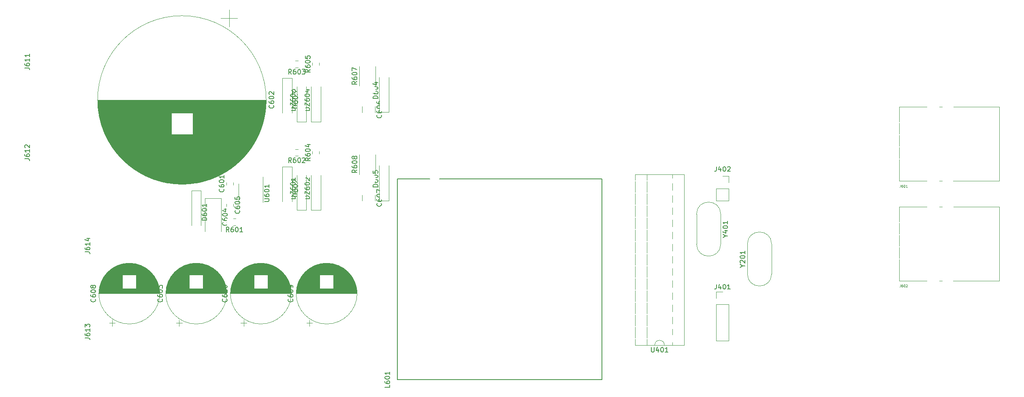
<source format=gbr>
G04 #@! TF.GenerationSoftware,KiCad,Pcbnew,5.1.4*
G04 #@! TF.CreationDate,2019-10-26T17:37:42-03:00*
G04 #@! TF.ProjectId,MCB19,4d434231-392e-46b6-9963-61645f706362,rev?*
G04 #@! TF.SameCoordinates,Original*
G04 #@! TF.FileFunction,Legend,Top*
G04 #@! TF.FilePolarity,Positive*
%FSLAX46Y46*%
G04 Gerber Fmt 4.6, Leading zero omitted, Abs format (unit mm)*
G04 Created by KiCad (PCBNEW 5.1.4) date 2019-10-26 17:37:42*
%MOMM*%
%LPD*%
G04 APERTURE LIST*
%ADD10C,0.120000*%
%ADD11C,0.150000*%
%ADD12C,0.100000*%
%ADD13C,1.525000*%
%ADD14C,1.350000*%
%ADD15C,5.000000*%
%ADD16C,1.425000*%
%ADD17C,2.400000*%
%ADD18R,2.400000X2.400000*%
%ADD19C,0.900000*%
%ADD20C,10.600000*%
%ADD21R,1.700000X3.300000*%
%ADD22C,0.600000*%
%ADD23O,3.600000X3.600000*%
%ADD24R,4.500000X2.500000*%
%ADD25O,4.500000X2.500000*%
%ADD26C,1.150000*%
%ADD27C,2.250000*%
%ADD28C,4.000000*%
%ADD29R,4.000000X4.000000*%
%ADD30R,1.700000X1.700000*%
%ADD31O,1.700000X1.700000*%
%ADD32R,2.500000X1.600000*%
%ADD33O,2.500000X1.600000*%
%ADD34C,3.650000*%
%ADD35C,2.500000*%
G04 APERTURE END LIST*
D10*
X123460000Y-86552064D02*
X123460000Y-82447936D01*
X120040000Y-86552064D02*
X120040000Y-82447936D01*
X123460000Y-68052064D02*
X123460000Y-63947936D01*
X120040000Y-68052064D02*
X120040000Y-63947936D01*
D11*
X128000000Y-129500000D02*
X170800000Y-129500000D01*
X128000000Y-129500000D02*
X128000000Y-87500000D01*
X170800000Y-129500000D02*
X170800000Y-87500000D01*
X128000000Y-87500000D02*
X170800000Y-87500000D01*
D10*
X120640000Y-72397936D02*
X120640000Y-73602064D01*
X123360000Y-72397936D02*
X123360000Y-73602064D01*
X120640000Y-90897936D02*
X120640000Y-92102064D01*
X123360000Y-90897936D02*
X123360000Y-92102064D01*
X67800000Y-117692082D02*
X69050000Y-117692082D01*
X68425000Y-118317082D02*
X68425000Y-117067082D01*
X71683000Y-105139000D02*
X72317000Y-105139000D01*
X71243000Y-105179000D02*
X72757000Y-105179000D01*
X70972000Y-105219000D02*
X73028000Y-105219000D01*
X70759000Y-105259000D02*
X73241000Y-105259000D01*
X70578000Y-105299000D02*
X73422000Y-105299000D01*
X70417000Y-105339000D02*
X73583000Y-105339000D01*
X70272000Y-105379000D02*
X73728000Y-105379000D01*
X70139000Y-105419000D02*
X73861000Y-105419000D01*
X70016000Y-105459000D02*
X73984000Y-105459000D01*
X69900000Y-105499000D02*
X74100000Y-105499000D01*
X69791000Y-105539000D02*
X74209000Y-105539000D01*
X69688000Y-105579000D02*
X74312000Y-105579000D01*
X69590000Y-105619000D02*
X74410000Y-105619000D01*
X69496000Y-105659000D02*
X74504000Y-105659000D01*
X69406000Y-105699000D02*
X74594000Y-105699000D01*
X69319000Y-105739000D02*
X74681000Y-105739000D01*
X69236000Y-105779000D02*
X74764000Y-105779000D01*
X69156000Y-105819000D02*
X74844000Y-105819000D01*
X69079000Y-105859000D02*
X74921000Y-105859000D01*
X69004000Y-105899000D02*
X74996000Y-105899000D01*
X68931000Y-105939000D02*
X75069000Y-105939000D01*
X68860000Y-105979000D02*
X75140000Y-105979000D01*
X68792000Y-106019000D02*
X75208000Y-106019000D01*
X68725000Y-106059000D02*
X75275000Y-106059000D01*
X68661000Y-106099000D02*
X75339000Y-106099000D01*
X68598000Y-106139000D02*
X75402000Y-106139000D01*
X68536000Y-106179000D02*
X75464000Y-106179000D01*
X68476000Y-106219000D02*
X75524000Y-106219000D01*
X68417000Y-106259000D02*
X75583000Y-106259000D01*
X68360000Y-106299000D02*
X75640000Y-106299000D01*
X68304000Y-106339000D02*
X75696000Y-106339000D01*
X68250000Y-106379000D02*
X75750000Y-106379000D01*
X68196000Y-106419000D02*
X75804000Y-106419000D01*
X68144000Y-106459000D02*
X75856000Y-106459000D01*
X68093000Y-106499000D02*
X75907000Y-106499000D01*
X68043000Y-106539000D02*
X75957000Y-106539000D01*
X67993000Y-106579000D02*
X76007000Y-106579000D01*
X67945000Y-106619000D02*
X76055000Y-106619000D01*
X67898000Y-106659000D02*
X76102000Y-106659000D01*
X67852000Y-106699000D02*
X76148000Y-106699000D01*
X67806000Y-106739000D02*
X76194000Y-106739000D01*
X67762000Y-106779000D02*
X76238000Y-106779000D01*
X67718000Y-106819000D02*
X76282000Y-106819000D01*
X67675000Y-106859000D02*
X76325000Y-106859000D01*
X67633000Y-106899000D02*
X76367000Y-106899000D01*
X67592000Y-106939000D02*
X76408000Y-106939000D01*
X67551000Y-106979000D02*
X76449000Y-106979000D01*
X67511000Y-107019000D02*
X76489000Y-107019000D01*
X67472000Y-107059000D02*
X76528000Y-107059000D01*
X67433000Y-107099000D02*
X76567000Y-107099000D01*
X67395000Y-107139000D02*
X76605000Y-107139000D01*
X67358000Y-107179000D02*
X76642000Y-107179000D01*
X67322000Y-107219000D02*
X76678000Y-107219000D01*
X67286000Y-107259000D02*
X76714000Y-107259000D01*
X67250000Y-107299000D02*
X76750000Y-107299000D01*
X67215000Y-107339000D02*
X76785000Y-107339000D01*
X67181000Y-107379000D02*
X76819000Y-107379000D01*
X67148000Y-107419000D02*
X76852000Y-107419000D01*
X67115000Y-107459000D02*
X76885000Y-107459000D01*
X67082000Y-107499000D02*
X76918000Y-107499000D01*
X67050000Y-107539000D02*
X76950000Y-107539000D01*
X73440000Y-107579000D02*
X76982000Y-107579000D01*
X67018000Y-107579000D02*
X70560000Y-107579000D01*
X73440000Y-107619000D02*
X77012000Y-107619000D01*
X66988000Y-107619000D02*
X70560000Y-107619000D01*
X73440000Y-107659000D02*
X77043000Y-107659000D01*
X66957000Y-107659000D02*
X70560000Y-107659000D01*
X73440000Y-107699000D02*
X77073000Y-107699000D01*
X66927000Y-107699000D02*
X70560000Y-107699000D01*
X73440000Y-107739000D02*
X77102000Y-107739000D01*
X66898000Y-107739000D02*
X70560000Y-107739000D01*
X73440000Y-107779000D02*
X77131000Y-107779000D01*
X66869000Y-107779000D02*
X70560000Y-107779000D01*
X73440000Y-107819000D02*
X77160000Y-107819000D01*
X66840000Y-107819000D02*
X70560000Y-107819000D01*
X73440000Y-107859000D02*
X77188000Y-107859000D01*
X66812000Y-107859000D02*
X70560000Y-107859000D01*
X73440000Y-107899000D02*
X77216000Y-107899000D01*
X66784000Y-107899000D02*
X70560000Y-107899000D01*
X73440000Y-107939000D02*
X77243000Y-107939000D01*
X66757000Y-107939000D02*
X70560000Y-107939000D01*
X73440000Y-107979000D02*
X77270000Y-107979000D01*
X66730000Y-107979000D02*
X70560000Y-107979000D01*
X73440000Y-108019000D02*
X77296000Y-108019000D01*
X66704000Y-108019000D02*
X70560000Y-108019000D01*
X73440000Y-108059000D02*
X77322000Y-108059000D01*
X66678000Y-108059000D02*
X70560000Y-108059000D01*
X73440000Y-108099000D02*
X77347000Y-108099000D01*
X66653000Y-108099000D02*
X70560000Y-108099000D01*
X73440000Y-108139000D02*
X77372000Y-108139000D01*
X66628000Y-108139000D02*
X70560000Y-108139000D01*
X73440000Y-108179000D02*
X77397000Y-108179000D01*
X66603000Y-108179000D02*
X70560000Y-108179000D01*
X73440000Y-108219000D02*
X77421000Y-108219000D01*
X66579000Y-108219000D02*
X70560000Y-108219000D01*
X73440000Y-108259000D02*
X77445000Y-108259000D01*
X66555000Y-108259000D02*
X70560000Y-108259000D01*
X73440000Y-108299000D02*
X77468000Y-108299000D01*
X66532000Y-108299000D02*
X70560000Y-108299000D01*
X73440000Y-108339000D02*
X77491000Y-108339000D01*
X66509000Y-108339000D02*
X70560000Y-108339000D01*
X73440000Y-108379000D02*
X77514000Y-108379000D01*
X66486000Y-108379000D02*
X70560000Y-108379000D01*
X73440000Y-108419000D02*
X77536000Y-108419000D01*
X66464000Y-108419000D02*
X70560000Y-108419000D01*
X73440000Y-108459000D02*
X77558000Y-108459000D01*
X66442000Y-108459000D02*
X70560000Y-108459000D01*
X73440000Y-108499000D02*
X77580000Y-108499000D01*
X66420000Y-108499000D02*
X70560000Y-108499000D01*
X73440000Y-108539000D02*
X77601000Y-108539000D01*
X66399000Y-108539000D02*
X70560000Y-108539000D01*
X73440000Y-108579000D02*
X77622000Y-108579000D01*
X66378000Y-108579000D02*
X70560000Y-108579000D01*
X73440000Y-108619000D02*
X77642000Y-108619000D01*
X66358000Y-108619000D02*
X70560000Y-108619000D01*
X73440000Y-108659000D02*
X77662000Y-108659000D01*
X66338000Y-108659000D02*
X70560000Y-108659000D01*
X73440000Y-108699000D02*
X77682000Y-108699000D01*
X66318000Y-108699000D02*
X70560000Y-108699000D01*
X73440000Y-108739000D02*
X77702000Y-108739000D01*
X66298000Y-108739000D02*
X70560000Y-108739000D01*
X73440000Y-108779000D02*
X77721000Y-108779000D01*
X66279000Y-108779000D02*
X70560000Y-108779000D01*
X73440000Y-108819000D02*
X77739000Y-108819000D01*
X66261000Y-108819000D02*
X70560000Y-108819000D01*
X73440000Y-108859000D02*
X77758000Y-108859000D01*
X66242000Y-108859000D02*
X70560000Y-108859000D01*
X73440000Y-108899000D02*
X77776000Y-108899000D01*
X66224000Y-108899000D02*
X70560000Y-108899000D01*
X73440000Y-108939000D02*
X77793000Y-108939000D01*
X66207000Y-108939000D02*
X70560000Y-108939000D01*
X73440000Y-108979000D02*
X77811000Y-108979000D01*
X66189000Y-108979000D02*
X70560000Y-108979000D01*
X73440000Y-109019000D02*
X77828000Y-109019000D01*
X66172000Y-109019000D02*
X70560000Y-109019000D01*
X73440000Y-109059000D02*
X77845000Y-109059000D01*
X66155000Y-109059000D02*
X70560000Y-109059000D01*
X73440000Y-109099000D02*
X77861000Y-109099000D01*
X66139000Y-109099000D02*
X70560000Y-109099000D01*
X73440000Y-109139000D02*
X77877000Y-109139000D01*
X66123000Y-109139000D02*
X70560000Y-109139000D01*
X73440000Y-109179000D02*
X77893000Y-109179000D01*
X66107000Y-109179000D02*
X70560000Y-109179000D01*
X73440000Y-109219000D02*
X77908000Y-109219000D01*
X66092000Y-109219000D02*
X70560000Y-109219000D01*
X73440000Y-109259000D02*
X77924000Y-109259000D01*
X66076000Y-109259000D02*
X70560000Y-109259000D01*
X73440000Y-109299000D02*
X77939000Y-109299000D01*
X66061000Y-109299000D02*
X70560000Y-109299000D01*
X73440000Y-109339000D02*
X77953000Y-109339000D01*
X66047000Y-109339000D02*
X70560000Y-109339000D01*
X73440000Y-109379000D02*
X77967000Y-109379000D01*
X66033000Y-109379000D02*
X70560000Y-109379000D01*
X73440000Y-109419000D02*
X77981000Y-109419000D01*
X66019000Y-109419000D02*
X70560000Y-109419000D01*
X73440000Y-109459000D02*
X77995000Y-109459000D01*
X66005000Y-109459000D02*
X70560000Y-109459000D01*
X73440000Y-109499000D02*
X78008000Y-109499000D01*
X65992000Y-109499000D02*
X70560000Y-109499000D01*
X73440000Y-109539000D02*
X78021000Y-109539000D01*
X65979000Y-109539000D02*
X70560000Y-109539000D01*
X73440000Y-109579000D02*
X78034000Y-109579000D01*
X65966000Y-109579000D02*
X70560000Y-109579000D01*
X73440000Y-109619000D02*
X78047000Y-109619000D01*
X65953000Y-109619000D02*
X70560000Y-109619000D01*
X73440000Y-109659000D02*
X78059000Y-109659000D01*
X65941000Y-109659000D02*
X70560000Y-109659000D01*
X73440000Y-109699000D02*
X78071000Y-109699000D01*
X65929000Y-109699000D02*
X70560000Y-109699000D01*
X73440000Y-109739000D02*
X78083000Y-109739000D01*
X65917000Y-109739000D02*
X70560000Y-109739000D01*
X73440000Y-109779000D02*
X78094000Y-109779000D01*
X65906000Y-109779000D02*
X70560000Y-109779000D01*
X73440000Y-109819000D02*
X78105000Y-109819000D01*
X65895000Y-109819000D02*
X70560000Y-109819000D01*
X73440000Y-109859000D02*
X78116000Y-109859000D01*
X65884000Y-109859000D02*
X70560000Y-109859000D01*
X73440000Y-109899000D02*
X78126000Y-109899000D01*
X65874000Y-109899000D02*
X70560000Y-109899000D01*
X73440000Y-109939000D02*
X78137000Y-109939000D01*
X65863000Y-109939000D02*
X70560000Y-109939000D01*
X73440000Y-109979000D02*
X78146000Y-109979000D01*
X65854000Y-109979000D02*
X70560000Y-109979000D01*
X73440000Y-110019000D02*
X78156000Y-110019000D01*
X65844000Y-110019000D02*
X70560000Y-110019000D01*
X73440000Y-110059000D02*
X78166000Y-110059000D01*
X65834000Y-110059000D02*
X70560000Y-110059000D01*
X73440000Y-110099000D02*
X78175000Y-110099000D01*
X65825000Y-110099000D02*
X70560000Y-110099000D01*
X73440000Y-110139000D02*
X78184000Y-110139000D01*
X65816000Y-110139000D02*
X70560000Y-110139000D01*
X73440000Y-110179000D02*
X78192000Y-110179000D01*
X65808000Y-110179000D02*
X70560000Y-110179000D01*
X73440000Y-110219000D02*
X78201000Y-110219000D01*
X65799000Y-110219000D02*
X70560000Y-110219000D01*
X73440000Y-110259000D02*
X78209000Y-110259000D01*
X65791000Y-110259000D02*
X70560000Y-110259000D01*
X73440000Y-110299000D02*
X78216000Y-110299000D01*
X65784000Y-110299000D02*
X70560000Y-110299000D01*
X73440000Y-110339000D02*
X78224000Y-110339000D01*
X65776000Y-110339000D02*
X70560000Y-110339000D01*
X73440000Y-110379000D02*
X78231000Y-110379000D01*
X65769000Y-110379000D02*
X70560000Y-110379000D01*
X73440000Y-110419000D02*
X78238000Y-110419000D01*
X65762000Y-110419000D02*
X70560000Y-110419000D01*
X65755000Y-110459000D02*
X78245000Y-110459000D01*
X65748000Y-110499000D02*
X78252000Y-110499000D01*
X65742000Y-110539000D02*
X78258000Y-110539000D01*
X65736000Y-110579000D02*
X78264000Y-110579000D01*
X65731000Y-110619000D02*
X78269000Y-110619000D01*
X65725000Y-110659000D02*
X78275000Y-110659000D01*
X65720000Y-110699000D02*
X78280000Y-110699000D01*
X65715000Y-110739000D02*
X78285000Y-110739000D01*
X65710000Y-110779000D02*
X78290000Y-110779000D01*
X65706000Y-110820000D02*
X78294000Y-110820000D01*
X65702000Y-110860000D02*
X78298000Y-110860000D01*
X65698000Y-110900000D02*
X78302000Y-110900000D01*
X65694000Y-110940000D02*
X78306000Y-110940000D01*
X65691000Y-110980000D02*
X78309000Y-110980000D01*
X65688000Y-111020000D02*
X78312000Y-111020000D01*
X65685000Y-111060000D02*
X78315000Y-111060000D01*
X65682000Y-111100000D02*
X78318000Y-111100000D01*
X65680000Y-111140000D02*
X78320000Y-111140000D01*
X65678000Y-111180000D02*
X78322000Y-111180000D01*
X65676000Y-111220000D02*
X78324000Y-111220000D01*
X65674000Y-111260000D02*
X78326000Y-111260000D01*
X65673000Y-111300000D02*
X78327000Y-111300000D01*
X65672000Y-111340000D02*
X78328000Y-111340000D01*
X65671000Y-111380000D02*
X78329000Y-111380000D01*
X65670000Y-111420000D02*
X78330000Y-111420000D01*
X65670000Y-111460000D02*
X78330000Y-111460000D01*
X65670000Y-111500000D02*
X78330000Y-111500000D01*
X78370000Y-111500000D02*
G75*
G03X78370000Y-111500000I-6370000J0D01*
G01*
X104000000Y-84950000D02*
X104000000Y-92250000D01*
X106000000Y-84950000D02*
X104000000Y-84950000D01*
X106000000Y-92250000D02*
X106000000Y-84950000D01*
X95300000Y-117692082D02*
X96550000Y-117692082D01*
X95925000Y-118317082D02*
X95925000Y-117067082D01*
X99183000Y-105139000D02*
X99817000Y-105139000D01*
X98743000Y-105179000D02*
X100257000Y-105179000D01*
X98472000Y-105219000D02*
X100528000Y-105219000D01*
X98259000Y-105259000D02*
X100741000Y-105259000D01*
X98078000Y-105299000D02*
X100922000Y-105299000D01*
X97917000Y-105339000D02*
X101083000Y-105339000D01*
X97772000Y-105379000D02*
X101228000Y-105379000D01*
X97639000Y-105419000D02*
X101361000Y-105419000D01*
X97516000Y-105459000D02*
X101484000Y-105459000D01*
X97400000Y-105499000D02*
X101600000Y-105499000D01*
X97291000Y-105539000D02*
X101709000Y-105539000D01*
X97188000Y-105579000D02*
X101812000Y-105579000D01*
X97090000Y-105619000D02*
X101910000Y-105619000D01*
X96996000Y-105659000D02*
X102004000Y-105659000D01*
X96906000Y-105699000D02*
X102094000Y-105699000D01*
X96819000Y-105739000D02*
X102181000Y-105739000D01*
X96736000Y-105779000D02*
X102264000Y-105779000D01*
X96656000Y-105819000D02*
X102344000Y-105819000D01*
X96579000Y-105859000D02*
X102421000Y-105859000D01*
X96504000Y-105899000D02*
X102496000Y-105899000D01*
X96431000Y-105939000D02*
X102569000Y-105939000D01*
X96360000Y-105979000D02*
X102640000Y-105979000D01*
X96292000Y-106019000D02*
X102708000Y-106019000D01*
X96225000Y-106059000D02*
X102775000Y-106059000D01*
X96161000Y-106099000D02*
X102839000Y-106099000D01*
X96098000Y-106139000D02*
X102902000Y-106139000D01*
X96036000Y-106179000D02*
X102964000Y-106179000D01*
X95976000Y-106219000D02*
X103024000Y-106219000D01*
X95917000Y-106259000D02*
X103083000Y-106259000D01*
X95860000Y-106299000D02*
X103140000Y-106299000D01*
X95804000Y-106339000D02*
X103196000Y-106339000D01*
X95750000Y-106379000D02*
X103250000Y-106379000D01*
X95696000Y-106419000D02*
X103304000Y-106419000D01*
X95644000Y-106459000D02*
X103356000Y-106459000D01*
X95593000Y-106499000D02*
X103407000Y-106499000D01*
X95543000Y-106539000D02*
X103457000Y-106539000D01*
X95493000Y-106579000D02*
X103507000Y-106579000D01*
X95445000Y-106619000D02*
X103555000Y-106619000D01*
X95398000Y-106659000D02*
X103602000Y-106659000D01*
X95352000Y-106699000D02*
X103648000Y-106699000D01*
X95306000Y-106739000D02*
X103694000Y-106739000D01*
X95262000Y-106779000D02*
X103738000Y-106779000D01*
X95218000Y-106819000D02*
X103782000Y-106819000D01*
X95175000Y-106859000D02*
X103825000Y-106859000D01*
X95133000Y-106899000D02*
X103867000Y-106899000D01*
X95092000Y-106939000D02*
X103908000Y-106939000D01*
X95051000Y-106979000D02*
X103949000Y-106979000D01*
X95011000Y-107019000D02*
X103989000Y-107019000D01*
X94972000Y-107059000D02*
X104028000Y-107059000D01*
X94933000Y-107099000D02*
X104067000Y-107099000D01*
X94895000Y-107139000D02*
X104105000Y-107139000D01*
X94858000Y-107179000D02*
X104142000Y-107179000D01*
X94822000Y-107219000D02*
X104178000Y-107219000D01*
X94786000Y-107259000D02*
X104214000Y-107259000D01*
X94750000Y-107299000D02*
X104250000Y-107299000D01*
X94715000Y-107339000D02*
X104285000Y-107339000D01*
X94681000Y-107379000D02*
X104319000Y-107379000D01*
X94648000Y-107419000D02*
X104352000Y-107419000D01*
X94615000Y-107459000D02*
X104385000Y-107459000D01*
X94582000Y-107499000D02*
X104418000Y-107499000D01*
X94550000Y-107539000D02*
X104450000Y-107539000D01*
X100940000Y-107579000D02*
X104482000Y-107579000D01*
X94518000Y-107579000D02*
X98060000Y-107579000D01*
X100940000Y-107619000D02*
X104512000Y-107619000D01*
X94488000Y-107619000D02*
X98060000Y-107619000D01*
X100940000Y-107659000D02*
X104543000Y-107659000D01*
X94457000Y-107659000D02*
X98060000Y-107659000D01*
X100940000Y-107699000D02*
X104573000Y-107699000D01*
X94427000Y-107699000D02*
X98060000Y-107699000D01*
X100940000Y-107739000D02*
X104602000Y-107739000D01*
X94398000Y-107739000D02*
X98060000Y-107739000D01*
X100940000Y-107779000D02*
X104631000Y-107779000D01*
X94369000Y-107779000D02*
X98060000Y-107779000D01*
X100940000Y-107819000D02*
X104660000Y-107819000D01*
X94340000Y-107819000D02*
X98060000Y-107819000D01*
X100940000Y-107859000D02*
X104688000Y-107859000D01*
X94312000Y-107859000D02*
X98060000Y-107859000D01*
X100940000Y-107899000D02*
X104716000Y-107899000D01*
X94284000Y-107899000D02*
X98060000Y-107899000D01*
X100940000Y-107939000D02*
X104743000Y-107939000D01*
X94257000Y-107939000D02*
X98060000Y-107939000D01*
X100940000Y-107979000D02*
X104770000Y-107979000D01*
X94230000Y-107979000D02*
X98060000Y-107979000D01*
X100940000Y-108019000D02*
X104796000Y-108019000D01*
X94204000Y-108019000D02*
X98060000Y-108019000D01*
X100940000Y-108059000D02*
X104822000Y-108059000D01*
X94178000Y-108059000D02*
X98060000Y-108059000D01*
X100940000Y-108099000D02*
X104847000Y-108099000D01*
X94153000Y-108099000D02*
X98060000Y-108099000D01*
X100940000Y-108139000D02*
X104872000Y-108139000D01*
X94128000Y-108139000D02*
X98060000Y-108139000D01*
X100940000Y-108179000D02*
X104897000Y-108179000D01*
X94103000Y-108179000D02*
X98060000Y-108179000D01*
X100940000Y-108219000D02*
X104921000Y-108219000D01*
X94079000Y-108219000D02*
X98060000Y-108219000D01*
X100940000Y-108259000D02*
X104945000Y-108259000D01*
X94055000Y-108259000D02*
X98060000Y-108259000D01*
X100940000Y-108299000D02*
X104968000Y-108299000D01*
X94032000Y-108299000D02*
X98060000Y-108299000D01*
X100940000Y-108339000D02*
X104991000Y-108339000D01*
X94009000Y-108339000D02*
X98060000Y-108339000D01*
X100940000Y-108379000D02*
X105014000Y-108379000D01*
X93986000Y-108379000D02*
X98060000Y-108379000D01*
X100940000Y-108419000D02*
X105036000Y-108419000D01*
X93964000Y-108419000D02*
X98060000Y-108419000D01*
X100940000Y-108459000D02*
X105058000Y-108459000D01*
X93942000Y-108459000D02*
X98060000Y-108459000D01*
X100940000Y-108499000D02*
X105080000Y-108499000D01*
X93920000Y-108499000D02*
X98060000Y-108499000D01*
X100940000Y-108539000D02*
X105101000Y-108539000D01*
X93899000Y-108539000D02*
X98060000Y-108539000D01*
X100940000Y-108579000D02*
X105122000Y-108579000D01*
X93878000Y-108579000D02*
X98060000Y-108579000D01*
X100940000Y-108619000D02*
X105142000Y-108619000D01*
X93858000Y-108619000D02*
X98060000Y-108619000D01*
X100940000Y-108659000D02*
X105162000Y-108659000D01*
X93838000Y-108659000D02*
X98060000Y-108659000D01*
X100940000Y-108699000D02*
X105182000Y-108699000D01*
X93818000Y-108699000D02*
X98060000Y-108699000D01*
X100940000Y-108739000D02*
X105202000Y-108739000D01*
X93798000Y-108739000D02*
X98060000Y-108739000D01*
X100940000Y-108779000D02*
X105221000Y-108779000D01*
X93779000Y-108779000D02*
X98060000Y-108779000D01*
X100940000Y-108819000D02*
X105239000Y-108819000D01*
X93761000Y-108819000D02*
X98060000Y-108819000D01*
X100940000Y-108859000D02*
X105258000Y-108859000D01*
X93742000Y-108859000D02*
X98060000Y-108859000D01*
X100940000Y-108899000D02*
X105276000Y-108899000D01*
X93724000Y-108899000D02*
X98060000Y-108899000D01*
X100940000Y-108939000D02*
X105293000Y-108939000D01*
X93707000Y-108939000D02*
X98060000Y-108939000D01*
X100940000Y-108979000D02*
X105311000Y-108979000D01*
X93689000Y-108979000D02*
X98060000Y-108979000D01*
X100940000Y-109019000D02*
X105328000Y-109019000D01*
X93672000Y-109019000D02*
X98060000Y-109019000D01*
X100940000Y-109059000D02*
X105345000Y-109059000D01*
X93655000Y-109059000D02*
X98060000Y-109059000D01*
X100940000Y-109099000D02*
X105361000Y-109099000D01*
X93639000Y-109099000D02*
X98060000Y-109099000D01*
X100940000Y-109139000D02*
X105377000Y-109139000D01*
X93623000Y-109139000D02*
X98060000Y-109139000D01*
X100940000Y-109179000D02*
X105393000Y-109179000D01*
X93607000Y-109179000D02*
X98060000Y-109179000D01*
X100940000Y-109219000D02*
X105408000Y-109219000D01*
X93592000Y-109219000D02*
X98060000Y-109219000D01*
X100940000Y-109259000D02*
X105424000Y-109259000D01*
X93576000Y-109259000D02*
X98060000Y-109259000D01*
X100940000Y-109299000D02*
X105439000Y-109299000D01*
X93561000Y-109299000D02*
X98060000Y-109299000D01*
X100940000Y-109339000D02*
X105453000Y-109339000D01*
X93547000Y-109339000D02*
X98060000Y-109339000D01*
X100940000Y-109379000D02*
X105467000Y-109379000D01*
X93533000Y-109379000D02*
X98060000Y-109379000D01*
X100940000Y-109419000D02*
X105481000Y-109419000D01*
X93519000Y-109419000D02*
X98060000Y-109419000D01*
X100940000Y-109459000D02*
X105495000Y-109459000D01*
X93505000Y-109459000D02*
X98060000Y-109459000D01*
X100940000Y-109499000D02*
X105508000Y-109499000D01*
X93492000Y-109499000D02*
X98060000Y-109499000D01*
X100940000Y-109539000D02*
X105521000Y-109539000D01*
X93479000Y-109539000D02*
X98060000Y-109539000D01*
X100940000Y-109579000D02*
X105534000Y-109579000D01*
X93466000Y-109579000D02*
X98060000Y-109579000D01*
X100940000Y-109619000D02*
X105547000Y-109619000D01*
X93453000Y-109619000D02*
X98060000Y-109619000D01*
X100940000Y-109659000D02*
X105559000Y-109659000D01*
X93441000Y-109659000D02*
X98060000Y-109659000D01*
X100940000Y-109699000D02*
X105571000Y-109699000D01*
X93429000Y-109699000D02*
X98060000Y-109699000D01*
X100940000Y-109739000D02*
X105583000Y-109739000D01*
X93417000Y-109739000D02*
X98060000Y-109739000D01*
X100940000Y-109779000D02*
X105594000Y-109779000D01*
X93406000Y-109779000D02*
X98060000Y-109779000D01*
X100940000Y-109819000D02*
X105605000Y-109819000D01*
X93395000Y-109819000D02*
X98060000Y-109819000D01*
X100940000Y-109859000D02*
X105616000Y-109859000D01*
X93384000Y-109859000D02*
X98060000Y-109859000D01*
X100940000Y-109899000D02*
X105626000Y-109899000D01*
X93374000Y-109899000D02*
X98060000Y-109899000D01*
X100940000Y-109939000D02*
X105637000Y-109939000D01*
X93363000Y-109939000D02*
X98060000Y-109939000D01*
X100940000Y-109979000D02*
X105646000Y-109979000D01*
X93354000Y-109979000D02*
X98060000Y-109979000D01*
X100940000Y-110019000D02*
X105656000Y-110019000D01*
X93344000Y-110019000D02*
X98060000Y-110019000D01*
X100940000Y-110059000D02*
X105666000Y-110059000D01*
X93334000Y-110059000D02*
X98060000Y-110059000D01*
X100940000Y-110099000D02*
X105675000Y-110099000D01*
X93325000Y-110099000D02*
X98060000Y-110099000D01*
X100940000Y-110139000D02*
X105684000Y-110139000D01*
X93316000Y-110139000D02*
X98060000Y-110139000D01*
X100940000Y-110179000D02*
X105692000Y-110179000D01*
X93308000Y-110179000D02*
X98060000Y-110179000D01*
X100940000Y-110219000D02*
X105701000Y-110219000D01*
X93299000Y-110219000D02*
X98060000Y-110219000D01*
X100940000Y-110259000D02*
X105709000Y-110259000D01*
X93291000Y-110259000D02*
X98060000Y-110259000D01*
X100940000Y-110299000D02*
X105716000Y-110299000D01*
X93284000Y-110299000D02*
X98060000Y-110299000D01*
X100940000Y-110339000D02*
X105724000Y-110339000D01*
X93276000Y-110339000D02*
X98060000Y-110339000D01*
X100940000Y-110379000D02*
X105731000Y-110379000D01*
X93269000Y-110379000D02*
X98060000Y-110379000D01*
X100940000Y-110419000D02*
X105738000Y-110419000D01*
X93262000Y-110419000D02*
X98060000Y-110419000D01*
X93255000Y-110459000D02*
X105745000Y-110459000D01*
X93248000Y-110499000D02*
X105752000Y-110499000D01*
X93242000Y-110539000D02*
X105758000Y-110539000D01*
X93236000Y-110579000D02*
X105764000Y-110579000D01*
X93231000Y-110619000D02*
X105769000Y-110619000D01*
X93225000Y-110659000D02*
X105775000Y-110659000D01*
X93220000Y-110699000D02*
X105780000Y-110699000D01*
X93215000Y-110739000D02*
X105785000Y-110739000D01*
X93210000Y-110779000D02*
X105790000Y-110779000D01*
X93206000Y-110820000D02*
X105794000Y-110820000D01*
X93202000Y-110860000D02*
X105798000Y-110860000D01*
X93198000Y-110900000D02*
X105802000Y-110900000D01*
X93194000Y-110940000D02*
X105806000Y-110940000D01*
X93191000Y-110980000D02*
X105809000Y-110980000D01*
X93188000Y-111020000D02*
X105812000Y-111020000D01*
X93185000Y-111060000D02*
X105815000Y-111060000D01*
X93182000Y-111100000D02*
X105818000Y-111100000D01*
X93180000Y-111140000D02*
X105820000Y-111140000D01*
X93178000Y-111180000D02*
X105822000Y-111180000D01*
X93176000Y-111220000D02*
X105824000Y-111220000D01*
X93174000Y-111260000D02*
X105826000Y-111260000D01*
X93173000Y-111300000D02*
X105827000Y-111300000D01*
X93172000Y-111340000D02*
X105828000Y-111340000D01*
X93171000Y-111380000D02*
X105829000Y-111380000D01*
X93170000Y-111420000D02*
X105830000Y-111420000D01*
X93170000Y-111460000D02*
X105830000Y-111460000D01*
X93170000Y-111500000D02*
X105830000Y-111500000D01*
X105870000Y-111500000D02*
G75*
G03X105870000Y-111500000I-6370000J0D01*
G01*
X109050000Y-117692082D02*
X110300000Y-117692082D01*
X109675000Y-118317082D02*
X109675000Y-117067082D01*
X112933000Y-105139000D02*
X113567000Y-105139000D01*
X112493000Y-105179000D02*
X114007000Y-105179000D01*
X112222000Y-105219000D02*
X114278000Y-105219000D01*
X112009000Y-105259000D02*
X114491000Y-105259000D01*
X111828000Y-105299000D02*
X114672000Y-105299000D01*
X111667000Y-105339000D02*
X114833000Y-105339000D01*
X111522000Y-105379000D02*
X114978000Y-105379000D01*
X111389000Y-105419000D02*
X115111000Y-105419000D01*
X111266000Y-105459000D02*
X115234000Y-105459000D01*
X111150000Y-105499000D02*
X115350000Y-105499000D01*
X111041000Y-105539000D02*
X115459000Y-105539000D01*
X110938000Y-105579000D02*
X115562000Y-105579000D01*
X110840000Y-105619000D02*
X115660000Y-105619000D01*
X110746000Y-105659000D02*
X115754000Y-105659000D01*
X110656000Y-105699000D02*
X115844000Y-105699000D01*
X110569000Y-105739000D02*
X115931000Y-105739000D01*
X110486000Y-105779000D02*
X116014000Y-105779000D01*
X110406000Y-105819000D02*
X116094000Y-105819000D01*
X110329000Y-105859000D02*
X116171000Y-105859000D01*
X110254000Y-105899000D02*
X116246000Y-105899000D01*
X110181000Y-105939000D02*
X116319000Y-105939000D01*
X110110000Y-105979000D02*
X116390000Y-105979000D01*
X110042000Y-106019000D02*
X116458000Y-106019000D01*
X109975000Y-106059000D02*
X116525000Y-106059000D01*
X109911000Y-106099000D02*
X116589000Y-106099000D01*
X109848000Y-106139000D02*
X116652000Y-106139000D01*
X109786000Y-106179000D02*
X116714000Y-106179000D01*
X109726000Y-106219000D02*
X116774000Y-106219000D01*
X109667000Y-106259000D02*
X116833000Y-106259000D01*
X109610000Y-106299000D02*
X116890000Y-106299000D01*
X109554000Y-106339000D02*
X116946000Y-106339000D01*
X109500000Y-106379000D02*
X117000000Y-106379000D01*
X109446000Y-106419000D02*
X117054000Y-106419000D01*
X109394000Y-106459000D02*
X117106000Y-106459000D01*
X109343000Y-106499000D02*
X117157000Y-106499000D01*
X109293000Y-106539000D02*
X117207000Y-106539000D01*
X109243000Y-106579000D02*
X117257000Y-106579000D01*
X109195000Y-106619000D02*
X117305000Y-106619000D01*
X109148000Y-106659000D02*
X117352000Y-106659000D01*
X109102000Y-106699000D02*
X117398000Y-106699000D01*
X109056000Y-106739000D02*
X117444000Y-106739000D01*
X109012000Y-106779000D02*
X117488000Y-106779000D01*
X108968000Y-106819000D02*
X117532000Y-106819000D01*
X108925000Y-106859000D02*
X117575000Y-106859000D01*
X108883000Y-106899000D02*
X117617000Y-106899000D01*
X108842000Y-106939000D02*
X117658000Y-106939000D01*
X108801000Y-106979000D02*
X117699000Y-106979000D01*
X108761000Y-107019000D02*
X117739000Y-107019000D01*
X108722000Y-107059000D02*
X117778000Y-107059000D01*
X108683000Y-107099000D02*
X117817000Y-107099000D01*
X108645000Y-107139000D02*
X117855000Y-107139000D01*
X108608000Y-107179000D02*
X117892000Y-107179000D01*
X108572000Y-107219000D02*
X117928000Y-107219000D01*
X108536000Y-107259000D02*
X117964000Y-107259000D01*
X108500000Y-107299000D02*
X118000000Y-107299000D01*
X108465000Y-107339000D02*
X118035000Y-107339000D01*
X108431000Y-107379000D02*
X118069000Y-107379000D01*
X108398000Y-107419000D02*
X118102000Y-107419000D01*
X108365000Y-107459000D02*
X118135000Y-107459000D01*
X108332000Y-107499000D02*
X118168000Y-107499000D01*
X108300000Y-107539000D02*
X118200000Y-107539000D01*
X114690000Y-107579000D02*
X118232000Y-107579000D01*
X108268000Y-107579000D02*
X111810000Y-107579000D01*
X114690000Y-107619000D02*
X118262000Y-107619000D01*
X108238000Y-107619000D02*
X111810000Y-107619000D01*
X114690000Y-107659000D02*
X118293000Y-107659000D01*
X108207000Y-107659000D02*
X111810000Y-107659000D01*
X114690000Y-107699000D02*
X118323000Y-107699000D01*
X108177000Y-107699000D02*
X111810000Y-107699000D01*
X114690000Y-107739000D02*
X118352000Y-107739000D01*
X108148000Y-107739000D02*
X111810000Y-107739000D01*
X114690000Y-107779000D02*
X118381000Y-107779000D01*
X108119000Y-107779000D02*
X111810000Y-107779000D01*
X114690000Y-107819000D02*
X118410000Y-107819000D01*
X108090000Y-107819000D02*
X111810000Y-107819000D01*
X114690000Y-107859000D02*
X118438000Y-107859000D01*
X108062000Y-107859000D02*
X111810000Y-107859000D01*
X114690000Y-107899000D02*
X118466000Y-107899000D01*
X108034000Y-107899000D02*
X111810000Y-107899000D01*
X114690000Y-107939000D02*
X118493000Y-107939000D01*
X108007000Y-107939000D02*
X111810000Y-107939000D01*
X114690000Y-107979000D02*
X118520000Y-107979000D01*
X107980000Y-107979000D02*
X111810000Y-107979000D01*
X114690000Y-108019000D02*
X118546000Y-108019000D01*
X107954000Y-108019000D02*
X111810000Y-108019000D01*
X114690000Y-108059000D02*
X118572000Y-108059000D01*
X107928000Y-108059000D02*
X111810000Y-108059000D01*
X114690000Y-108099000D02*
X118597000Y-108099000D01*
X107903000Y-108099000D02*
X111810000Y-108099000D01*
X114690000Y-108139000D02*
X118622000Y-108139000D01*
X107878000Y-108139000D02*
X111810000Y-108139000D01*
X114690000Y-108179000D02*
X118647000Y-108179000D01*
X107853000Y-108179000D02*
X111810000Y-108179000D01*
X114690000Y-108219000D02*
X118671000Y-108219000D01*
X107829000Y-108219000D02*
X111810000Y-108219000D01*
X114690000Y-108259000D02*
X118695000Y-108259000D01*
X107805000Y-108259000D02*
X111810000Y-108259000D01*
X114690000Y-108299000D02*
X118718000Y-108299000D01*
X107782000Y-108299000D02*
X111810000Y-108299000D01*
X114690000Y-108339000D02*
X118741000Y-108339000D01*
X107759000Y-108339000D02*
X111810000Y-108339000D01*
X114690000Y-108379000D02*
X118764000Y-108379000D01*
X107736000Y-108379000D02*
X111810000Y-108379000D01*
X114690000Y-108419000D02*
X118786000Y-108419000D01*
X107714000Y-108419000D02*
X111810000Y-108419000D01*
X114690000Y-108459000D02*
X118808000Y-108459000D01*
X107692000Y-108459000D02*
X111810000Y-108459000D01*
X114690000Y-108499000D02*
X118830000Y-108499000D01*
X107670000Y-108499000D02*
X111810000Y-108499000D01*
X114690000Y-108539000D02*
X118851000Y-108539000D01*
X107649000Y-108539000D02*
X111810000Y-108539000D01*
X114690000Y-108579000D02*
X118872000Y-108579000D01*
X107628000Y-108579000D02*
X111810000Y-108579000D01*
X114690000Y-108619000D02*
X118892000Y-108619000D01*
X107608000Y-108619000D02*
X111810000Y-108619000D01*
X114690000Y-108659000D02*
X118912000Y-108659000D01*
X107588000Y-108659000D02*
X111810000Y-108659000D01*
X114690000Y-108699000D02*
X118932000Y-108699000D01*
X107568000Y-108699000D02*
X111810000Y-108699000D01*
X114690000Y-108739000D02*
X118952000Y-108739000D01*
X107548000Y-108739000D02*
X111810000Y-108739000D01*
X114690000Y-108779000D02*
X118971000Y-108779000D01*
X107529000Y-108779000D02*
X111810000Y-108779000D01*
X114690000Y-108819000D02*
X118989000Y-108819000D01*
X107511000Y-108819000D02*
X111810000Y-108819000D01*
X114690000Y-108859000D02*
X119008000Y-108859000D01*
X107492000Y-108859000D02*
X111810000Y-108859000D01*
X114690000Y-108899000D02*
X119026000Y-108899000D01*
X107474000Y-108899000D02*
X111810000Y-108899000D01*
X114690000Y-108939000D02*
X119043000Y-108939000D01*
X107457000Y-108939000D02*
X111810000Y-108939000D01*
X114690000Y-108979000D02*
X119061000Y-108979000D01*
X107439000Y-108979000D02*
X111810000Y-108979000D01*
X114690000Y-109019000D02*
X119078000Y-109019000D01*
X107422000Y-109019000D02*
X111810000Y-109019000D01*
X114690000Y-109059000D02*
X119095000Y-109059000D01*
X107405000Y-109059000D02*
X111810000Y-109059000D01*
X114690000Y-109099000D02*
X119111000Y-109099000D01*
X107389000Y-109099000D02*
X111810000Y-109099000D01*
X114690000Y-109139000D02*
X119127000Y-109139000D01*
X107373000Y-109139000D02*
X111810000Y-109139000D01*
X114690000Y-109179000D02*
X119143000Y-109179000D01*
X107357000Y-109179000D02*
X111810000Y-109179000D01*
X114690000Y-109219000D02*
X119158000Y-109219000D01*
X107342000Y-109219000D02*
X111810000Y-109219000D01*
X114690000Y-109259000D02*
X119174000Y-109259000D01*
X107326000Y-109259000D02*
X111810000Y-109259000D01*
X114690000Y-109299000D02*
X119189000Y-109299000D01*
X107311000Y-109299000D02*
X111810000Y-109299000D01*
X114690000Y-109339000D02*
X119203000Y-109339000D01*
X107297000Y-109339000D02*
X111810000Y-109339000D01*
X114690000Y-109379000D02*
X119217000Y-109379000D01*
X107283000Y-109379000D02*
X111810000Y-109379000D01*
X114690000Y-109419000D02*
X119231000Y-109419000D01*
X107269000Y-109419000D02*
X111810000Y-109419000D01*
X114690000Y-109459000D02*
X119245000Y-109459000D01*
X107255000Y-109459000D02*
X111810000Y-109459000D01*
X114690000Y-109499000D02*
X119258000Y-109499000D01*
X107242000Y-109499000D02*
X111810000Y-109499000D01*
X114690000Y-109539000D02*
X119271000Y-109539000D01*
X107229000Y-109539000D02*
X111810000Y-109539000D01*
X114690000Y-109579000D02*
X119284000Y-109579000D01*
X107216000Y-109579000D02*
X111810000Y-109579000D01*
X114690000Y-109619000D02*
X119297000Y-109619000D01*
X107203000Y-109619000D02*
X111810000Y-109619000D01*
X114690000Y-109659000D02*
X119309000Y-109659000D01*
X107191000Y-109659000D02*
X111810000Y-109659000D01*
X114690000Y-109699000D02*
X119321000Y-109699000D01*
X107179000Y-109699000D02*
X111810000Y-109699000D01*
X114690000Y-109739000D02*
X119333000Y-109739000D01*
X107167000Y-109739000D02*
X111810000Y-109739000D01*
X114690000Y-109779000D02*
X119344000Y-109779000D01*
X107156000Y-109779000D02*
X111810000Y-109779000D01*
X114690000Y-109819000D02*
X119355000Y-109819000D01*
X107145000Y-109819000D02*
X111810000Y-109819000D01*
X114690000Y-109859000D02*
X119366000Y-109859000D01*
X107134000Y-109859000D02*
X111810000Y-109859000D01*
X114690000Y-109899000D02*
X119376000Y-109899000D01*
X107124000Y-109899000D02*
X111810000Y-109899000D01*
X114690000Y-109939000D02*
X119387000Y-109939000D01*
X107113000Y-109939000D02*
X111810000Y-109939000D01*
X114690000Y-109979000D02*
X119396000Y-109979000D01*
X107104000Y-109979000D02*
X111810000Y-109979000D01*
X114690000Y-110019000D02*
X119406000Y-110019000D01*
X107094000Y-110019000D02*
X111810000Y-110019000D01*
X114690000Y-110059000D02*
X119416000Y-110059000D01*
X107084000Y-110059000D02*
X111810000Y-110059000D01*
X114690000Y-110099000D02*
X119425000Y-110099000D01*
X107075000Y-110099000D02*
X111810000Y-110099000D01*
X114690000Y-110139000D02*
X119434000Y-110139000D01*
X107066000Y-110139000D02*
X111810000Y-110139000D01*
X114690000Y-110179000D02*
X119442000Y-110179000D01*
X107058000Y-110179000D02*
X111810000Y-110179000D01*
X114690000Y-110219000D02*
X119451000Y-110219000D01*
X107049000Y-110219000D02*
X111810000Y-110219000D01*
X114690000Y-110259000D02*
X119459000Y-110259000D01*
X107041000Y-110259000D02*
X111810000Y-110259000D01*
X114690000Y-110299000D02*
X119466000Y-110299000D01*
X107034000Y-110299000D02*
X111810000Y-110299000D01*
X114690000Y-110339000D02*
X119474000Y-110339000D01*
X107026000Y-110339000D02*
X111810000Y-110339000D01*
X114690000Y-110379000D02*
X119481000Y-110379000D01*
X107019000Y-110379000D02*
X111810000Y-110379000D01*
X114690000Y-110419000D02*
X119488000Y-110419000D01*
X107012000Y-110419000D02*
X111810000Y-110419000D01*
X107005000Y-110459000D02*
X119495000Y-110459000D01*
X106998000Y-110499000D02*
X119502000Y-110499000D01*
X106992000Y-110539000D02*
X119508000Y-110539000D01*
X106986000Y-110579000D02*
X119514000Y-110579000D01*
X106981000Y-110619000D02*
X119519000Y-110619000D01*
X106975000Y-110659000D02*
X119525000Y-110659000D01*
X106970000Y-110699000D02*
X119530000Y-110699000D01*
X106965000Y-110739000D02*
X119535000Y-110739000D01*
X106960000Y-110779000D02*
X119540000Y-110779000D01*
X106956000Y-110820000D02*
X119544000Y-110820000D01*
X106952000Y-110860000D02*
X119548000Y-110860000D01*
X106948000Y-110900000D02*
X119552000Y-110900000D01*
X106944000Y-110940000D02*
X119556000Y-110940000D01*
X106941000Y-110980000D02*
X119559000Y-110980000D01*
X106938000Y-111020000D02*
X119562000Y-111020000D01*
X106935000Y-111060000D02*
X119565000Y-111060000D01*
X106932000Y-111100000D02*
X119568000Y-111100000D01*
X106930000Y-111140000D02*
X119570000Y-111140000D01*
X106928000Y-111180000D02*
X119572000Y-111180000D01*
X106926000Y-111220000D02*
X119574000Y-111220000D01*
X106924000Y-111260000D02*
X119576000Y-111260000D01*
X106923000Y-111300000D02*
X119577000Y-111300000D01*
X106922000Y-111340000D02*
X119578000Y-111340000D01*
X106921000Y-111380000D02*
X119579000Y-111380000D01*
X106920000Y-111420000D02*
X119580000Y-111420000D01*
X106920000Y-111460000D02*
X119580000Y-111460000D01*
X106920000Y-111500000D02*
X119580000Y-111500000D01*
X119620000Y-111500000D02*
G75*
G03X119620000Y-111500000I-6370000J0D01*
G01*
X99945000Y-90500000D02*
X99945000Y-87050000D01*
X99945000Y-90500000D02*
X99945000Y-92450000D01*
X94825000Y-90500000D02*
X94825000Y-88550000D01*
X94825000Y-90500000D02*
X94825000Y-92450000D01*
X111710000Y-63761252D02*
X111710000Y-63238748D01*
X110290000Y-63761252D02*
X110290000Y-63238748D01*
X111710000Y-82261252D02*
X111710000Y-81738748D01*
X110290000Y-82261252D02*
X110290000Y-81738748D01*
X107261252Y-62790000D02*
X106738748Y-62790000D01*
X107261252Y-64210000D02*
X106738748Y-64210000D01*
X107261252Y-81290000D02*
X106738748Y-81290000D01*
X107261252Y-82710000D02*
X106738748Y-82710000D01*
X94236252Y-95790000D02*
X93713748Y-95790000D01*
X94236252Y-97210000D02*
X93713748Y-97210000D01*
X112000000Y-75550000D02*
X112000000Y-68250000D01*
X110000000Y-75550000D02*
X112000000Y-75550000D01*
X110000000Y-68250000D02*
X110000000Y-75550000D01*
X109000000Y-75550000D02*
X109000000Y-68250000D01*
X107000000Y-75550000D02*
X109000000Y-75550000D01*
X107000000Y-68250000D02*
X107000000Y-75550000D01*
X110000000Y-86750000D02*
X110000000Y-94050000D01*
X110000000Y-94050000D02*
X112000000Y-94050000D01*
X112000000Y-94050000D02*
X112000000Y-86750000D01*
X109000000Y-94050000D02*
X109000000Y-86750000D01*
X107000000Y-94050000D02*
X109000000Y-94050000D01*
X107000000Y-86750000D02*
X107000000Y-94050000D01*
X124250000Y-84750000D02*
X124250000Y-92050000D01*
X124250000Y-92050000D02*
X126250000Y-92050000D01*
X126250000Y-92050000D02*
X126250000Y-84750000D01*
X126250000Y-73550000D02*
X126250000Y-66250000D01*
X124250000Y-73550000D02*
X126250000Y-73550000D01*
X124250000Y-66250000D02*
X124250000Y-73550000D01*
X104000000Y-66450000D02*
X104000000Y-73750000D01*
X106000000Y-66450000D02*
X104000000Y-66450000D01*
X106000000Y-73750000D02*
X106000000Y-66450000D01*
X85000000Y-89950000D02*
X85000000Y-97250000D01*
X87000000Y-89950000D02*
X85000000Y-89950000D01*
X87000000Y-97250000D02*
X87000000Y-89950000D01*
X92290000Y-92738748D02*
X92290000Y-93261252D01*
X93710000Y-92738748D02*
X93710000Y-93261252D01*
X87790000Y-91565000D02*
X87790000Y-98500000D01*
X91210000Y-91565000D02*
X87790000Y-91565000D01*
X91210000Y-98500000D02*
X91210000Y-91565000D01*
X81800000Y-117692082D02*
X83050000Y-117692082D01*
X82425000Y-118317082D02*
X82425000Y-117067082D01*
X85683000Y-105139000D02*
X86317000Y-105139000D01*
X85243000Y-105179000D02*
X86757000Y-105179000D01*
X84972000Y-105219000D02*
X87028000Y-105219000D01*
X84759000Y-105259000D02*
X87241000Y-105259000D01*
X84578000Y-105299000D02*
X87422000Y-105299000D01*
X84417000Y-105339000D02*
X87583000Y-105339000D01*
X84272000Y-105379000D02*
X87728000Y-105379000D01*
X84139000Y-105419000D02*
X87861000Y-105419000D01*
X84016000Y-105459000D02*
X87984000Y-105459000D01*
X83900000Y-105499000D02*
X88100000Y-105499000D01*
X83791000Y-105539000D02*
X88209000Y-105539000D01*
X83688000Y-105579000D02*
X88312000Y-105579000D01*
X83590000Y-105619000D02*
X88410000Y-105619000D01*
X83496000Y-105659000D02*
X88504000Y-105659000D01*
X83406000Y-105699000D02*
X88594000Y-105699000D01*
X83319000Y-105739000D02*
X88681000Y-105739000D01*
X83236000Y-105779000D02*
X88764000Y-105779000D01*
X83156000Y-105819000D02*
X88844000Y-105819000D01*
X83079000Y-105859000D02*
X88921000Y-105859000D01*
X83004000Y-105899000D02*
X88996000Y-105899000D01*
X82931000Y-105939000D02*
X89069000Y-105939000D01*
X82860000Y-105979000D02*
X89140000Y-105979000D01*
X82792000Y-106019000D02*
X89208000Y-106019000D01*
X82725000Y-106059000D02*
X89275000Y-106059000D01*
X82661000Y-106099000D02*
X89339000Y-106099000D01*
X82598000Y-106139000D02*
X89402000Y-106139000D01*
X82536000Y-106179000D02*
X89464000Y-106179000D01*
X82476000Y-106219000D02*
X89524000Y-106219000D01*
X82417000Y-106259000D02*
X89583000Y-106259000D01*
X82360000Y-106299000D02*
X89640000Y-106299000D01*
X82304000Y-106339000D02*
X89696000Y-106339000D01*
X82250000Y-106379000D02*
X89750000Y-106379000D01*
X82196000Y-106419000D02*
X89804000Y-106419000D01*
X82144000Y-106459000D02*
X89856000Y-106459000D01*
X82093000Y-106499000D02*
X89907000Y-106499000D01*
X82043000Y-106539000D02*
X89957000Y-106539000D01*
X81993000Y-106579000D02*
X90007000Y-106579000D01*
X81945000Y-106619000D02*
X90055000Y-106619000D01*
X81898000Y-106659000D02*
X90102000Y-106659000D01*
X81852000Y-106699000D02*
X90148000Y-106699000D01*
X81806000Y-106739000D02*
X90194000Y-106739000D01*
X81762000Y-106779000D02*
X90238000Y-106779000D01*
X81718000Y-106819000D02*
X90282000Y-106819000D01*
X81675000Y-106859000D02*
X90325000Y-106859000D01*
X81633000Y-106899000D02*
X90367000Y-106899000D01*
X81592000Y-106939000D02*
X90408000Y-106939000D01*
X81551000Y-106979000D02*
X90449000Y-106979000D01*
X81511000Y-107019000D02*
X90489000Y-107019000D01*
X81472000Y-107059000D02*
X90528000Y-107059000D01*
X81433000Y-107099000D02*
X90567000Y-107099000D01*
X81395000Y-107139000D02*
X90605000Y-107139000D01*
X81358000Y-107179000D02*
X90642000Y-107179000D01*
X81322000Y-107219000D02*
X90678000Y-107219000D01*
X81286000Y-107259000D02*
X90714000Y-107259000D01*
X81250000Y-107299000D02*
X90750000Y-107299000D01*
X81215000Y-107339000D02*
X90785000Y-107339000D01*
X81181000Y-107379000D02*
X90819000Y-107379000D01*
X81148000Y-107419000D02*
X90852000Y-107419000D01*
X81115000Y-107459000D02*
X90885000Y-107459000D01*
X81082000Y-107499000D02*
X90918000Y-107499000D01*
X81050000Y-107539000D02*
X90950000Y-107539000D01*
X87440000Y-107579000D02*
X90982000Y-107579000D01*
X81018000Y-107579000D02*
X84560000Y-107579000D01*
X87440000Y-107619000D02*
X91012000Y-107619000D01*
X80988000Y-107619000D02*
X84560000Y-107619000D01*
X87440000Y-107659000D02*
X91043000Y-107659000D01*
X80957000Y-107659000D02*
X84560000Y-107659000D01*
X87440000Y-107699000D02*
X91073000Y-107699000D01*
X80927000Y-107699000D02*
X84560000Y-107699000D01*
X87440000Y-107739000D02*
X91102000Y-107739000D01*
X80898000Y-107739000D02*
X84560000Y-107739000D01*
X87440000Y-107779000D02*
X91131000Y-107779000D01*
X80869000Y-107779000D02*
X84560000Y-107779000D01*
X87440000Y-107819000D02*
X91160000Y-107819000D01*
X80840000Y-107819000D02*
X84560000Y-107819000D01*
X87440000Y-107859000D02*
X91188000Y-107859000D01*
X80812000Y-107859000D02*
X84560000Y-107859000D01*
X87440000Y-107899000D02*
X91216000Y-107899000D01*
X80784000Y-107899000D02*
X84560000Y-107899000D01*
X87440000Y-107939000D02*
X91243000Y-107939000D01*
X80757000Y-107939000D02*
X84560000Y-107939000D01*
X87440000Y-107979000D02*
X91270000Y-107979000D01*
X80730000Y-107979000D02*
X84560000Y-107979000D01*
X87440000Y-108019000D02*
X91296000Y-108019000D01*
X80704000Y-108019000D02*
X84560000Y-108019000D01*
X87440000Y-108059000D02*
X91322000Y-108059000D01*
X80678000Y-108059000D02*
X84560000Y-108059000D01*
X87440000Y-108099000D02*
X91347000Y-108099000D01*
X80653000Y-108099000D02*
X84560000Y-108099000D01*
X87440000Y-108139000D02*
X91372000Y-108139000D01*
X80628000Y-108139000D02*
X84560000Y-108139000D01*
X87440000Y-108179000D02*
X91397000Y-108179000D01*
X80603000Y-108179000D02*
X84560000Y-108179000D01*
X87440000Y-108219000D02*
X91421000Y-108219000D01*
X80579000Y-108219000D02*
X84560000Y-108219000D01*
X87440000Y-108259000D02*
X91445000Y-108259000D01*
X80555000Y-108259000D02*
X84560000Y-108259000D01*
X87440000Y-108299000D02*
X91468000Y-108299000D01*
X80532000Y-108299000D02*
X84560000Y-108299000D01*
X87440000Y-108339000D02*
X91491000Y-108339000D01*
X80509000Y-108339000D02*
X84560000Y-108339000D01*
X87440000Y-108379000D02*
X91514000Y-108379000D01*
X80486000Y-108379000D02*
X84560000Y-108379000D01*
X87440000Y-108419000D02*
X91536000Y-108419000D01*
X80464000Y-108419000D02*
X84560000Y-108419000D01*
X87440000Y-108459000D02*
X91558000Y-108459000D01*
X80442000Y-108459000D02*
X84560000Y-108459000D01*
X87440000Y-108499000D02*
X91580000Y-108499000D01*
X80420000Y-108499000D02*
X84560000Y-108499000D01*
X87440000Y-108539000D02*
X91601000Y-108539000D01*
X80399000Y-108539000D02*
X84560000Y-108539000D01*
X87440000Y-108579000D02*
X91622000Y-108579000D01*
X80378000Y-108579000D02*
X84560000Y-108579000D01*
X87440000Y-108619000D02*
X91642000Y-108619000D01*
X80358000Y-108619000D02*
X84560000Y-108619000D01*
X87440000Y-108659000D02*
X91662000Y-108659000D01*
X80338000Y-108659000D02*
X84560000Y-108659000D01*
X87440000Y-108699000D02*
X91682000Y-108699000D01*
X80318000Y-108699000D02*
X84560000Y-108699000D01*
X87440000Y-108739000D02*
X91702000Y-108739000D01*
X80298000Y-108739000D02*
X84560000Y-108739000D01*
X87440000Y-108779000D02*
X91721000Y-108779000D01*
X80279000Y-108779000D02*
X84560000Y-108779000D01*
X87440000Y-108819000D02*
X91739000Y-108819000D01*
X80261000Y-108819000D02*
X84560000Y-108819000D01*
X87440000Y-108859000D02*
X91758000Y-108859000D01*
X80242000Y-108859000D02*
X84560000Y-108859000D01*
X87440000Y-108899000D02*
X91776000Y-108899000D01*
X80224000Y-108899000D02*
X84560000Y-108899000D01*
X87440000Y-108939000D02*
X91793000Y-108939000D01*
X80207000Y-108939000D02*
X84560000Y-108939000D01*
X87440000Y-108979000D02*
X91811000Y-108979000D01*
X80189000Y-108979000D02*
X84560000Y-108979000D01*
X87440000Y-109019000D02*
X91828000Y-109019000D01*
X80172000Y-109019000D02*
X84560000Y-109019000D01*
X87440000Y-109059000D02*
X91845000Y-109059000D01*
X80155000Y-109059000D02*
X84560000Y-109059000D01*
X87440000Y-109099000D02*
X91861000Y-109099000D01*
X80139000Y-109099000D02*
X84560000Y-109099000D01*
X87440000Y-109139000D02*
X91877000Y-109139000D01*
X80123000Y-109139000D02*
X84560000Y-109139000D01*
X87440000Y-109179000D02*
X91893000Y-109179000D01*
X80107000Y-109179000D02*
X84560000Y-109179000D01*
X87440000Y-109219000D02*
X91908000Y-109219000D01*
X80092000Y-109219000D02*
X84560000Y-109219000D01*
X87440000Y-109259000D02*
X91924000Y-109259000D01*
X80076000Y-109259000D02*
X84560000Y-109259000D01*
X87440000Y-109299000D02*
X91939000Y-109299000D01*
X80061000Y-109299000D02*
X84560000Y-109299000D01*
X87440000Y-109339000D02*
X91953000Y-109339000D01*
X80047000Y-109339000D02*
X84560000Y-109339000D01*
X87440000Y-109379000D02*
X91967000Y-109379000D01*
X80033000Y-109379000D02*
X84560000Y-109379000D01*
X87440000Y-109419000D02*
X91981000Y-109419000D01*
X80019000Y-109419000D02*
X84560000Y-109419000D01*
X87440000Y-109459000D02*
X91995000Y-109459000D01*
X80005000Y-109459000D02*
X84560000Y-109459000D01*
X87440000Y-109499000D02*
X92008000Y-109499000D01*
X79992000Y-109499000D02*
X84560000Y-109499000D01*
X87440000Y-109539000D02*
X92021000Y-109539000D01*
X79979000Y-109539000D02*
X84560000Y-109539000D01*
X87440000Y-109579000D02*
X92034000Y-109579000D01*
X79966000Y-109579000D02*
X84560000Y-109579000D01*
X87440000Y-109619000D02*
X92047000Y-109619000D01*
X79953000Y-109619000D02*
X84560000Y-109619000D01*
X87440000Y-109659000D02*
X92059000Y-109659000D01*
X79941000Y-109659000D02*
X84560000Y-109659000D01*
X87440000Y-109699000D02*
X92071000Y-109699000D01*
X79929000Y-109699000D02*
X84560000Y-109699000D01*
X87440000Y-109739000D02*
X92083000Y-109739000D01*
X79917000Y-109739000D02*
X84560000Y-109739000D01*
X87440000Y-109779000D02*
X92094000Y-109779000D01*
X79906000Y-109779000D02*
X84560000Y-109779000D01*
X87440000Y-109819000D02*
X92105000Y-109819000D01*
X79895000Y-109819000D02*
X84560000Y-109819000D01*
X87440000Y-109859000D02*
X92116000Y-109859000D01*
X79884000Y-109859000D02*
X84560000Y-109859000D01*
X87440000Y-109899000D02*
X92126000Y-109899000D01*
X79874000Y-109899000D02*
X84560000Y-109899000D01*
X87440000Y-109939000D02*
X92137000Y-109939000D01*
X79863000Y-109939000D02*
X84560000Y-109939000D01*
X87440000Y-109979000D02*
X92146000Y-109979000D01*
X79854000Y-109979000D02*
X84560000Y-109979000D01*
X87440000Y-110019000D02*
X92156000Y-110019000D01*
X79844000Y-110019000D02*
X84560000Y-110019000D01*
X87440000Y-110059000D02*
X92166000Y-110059000D01*
X79834000Y-110059000D02*
X84560000Y-110059000D01*
X87440000Y-110099000D02*
X92175000Y-110099000D01*
X79825000Y-110099000D02*
X84560000Y-110099000D01*
X87440000Y-110139000D02*
X92184000Y-110139000D01*
X79816000Y-110139000D02*
X84560000Y-110139000D01*
X87440000Y-110179000D02*
X92192000Y-110179000D01*
X79808000Y-110179000D02*
X84560000Y-110179000D01*
X87440000Y-110219000D02*
X92201000Y-110219000D01*
X79799000Y-110219000D02*
X84560000Y-110219000D01*
X87440000Y-110259000D02*
X92209000Y-110259000D01*
X79791000Y-110259000D02*
X84560000Y-110259000D01*
X87440000Y-110299000D02*
X92216000Y-110299000D01*
X79784000Y-110299000D02*
X84560000Y-110299000D01*
X87440000Y-110339000D02*
X92224000Y-110339000D01*
X79776000Y-110339000D02*
X84560000Y-110339000D01*
X87440000Y-110379000D02*
X92231000Y-110379000D01*
X79769000Y-110379000D02*
X84560000Y-110379000D01*
X87440000Y-110419000D02*
X92238000Y-110419000D01*
X79762000Y-110419000D02*
X84560000Y-110419000D01*
X79755000Y-110459000D02*
X92245000Y-110459000D01*
X79748000Y-110499000D02*
X92252000Y-110499000D01*
X79742000Y-110539000D02*
X92258000Y-110539000D01*
X79736000Y-110579000D02*
X92264000Y-110579000D01*
X79731000Y-110619000D02*
X92269000Y-110619000D01*
X79725000Y-110659000D02*
X92275000Y-110659000D01*
X79720000Y-110699000D02*
X92280000Y-110699000D01*
X79715000Y-110739000D02*
X92285000Y-110739000D01*
X79710000Y-110779000D02*
X92290000Y-110779000D01*
X79706000Y-110820000D02*
X92294000Y-110820000D01*
X79702000Y-110860000D02*
X92298000Y-110860000D01*
X79698000Y-110900000D02*
X92302000Y-110900000D01*
X79694000Y-110940000D02*
X92306000Y-110940000D01*
X79691000Y-110980000D02*
X92309000Y-110980000D01*
X79688000Y-111020000D02*
X92312000Y-111020000D01*
X79685000Y-111060000D02*
X92315000Y-111060000D01*
X79682000Y-111100000D02*
X92318000Y-111100000D01*
X79680000Y-111140000D02*
X92320000Y-111140000D01*
X79678000Y-111180000D02*
X92322000Y-111180000D01*
X79676000Y-111220000D02*
X92324000Y-111220000D01*
X79674000Y-111260000D02*
X92326000Y-111260000D01*
X79673000Y-111300000D02*
X92327000Y-111300000D01*
X79672000Y-111340000D02*
X92328000Y-111340000D01*
X79671000Y-111380000D02*
X92329000Y-111380000D01*
X79670000Y-111420000D02*
X92330000Y-111420000D01*
X79670000Y-111460000D02*
X92330000Y-111460000D01*
X79670000Y-111500000D02*
X92330000Y-111500000D01*
X92370000Y-111500000D02*
G75*
G03X92370000Y-111500000I-6370000J0D01*
G01*
X94625000Y-53895998D02*
X91125000Y-53895998D01*
X92875000Y-52145998D02*
X92875000Y-55645998D01*
X83800000Y-88600000D02*
X82200000Y-88600000D01*
X84413000Y-88560000D02*
X81587000Y-88560000D01*
X84835000Y-88520000D02*
X81165000Y-88520000D01*
X85177000Y-88480000D02*
X80823000Y-88480000D01*
X85473000Y-88440000D02*
X80527000Y-88440000D01*
X85736000Y-88400000D02*
X80264000Y-88400000D01*
X85976000Y-88360000D02*
X80024000Y-88360000D01*
X86198000Y-88320000D02*
X79802000Y-88320000D01*
X86405000Y-88280000D02*
X79595000Y-88280000D01*
X86600000Y-88240000D02*
X79400000Y-88240000D01*
X86785000Y-88200000D02*
X79215000Y-88200000D01*
X86960000Y-88160000D02*
X79040000Y-88160000D01*
X87128000Y-88120000D02*
X78872000Y-88120000D01*
X87289000Y-88080000D02*
X78711000Y-88080000D01*
X87444000Y-88040000D02*
X78556000Y-88040000D01*
X87593000Y-88000000D02*
X78407000Y-88000000D01*
X87738000Y-87960000D02*
X78262000Y-87960000D01*
X87878000Y-87920000D02*
X78122000Y-87920000D01*
X88013000Y-87880000D02*
X77987000Y-87880000D01*
X88145000Y-87840000D02*
X77855000Y-87840000D01*
X88273000Y-87800000D02*
X77727000Y-87800000D01*
X88398000Y-87760000D02*
X77602000Y-87760000D01*
X88520000Y-87720000D02*
X77480000Y-87720000D01*
X88639000Y-87680000D02*
X77361000Y-87680000D01*
X88755000Y-87640000D02*
X77245000Y-87640000D01*
X88868000Y-87600000D02*
X77132000Y-87600000D01*
X88980000Y-87560000D02*
X77020000Y-87560000D01*
X89089000Y-87520000D02*
X76911000Y-87520000D01*
X89195000Y-87480000D02*
X76805000Y-87480000D01*
X89300000Y-87440000D02*
X76700000Y-87440000D01*
X89403000Y-87400000D02*
X76597000Y-87400000D01*
X89504000Y-87360000D02*
X76496000Y-87360000D01*
X89603000Y-87320000D02*
X76397000Y-87320000D01*
X89700000Y-87280000D02*
X76300000Y-87280000D01*
X89796000Y-87240000D02*
X76204000Y-87240000D01*
X89890000Y-87200000D02*
X76110000Y-87200000D01*
X89983000Y-87160000D02*
X76017000Y-87160000D01*
X90075000Y-87120000D02*
X75925000Y-87120000D01*
X90165000Y-87080000D02*
X75835000Y-87080000D01*
X90253000Y-87040000D02*
X75747000Y-87040000D01*
X90341000Y-87000000D02*
X75659000Y-87000000D01*
X90427000Y-86960000D02*
X75573000Y-86960000D01*
X90512000Y-86920000D02*
X75488000Y-86920000D01*
X90595000Y-86880000D02*
X75405000Y-86880000D01*
X90678000Y-86840000D02*
X75322000Y-86840000D01*
X90759000Y-86800000D02*
X75241000Y-86800000D01*
X90840000Y-86760000D02*
X75160000Y-86760000D01*
X90920000Y-86720000D02*
X75080000Y-86720000D01*
X90998000Y-86680000D02*
X75002000Y-86680000D01*
X91076000Y-86640000D02*
X74924000Y-86640000D01*
X91152000Y-86600000D02*
X74848000Y-86600000D01*
X91228000Y-86560000D02*
X74772000Y-86560000D01*
X91303000Y-86520000D02*
X74697000Y-86520000D01*
X91377000Y-86480000D02*
X74623000Y-86480000D01*
X91450000Y-86440000D02*
X74550000Y-86440000D01*
X91522000Y-86400000D02*
X74478000Y-86400000D01*
X91594000Y-86360000D02*
X74406000Y-86360000D01*
X91665000Y-86320000D02*
X74335000Y-86320000D01*
X91735000Y-86280000D02*
X74265000Y-86280000D01*
X91804000Y-86240000D02*
X74196000Y-86240000D01*
X91873000Y-86200000D02*
X74127000Y-86200000D01*
X91940000Y-86160000D02*
X74060000Y-86160000D01*
X92008000Y-86120000D02*
X73992000Y-86120000D01*
X92074000Y-86080000D02*
X73926000Y-86080000D01*
X92140000Y-86040000D02*
X73860000Y-86040000D01*
X92205000Y-86000000D02*
X73795000Y-86000000D01*
X92270000Y-85960000D02*
X73730000Y-85960000D01*
X92334000Y-85920000D02*
X73666000Y-85920000D01*
X92397000Y-85880000D02*
X73603000Y-85880000D01*
X92460000Y-85840000D02*
X73540000Y-85840000D01*
X92522000Y-85800000D02*
X73478000Y-85800000D01*
X92584000Y-85760000D02*
X73416000Y-85760000D01*
X92645000Y-85720000D02*
X73355000Y-85720000D01*
X92705000Y-85680000D02*
X73295000Y-85680000D01*
X92765000Y-85640000D02*
X73235000Y-85640000D01*
X92825000Y-85600000D02*
X73175000Y-85600000D01*
X92884000Y-85560000D02*
X73116000Y-85560000D01*
X92942000Y-85520000D02*
X73058000Y-85520000D01*
X93000000Y-85480000D02*
X73000000Y-85480000D01*
X93058000Y-85440000D02*
X72942000Y-85440000D01*
X93115000Y-85400000D02*
X72885000Y-85400000D01*
X93171000Y-85360000D02*
X72829000Y-85360000D01*
X93227000Y-85320000D02*
X72773000Y-85320000D01*
X93283000Y-85280000D02*
X72717000Y-85280000D01*
X93338000Y-85240000D02*
X72662000Y-85240000D01*
X93392000Y-85200000D02*
X72608000Y-85200000D01*
X93447000Y-85160000D02*
X72553000Y-85160000D01*
X93500000Y-85120000D02*
X72500000Y-85120000D01*
X93554000Y-85080000D02*
X72446000Y-85080000D01*
X93607000Y-85040000D02*
X72393000Y-85040000D01*
X93659000Y-85000000D02*
X72341000Y-85000000D01*
X93711000Y-84960000D02*
X72289000Y-84960000D01*
X93763000Y-84920000D02*
X72237000Y-84920000D01*
X93815000Y-84880000D02*
X72185000Y-84880000D01*
X93865000Y-84840000D02*
X72135000Y-84840000D01*
X93916000Y-84800000D02*
X72084000Y-84800000D01*
X93966000Y-84760000D02*
X72034000Y-84760000D01*
X94016000Y-84720000D02*
X71984000Y-84720000D01*
X94066000Y-84680000D02*
X71934000Y-84680000D01*
X94115000Y-84640000D02*
X71885000Y-84640000D01*
X94163000Y-84600000D02*
X71837000Y-84600000D01*
X94212000Y-84560000D02*
X71788000Y-84560000D01*
X94260000Y-84520000D02*
X71740000Y-84520000D01*
X94307000Y-84480000D02*
X71693000Y-84480000D01*
X94355000Y-84440000D02*
X71645000Y-84440000D01*
X94402000Y-84400000D02*
X71598000Y-84400000D01*
X94449000Y-84360000D02*
X71551000Y-84360000D01*
X94495000Y-84320000D02*
X71505000Y-84320000D01*
X94541000Y-84280000D02*
X71459000Y-84280000D01*
X94587000Y-84240000D02*
X71413000Y-84240000D01*
X94632000Y-84200000D02*
X71368000Y-84200000D01*
X94677000Y-84160000D02*
X71323000Y-84160000D01*
X94722000Y-84120000D02*
X71278000Y-84120000D01*
X94766000Y-84080000D02*
X71234000Y-84080000D01*
X94811000Y-84040000D02*
X71189000Y-84040000D01*
X94854000Y-84000000D02*
X71146000Y-84000000D01*
X94898000Y-83960000D02*
X71102000Y-83960000D01*
X94941000Y-83920000D02*
X71059000Y-83920000D01*
X94984000Y-83880000D02*
X71016000Y-83880000D01*
X95027000Y-83840000D02*
X70973000Y-83840000D01*
X95069000Y-83800000D02*
X70931000Y-83800000D01*
X95111000Y-83760000D02*
X70889000Y-83760000D01*
X95153000Y-83720000D02*
X70847000Y-83720000D01*
X95195000Y-83680000D02*
X70805000Y-83680000D01*
X95236000Y-83640000D02*
X70764000Y-83640000D01*
X95277000Y-83600000D02*
X70723000Y-83600000D01*
X95318000Y-83560000D02*
X70682000Y-83560000D01*
X95359000Y-83520000D02*
X70641000Y-83520000D01*
X95399000Y-83480000D02*
X70601000Y-83480000D01*
X95439000Y-83440000D02*
X70561000Y-83440000D01*
X95479000Y-83400000D02*
X70521000Y-83400000D01*
X95518000Y-83360000D02*
X70482000Y-83360000D01*
X95557000Y-83320000D02*
X70443000Y-83320000D01*
X95596000Y-83280000D02*
X70404000Y-83280000D01*
X95635000Y-83240000D02*
X70365000Y-83240000D01*
X95674000Y-83200000D02*
X70326000Y-83200000D01*
X95712000Y-83160000D02*
X70288000Y-83160000D01*
X95750000Y-83120000D02*
X70250000Y-83120000D01*
X95788000Y-83080000D02*
X70212000Y-83080000D01*
X95825000Y-83040000D02*
X70175000Y-83040000D01*
X95863000Y-83000000D02*
X70137000Y-83000000D01*
X95900000Y-82960000D02*
X70100000Y-82960000D01*
X95937000Y-82920000D02*
X70063000Y-82920000D01*
X95973000Y-82880000D02*
X70027000Y-82880000D01*
X96010000Y-82840000D02*
X69990000Y-82840000D01*
X96046000Y-82800000D02*
X69954000Y-82800000D01*
X96082000Y-82760000D02*
X69918000Y-82760000D01*
X96117000Y-82720000D02*
X69883000Y-82720000D01*
X96153000Y-82680000D02*
X69847000Y-82680000D01*
X96188000Y-82640000D02*
X69812000Y-82640000D01*
X96223000Y-82600000D02*
X69777000Y-82600000D01*
X96258000Y-82560000D02*
X69742000Y-82560000D01*
X96293000Y-82520000D02*
X69707000Y-82520000D01*
X96327000Y-82480000D02*
X69673000Y-82480000D01*
X96362000Y-82440000D02*
X69638000Y-82440000D01*
X96396000Y-82400000D02*
X69604000Y-82400000D01*
X96430000Y-82360000D02*
X69570000Y-82360000D01*
X96463000Y-82320000D02*
X69537000Y-82320000D01*
X96497000Y-82280000D02*
X69503000Y-82280000D01*
X96530000Y-82240000D02*
X69470000Y-82240000D01*
X96563000Y-82200000D02*
X69437000Y-82200000D01*
X96596000Y-82160000D02*
X69404000Y-82160000D01*
X96628000Y-82120000D02*
X69372000Y-82120000D01*
X96661000Y-82080000D02*
X69339000Y-82080000D01*
X96693000Y-82040000D02*
X69307000Y-82040000D01*
X96725000Y-82000000D02*
X69275000Y-82000000D01*
X96757000Y-81960000D02*
X69243000Y-81960000D01*
X96789000Y-81920000D02*
X69211000Y-81920000D01*
X96820000Y-81880000D02*
X69180000Y-81880000D01*
X96851000Y-81840000D02*
X69149000Y-81840000D01*
X96883000Y-81800000D02*
X69117000Y-81800000D01*
X96914000Y-81760000D02*
X69086000Y-81760000D01*
X96944000Y-81720000D02*
X69056000Y-81720000D01*
X96975000Y-81680000D02*
X69025000Y-81680000D01*
X97005000Y-81640000D02*
X68995000Y-81640000D01*
X97035000Y-81600000D02*
X68965000Y-81600000D01*
X97065000Y-81560000D02*
X68935000Y-81560000D01*
X97095000Y-81520000D02*
X68905000Y-81520000D01*
X97125000Y-81480000D02*
X68875000Y-81480000D01*
X97155000Y-81440000D02*
X68845000Y-81440000D01*
X97184000Y-81400000D02*
X68816000Y-81400000D01*
X97213000Y-81360000D02*
X68787000Y-81360000D01*
X97242000Y-81320000D02*
X68758000Y-81320000D01*
X97271000Y-81280000D02*
X68729000Y-81280000D01*
X97299000Y-81240000D02*
X68701000Y-81240000D01*
X97328000Y-81200000D02*
X68672000Y-81200000D01*
X97356000Y-81160000D02*
X68644000Y-81160000D01*
X97384000Y-81120000D02*
X68616000Y-81120000D01*
X97412000Y-81080000D02*
X68588000Y-81080000D01*
X97440000Y-81040000D02*
X68560000Y-81040000D01*
X97468000Y-81000000D02*
X68532000Y-81000000D01*
X97495000Y-80960000D02*
X68505000Y-80960000D01*
X97523000Y-80920000D02*
X68477000Y-80920000D01*
X97550000Y-80880000D02*
X68450000Y-80880000D01*
X97577000Y-80840000D02*
X68423000Y-80840000D01*
X97604000Y-80800000D02*
X68396000Y-80800000D01*
X97630000Y-80760000D02*
X68370000Y-80760000D01*
X97657000Y-80720000D02*
X68343000Y-80720000D01*
X97683000Y-80680000D02*
X68317000Y-80680000D01*
X97710000Y-80640000D02*
X68290000Y-80640000D01*
X97736000Y-80600000D02*
X68264000Y-80600000D01*
X97762000Y-80560000D02*
X68238000Y-80560000D01*
X97787000Y-80520000D02*
X68213000Y-80520000D01*
X97813000Y-80480000D02*
X68187000Y-80480000D01*
X97838000Y-80440000D02*
X68162000Y-80440000D01*
X97864000Y-80400000D02*
X68136000Y-80400000D01*
X97889000Y-80360000D02*
X68111000Y-80360000D01*
X97914000Y-80320000D02*
X68086000Y-80320000D01*
X97939000Y-80280000D02*
X68061000Y-80280000D01*
X97963000Y-80240000D02*
X68037000Y-80240000D01*
X97988000Y-80200000D02*
X68012000Y-80200000D01*
X98012000Y-80160000D02*
X67988000Y-80160000D01*
X98037000Y-80120000D02*
X67963000Y-80120000D01*
X98061000Y-80080000D02*
X67939000Y-80080000D01*
X98085000Y-80040000D02*
X67915000Y-80040000D01*
X98109000Y-80000000D02*
X67891000Y-80000000D01*
X98132000Y-79960000D02*
X67868000Y-79960000D01*
X98156000Y-79920000D02*
X67844000Y-79920000D01*
X98179000Y-79880000D02*
X67821000Y-79880000D01*
X98203000Y-79840000D02*
X67797000Y-79840000D01*
X98226000Y-79800000D02*
X67774000Y-79800000D01*
X98249000Y-79760000D02*
X67751000Y-79760000D01*
X98271000Y-79720000D02*
X67729000Y-79720000D01*
X98294000Y-79680000D02*
X67706000Y-79680000D01*
X98317000Y-79640000D02*
X67683000Y-79640000D01*
X98339000Y-79600000D02*
X67661000Y-79600000D01*
X98361000Y-79560000D02*
X67639000Y-79560000D01*
X98384000Y-79520000D02*
X67616000Y-79520000D01*
X98406000Y-79480000D02*
X67594000Y-79480000D01*
X98428000Y-79440000D02*
X67572000Y-79440000D01*
X98449000Y-79400000D02*
X67551000Y-79400000D01*
X98471000Y-79360000D02*
X67529000Y-79360000D01*
X98492000Y-79320000D02*
X67508000Y-79320000D01*
X98514000Y-79280000D02*
X67486000Y-79280000D01*
X98535000Y-79240000D02*
X67465000Y-79240000D01*
X98556000Y-79200000D02*
X67444000Y-79200000D01*
X98577000Y-79161000D02*
X67423000Y-79161000D01*
X98598000Y-79121000D02*
X67402000Y-79121000D01*
X98619000Y-79081000D02*
X67381000Y-79081000D01*
X98639000Y-79041000D02*
X67361000Y-79041000D01*
X98660000Y-79001000D02*
X67340000Y-79001000D01*
X98680000Y-78961000D02*
X67320000Y-78961000D01*
X98700000Y-78921000D02*
X67300000Y-78921000D01*
X98720000Y-78881000D02*
X67280000Y-78881000D01*
X98740000Y-78841000D02*
X67260000Y-78841000D01*
X98760000Y-78801000D02*
X67240000Y-78801000D01*
X98780000Y-78761000D02*
X67220000Y-78761000D01*
X98799000Y-78721000D02*
X67201000Y-78721000D01*
X98819000Y-78681000D02*
X67181000Y-78681000D01*
X98838000Y-78641000D02*
X67162000Y-78641000D01*
X98857000Y-78601000D02*
X67143000Y-78601000D01*
X98876000Y-78561000D02*
X67124000Y-78561000D01*
X98895000Y-78521000D02*
X67105000Y-78521000D01*
X98914000Y-78481000D02*
X67086000Y-78481000D01*
X98933000Y-78441000D02*
X67067000Y-78441000D01*
X98951000Y-78401000D02*
X67049000Y-78401000D01*
X98970000Y-78361000D02*
X67030000Y-78361000D01*
X98988000Y-78321000D02*
X67012000Y-78321000D01*
X99006000Y-78281000D02*
X66994000Y-78281000D01*
X99024000Y-78241000D02*
X66976000Y-78241000D01*
X80760000Y-78201000D02*
X66958000Y-78201000D01*
X99042000Y-78201000D02*
X85240000Y-78201000D01*
X80760000Y-78161000D02*
X66940000Y-78161000D01*
X99060000Y-78161000D02*
X85240000Y-78161000D01*
X80760000Y-78121000D02*
X66922000Y-78121000D01*
X99078000Y-78121000D02*
X85240000Y-78121000D01*
X80760000Y-78081000D02*
X66905000Y-78081000D01*
X99095000Y-78081000D02*
X85240000Y-78081000D01*
X80760000Y-78041000D02*
X66887000Y-78041000D01*
X99113000Y-78041000D02*
X85240000Y-78041000D01*
X80760000Y-78001000D02*
X66870000Y-78001000D01*
X99130000Y-78001000D02*
X85240000Y-78001000D01*
X80760000Y-77961000D02*
X66852000Y-77961000D01*
X99148000Y-77961000D02*
X85240000Y-77961000D01*
X80760000Y-77921000D02*
X66835000Y-77921000D01*
X99165000Y-77921000D02*
X85240000Y-77921000D01*
X80760000Y-77881000D02*
X66818000Y-77881000D01*
X99182000Y-77881000D02*
X85240000Y-77881000D01*
X80760000Y-77841000D02*
X66801000Y-77841000D01*
X99199000Y-77841000D02*
X85240000Y-77841000D01*
X80760000Y-77801000D02*
X66785000Y-77801000D01*
X99215000Y-77801000D02*
X85240000Y-77801000D01*
X80760000Y-77761000D02*
X66768000Y-77761000D01*
X99232000Y-77761000D02*
X85240000Y-77761000D01*
X80760000Y-77721000D02*
X66751000Y-77721000D01*
X99249000Y-77721000D02*
X85240000Y-77721000D01*
X80760000Y-77681000D02*
X66735000Y-77681000D01*
X99265000Y-77681000D02*
X85240000Y-77681000D01*
X80760000Y-77641000D02*
X66719000Y-77641000D01*
X99281000Y-77641000D02*
X85240000Y-77641000D01*
X80760000Y-77601000D02*
X66702000Y-77601000D01*
X99298000Y-77601000D02*
X85240000Y-77601000D01*
X80760000Y-77561000D02*
X66686000Y-77561000D01*
X99314000Y-77561000D02*
X85240000Y-77561000D01*
X80760000Y-77521000D02*
X66670000Y-77521000D01*
X99330000Y-77521000D02*
X85240000Y-77521000D01*
X80760000Y-77481000D02*
X66654000Y-77481000D01*
X99346000Y-77481000D02*
X85240000Y-77481000D01*
X80760000Y-77441000D02*
X66639000Y-77441000D01*
X99361000Y-77441000D02*
X85240000Y-77441000D01*
X80760000Y-77401000D02*
X66623000Y-77401000D01*
X99377000Y-77401000D02*
X85240000Y-77401000D01*
X80760000Y-77361000D02*
X66607000Y-77361000D01*
X99393000Y-77361000D02*
X85240000Y-77361000D01*
X80760000Y-77321000D02*
X66592000Y-77321000D01*
X99408000Y-77321000D02*
X85240000Y-77321000D01*
X80760000Y-77281000D02*
X66577000Y-77281000D01*
X99423000Y-77281000D02*
X85240000Y-77281000D01*
X80760000Y-77241000D02*
X66561000Y-77241000D01*
X99439000Y-77241000D02*
X85240000Y-77241000D01*
X80760000Y-77201000D02*
X66546000Y-77201000D01*
X99454000Y-77201000D02*
X85240000Y-77201000D01*
X80760000Y-77161000D02*
X66531000Y-77161000D01*
X99469000Y-77161000D02*
X85240000Y-77161000D01*
X80760000Y-77121000D02*
X66516000Y-77121000D01*
X99484000Y-77121000D02*
X85240000Y-77121000D01*
X80760000Y-77081000D02*
X66502000Y-77081000D01*
X99498000Y-77081000D02*
X85240000Y-77081000D01*
X80760000Y-77041000D02*
X66487000Y-77041000D01*
X99513000Y-77041000D02*
X85240000Y-77041000D01*
X80760000Y-77001000D02*
X66473000Y-77001000D01*
X99527000Y-77001000D02*
X85240000Y-77001000D01*
X80760000Y-76961000D02*
X66458000Y-76961000D01*
X99542000Y-76961000D02*
X85240000Y-76961000D01*
X80760000Y-76921000D02*
X66444000Y-76921000D01*
X99556000Y-76921000D02*
X85240000Y-76921000D01*
X80760000Y-76881000D02*
X66430000Y-76881000D01*
X99570000Y-76881000D02*
X85240000Y-76881000D01*
X80760000Y-76841000D02*
X66415000Y-76841000D01*
X99585000Y-76841000D02*
X85240000Y-76841000D01*
X80760000Y-76801000D02*
X66401000Y-76801000D01*
X99599000Y-76801000D02*
X85240000Y-76801000D01*
X80760000Y-76761000D02*
X66388000Y-76761000D01*
X99612000Y-76761000D02*
X85240000Y-76761000D01*
X80760000Y-76721000D02*
X66374000Y-76721000D01*
X99626000Y-76721000D02*
X85240000Y-76721000D01*
X80760000Y-76681000D02*
X66360000Y-76681000D01*
X99640000Y-76681000D02*
X85240000Y-76681000D01*
X80760000Y-76641000D02*
X66347000Y-76641000D01*
X99653000Y-76641000D02*
X85240000Y-76641000D01*
X80760000Y-76601000D02*
X66333000Y-76601000D01*
X99667000Y-76601000D02*
X85240000Y-76601000D01*
X80760000Y-76561000D02*
X66320000Y-76561000D01*
X99680000Y-76561000D02*
X85240000Y-76561000D01*
X80760000Y-76521000D02*
X66306000Y-76521000D01*
X99694000Y-76521000D02*
X85240000Y-76521000D01*
X80760000Y-76481000D02*
X66293000Y-76481000D01*
X99707000Y-76481000D02*
X85240000Y-76481000D01*
X80760000Y-76441000D02*
X66280000Y-76441000D01*
X99720000Y-76441000D02*
X85240000Y-76441000D01*
X80760000Y-76401000D02*
X66267000Y-76401000D01*
X99733000Y-76401000D02*
X85240000Y-76401000D01*
X80760000Y-76361000D02*
X66255000Y-76361000D01*
X99745000Y-76361000D02*
X85240000Y-76361000D01*
X80760000Y-76321000D02*
X66242000Y-76321000D01*
X99758000Y-76321000D02*
X85240000Y-76321000D01*
X80760000Y-76281000D02*
X66229000Y-76281000D01*
X99771000Y-76281000D02*
X85240000Y-76281000D01*
X80760000Y-76241000D02*
X66217000Y-76241000D01*
X99783000Y-76241000D02*
X85240000Y-76241000D01*
X80760000Y-76201000D02*
X66204000Y-76201000D01*
X99796000Y-76201000D02*
X85240000Y-76201000D01*
X80760000Y-76161000D02*
X66192000Y-76161000D01*
X99808000Y-76161000D02*
X85240000Y-76161000D01*
X80760000Y-76121000D02*
X66180000Y-76121000D01*
X99820000Y-76121000D02*
X85240000Y-76121000D01*
X80760000Y-76081000D02*
X66168000Y-76081000D01*
X99832000Y-76081000D02*
X85240000Y-76081000D01*
X80760000Y-76041000D02*
X66156000Y-76041000D01*
X99844000Y-76041000D02*
X85240000Y-76041000D01*
X80760000Y-76001000D02*
X66144000Y-76001000D01*
X99856000Y-76001000D02*
X85240000Y-76001000D01*
X80760000Y-75961000D02*
X66132000Y-75961000D01*
X99868000Y-75961000D02*
X85240000Y-75961000D01*
X80760000Y-75921000D02*
X66120000Y-75921000D01*
X99880000Y-75921000D02*
X85240000Y-75921000D01*
X80760000Y-75881000D02*
X66109000Y-75881000D01*
X99891000Y-75881000D02*
X85240000Y-75881000D01*
X80760000Y-75841000D02*
X66097000Y-75841000D01*
X99903000Y-75841000D02*
X85240000Y-75841000D01*
X80760000Y-75801000D02*
X66086000Y-75801000D01*
X99914000Y-75801000D02*
X85240000Y-75801000D01*
X80760000Y-75761000D02*
X66075000Y-75761000D01*
X99925000Y-75761000D02*
X85240000Y-75761000D01*
X80760000Y-75721000D02*
X66063000Y-75721000D01*
X99937000Y-75721000D02*
X85240000Y-75721000D01*
X80760000Y-75681000D02*
X66052000Y-75681000D01*
X99948000Y-75681000D02*
X85240000Y-75681000D01*
X80760000Y-75641000D02*
X66041000Y-75641000D01*
X99959000Y-75641000D02*
X85240000Y-75641000D01*
X80760000Y-75601000D02*
X66031000Y-75601000D01*
X99969000Y-75601000D02*
X85240000Y-75601000D01*
X80760000Y-75561000D02*
X66020000Y-75561000D01*
X99980000Y-75561000D02*
X85240000Y-75561000D01*
X80760000Y-75521000D02*
X66009000Y-75521000D01*
X99991000Y-75521000D02*
X85240000Y-75521000D01*
X80760000Y-75481000D02*
X65999000Y-75481000D01*
X100001000Y-75481000D02*
X85240000Y-75481000D01*
X80760000Y-75441000D02*
X65988000Y-75441000D01*
X100012000Y-75441000D02*
X85240000Y-75441000D01*
X80760000Y-75401000D02*
X65978000Y-75401000D01*
X100022000Y-75401000D02*
X85240000Y-75401000D01*
X80760000Y-75361000D02*
X65967000Y-75361000D01*
X100033000Y-75361000D02*
X85240000Y-75361000D01*
X80760000Y-75321000D02*
X65957000Y-75321000D01*
X100043000Y-75321000D02*
X85240000Y-75321000D01*
X80760000Y-75281000D02*
X65947000Y-75281000D01*
X100053000Y-75281000D02*
X85240000Y-75281000D01*
X80760000Y-75241000D02*
X65937000Y-75241000D01*
X100063000Y-75241000D02*
X85240000Y-75241000D01*
X80760000Y-75201000D02*
X65927000Y-75201000D01*
X100073000Y-75201000D02*
X85240000Y-75201000D01*
X80760000Y-75161000D02*
X65918000Y-75161000D01*
X100082000Y-75161000D02*
X85240000Y-75161000D01*
X80760000Y-75121000D02*
X65908000Y-75121000D01*
X100092000Y-75121000D02*
X85240000Y-75121000D01*
X80760000Y-75081000D02*
X65898000Y-75081000D01*
X100102000Y-75081000D02*
X85240000Y-75081000D01*
X80760000Y-75041000D02*
X65889000Y-75041000D01*
X100111000Y-75041000D02*
X85240000Y-75041000D01*
X80760000Y-75001000D02*
X65880000Y-75001000D01*
X100120000Y-75001000D02*
X85240000Y-75001000D01*
X80760000Y-74961000D02*
X65870000Y-74961000D01*
X100130000Y-74961000D02*
X85240000Y-74961000D01*
X80760000Y-74921000D02*
X65861000Y-74921000D01*
X100139000Y-74921000D02*
X85240000Y-74921000D01*
X80760000Y-74881000D02*
X65852000Y-74881000D01*
X100148000Y-74881000D02*
X85240000Y-74881000D01*
X80760000Y-74841000D02*
X65843000Y-74841000D01*
X100157000Y-74841000D02*
X85240000Y-74841000D01*
X80760000Y-74801000D02*
X65834000Y-74801000D01*
X100166000Y-74801000D02*
X85240000Y-74801000D01*
X80760000Y-74761000D02*
X65825000Y-74761000D01*
X100175000Y-74761000D02*
X85240000Y-74761000D01*
X80760000Y-74721000D02*
X65817000Y-74721000D01*
X100183000Y-74721000D02*
X85240000Y-74721000D01*
X80760000Y-74681000D02*
X65808000Y-74681000D01*
X100192000Y-74681000D02*
X85240000Y-74681000D01*
X80760000Y-74641000D02*
X65800000Y-74641000D01*
X100200000Y-74641000D02*
X85240000Y-74641000D01*
X80760000Y-74601000D02*
X65791000Y-74601000D01*
X100209000Y-74601000D02*
X85240000Y-74601000D01*
X80760000Y-74561000D02*
X65783000Y-74561000D01*
X100217000Y-74561000D02*
X85240000Y-74561000D01*
X80760000Y-74521000D02*
X65775000Y-74521000D01*
X100225000Y-74521000D02*
X85240000Y-74521000D01*
X80760000Y-74481000D02*
X65767000Y-74481000D01*
X100233000Y-74481000D02*
X85240000Y-74481000D01*
X80760000Y-74441000D02*
X65759000Y-74441000D01*
X100241000Y-74441000D02*
X85240000Y-74441000D01*
X80760000Y-74401000D02*
X65751000Y-74401000D01*
X100249000Y-74401000D02*
X85240000Y-74401000D01*
X80760000Y-74361000D02*
X65743000Y-74361000D01*
X100257000Y-74361000D02*
X85240000Y-74361000D01*
X80760000Y-74321000D02*
X65735000Y-74321000D01*
X100265000Y-74321000D02*
X85240000Y-74321000D01*
X80760000Y-74281000D02*
X65727000Y-74281000D01*
X100273000Y-74281000D02*
X85240000Y-74281000D01*
X80760000Y-74241000D02*
X65720000Y-74241000D01*
X100280000Y-74241000D02*
X85240000Y-74241000D01*
X80760000Y-74201000D02*
X65713000Y-74201000D01*
X100287000Y-74201000D02*
X85240000Y-74201000D01*
X80760000Y-74161000D02*
X65705000Y-74161000D01*
X100295000Y-74161000D02*
X85240000Y-74161000D01*
X80760000Y-74121000D02*
X65698000Y-74121000D01*
X100302000Y-74121000D02*
X85240000Y-74121000D01*
X80760000Y-74081000D02*
X65691000Y-74081000D01*
X100309000Y-74081000D02*
X85240000Y-74081000D01*
X80760000Y-74041000D02*
X65684000Y-74041000D01*
X100316000Y-74041000D02*
X85240000Y-74041000D01*
X80760000Y-74001000D02*
X65677000Y-74001000D01*
X100323000Y-74001000D02*
X85240000Y-74001000D01*
X80760000Y-73961000D02*
X65670000Y-73961000D01*
X100330000Y-73961000D02*
X85240000Y-73961000D01*
X80760000Y-73921000D02*
X65663000Y-73921000D01*
X100337000Y-73921000D02*
X85240000Y-73921000D01*
X80760000Y-73881000D02*
X65656000Y-73881000D01*
X100344000Y-73881000D02*
X85240000Y-73881000D01*
X80760000Y-73841000D02*
X65650000Y-73841000D01*
X100350000Y-73841000D02*
X85240000Y-73841000D01*
X80760000Y-73801000D02*
X65643000Y-73801000D01*
X100357000Y-73801000D02*
X85240000Y-73801000D01*
X80760000Y-73761000D02*
X65637000Y-73761000D01*
X100363000Y-73761000D02*
X85240000Y-73761000D01*
X100369000Y-73721000D02*
X65631000Y-73721000D01*
X100375000Y-73681000D02*
X65625000Y-73681000D01*
X100382000Y-73641000D02*
X65618000Y-73641000D01*
X100388000Y-73601000D02*
X65612000Y-73601000D01*
X100394000Y-73561000D02*
X65606000Y-73561000D01*
X100399000Y-73521000D02*
X65601000Y-73521000D01*
X100405000Y-73481000D02*
X65595000Y-73481000D01*
X100411000Y-73441000D02*
X65589000Y-73441000D01*
X100416000Y-73401000D02*
X65584000Y-73401000D01*
X100422000Y-73361000D02*
X65578000Y-73361000D01*
X100427000Y-73321000D02*
X65573000Y-73321000D01*
X100432000Y-73281000D02*
X65568000Y-73281000D01*
X100438000Y-73241000D02*
X65562000Y-73241000D01*
X100443000Y-73201000D02*
X65557000Y-73201000D01*
X100448000Y-73161000D02*
X65552000Y-73161000D01*
X100452000Y-73121000D02*
X65548000Y-73121000D01*
X100457000Y-73081000D02*
X65543000Y-73081000D01*
X100462000Y-73041000D02*
X65538000Y-73041000D01*
X100467000Y-73001000D02*
X65533000Y-73001000D01*
X100471000Y-72961000D02*
X65529000Y-72961000D01*
X100476000Y-72921000D02*
X65524000Y-72921000D01*
X100480000Y-72881000D02*
X65520000Y-72881000D01*
X100484000Y-72841000D02*
X65516000Y-72841000D01*
X100488000Y-72801000D02*
X65512000Y-72801000D01*
X100492000Y-72761000D02*
X65508000Y-72761000D01*
X100496000Y-72721000D02*
X65504000Y-72721000D01*
X100500000Y-72681000D02*
X65500000Y-72681000D01*
X100504000Y-72641000D02*
X65496000Y-72641000D01*
X100508000Y-72601000D02*
X65492000Y-72601000D01*
X100511000Y-72561000D02*
X65489000Y-72561000D01*
X100515000Y-72521000D02*
X65485000Y-72521000D01*
X100518000Y-72481000D02*
X65482000Y-72481000D01*
X100522000Y-72441000D02*
X65478000Y-72441000D01*
X100525000Y-72401000D02*
X65475000Y-72401000D01*
X100528000Y-72361000D02*
X65472000Y-72361000D01*
X100531000Y-72321000D02*
X65469000Y-72321000D01*
X100534000Y-72281000D02*
X65466000Y-72281000D01*
X100537000Y-72241000D02*
X65463000Y-72241000D01*
X100540000Y-72201000D02*
X65460000Y-72201000D01*
X100542000Y-72161000D02*
X65458000Y-72161000D01*
X100545000Y-72121000D02*
X65455000Y-72121000D01*
X100547000Y-72081000D02*
X65453000Y-72081000D01*
X100550000Y-72041000D02*
X65450000Y-72041000D01*
X100552000Y-72001000D02*
X65448000Y-72001000D01*
X100554000Y-71961000D02*
X65446000Y-71961000D01*
X100556000Y-71921000D02*
X65444000Y-71921000D01*
X100559000Y-71881000D02*
X65441000Y-71881000D01*
X100560000Y-71841000D02*
X65440000Y-71841000D01*
X100562000Y-71801000D02*
X65438000Y-71801000D01*
X100564000Y-71761000D02*
X65436000Y-71761000D01*
X100566000Y-71721000D02*
X65434000Y-71721000D01*
X100567000Y-71680000D02*
X65433000Y-71680000D01*
X100569000Y-71640000D02*
X65431000Y-71640000D01*
X100570000Y-71600000D02*
X65430000Y-71600000D01*
X100572000Y-71560000D02*
X65428000Y-71560000D01*
X100573000Y-71520000D02*
X65427000Y-71520000D01*
X100574000Y-71480000D02*
X65426000Y-71480000D01*
X100575000Y-71440000D02*
X65425000Y-71440000D01*
X100576000Y-71400000D02*
X65424000Y-71400000D01*
X100577000Y-71360000D02*
X65423000Y-71360000D01*
X100578000Y-71320000D02*
X65422000Y-71320000D01*
X100578000Y-71280000D02*
X65422000Y-71280000D01*
X100579000Y-71240000D02*
X65421000Y-71240000D01*
X100579000Y-71200000D02*
X65421000Y-71200000D01*
X100580000Y-71160000D02*
X65420000Y-71160000D01*
X100580000Y-71120000D02*
X65420000Y-71120000D01*
X100580000Y-71080000D02*
X65420000Y-71080000D01*
X100580000Y-71040000D02*
X65420000Y-71040000D01*
X100580000Y-71000000D02*
X65420000Y-71000000D01*
X100620000Y-71000000D02*
G75*
G03X100620000Y-71000000I-17620000J0D01*
G01*
X93710000Y-88761252D02*
X93710000Y-88238748D01*
X92290000Y-88761252D02*
X92290000Y-88238748D01*
X194670000Y-89520000D02*
X197330000Y-89520000D01*
X194670000Y-89520000D02*
X194670000Y-92120000D01*
X194670000Y-92120000D02*
X197330000Y-92120000D01*
X197330000Y-89520000D02*
X197330000Y-92120000D01*
X197330000Y-86920000D02*
X197330000Y-88250000D01*
X196000000Y-86920000D02*
X197330000Y-86920000D01*
X181840000Y-122280000D02*
G75*
G02X183840000Y-122280000I1000000J0D01*
G01*
X183840000Y-122280000D02*
X185490000Y-122280000D01*
X185490000Y-122280000D02*
X185490000Y-86600000D01*
X185490000Y-86600000D02*
X180190000Y-86600000D01*
X180190000Y-86600000D02*
X180190000Y-122280000D01*
X180190000Y-122280000D02*
X181840000Y-122280000D01*
X187980000Y-122340000D02*
X187980000Y-86540000D01*
X187980000Y-86540000D02*
X177700000Y-86540000D01*
X177700000Y-86540000D02*
X177700000Y-122340000D01*
X177700000Y-122340000D02*
X187980000Y-122340000D01*
X253864000Y-87966000D02*
X253864000Y-72466000D01*
X232914000Y-72466000D02*
X241904000Y-72466000D01*
X232914000Y-72466000D02*
X232914000Y-87966000D01*
X232914000Y-87966000D02*
X241914000Y-87966000D01*
X244244000Y-72466000D02*
X253873000Y-72466000D01*
X244234000Y-87966000D02*
X253873000Y-87968000D01*
X253868000Y-108821000D02*
X253868000Y-93321000D01*
X232918000Y-93321000D02*
X241908000Y-93321000D01*
X232918000Y-93321000D02*
X232918000Y-108821000D01*
X232918000Y-108821000D02*
X241918000Y-108821000D01*
X244248000Y-93321000D02*
X253877000Y-93321000D01*
X244238000Y-108821000D02*
X253877000Y-108823000D01*
X194670000Y-121410000D02*
X197330000Y-121410000D01*
X194670000Y-113730000D02*
X194670000Y-121410000D01*
X197330000Y-113730000D02*
X197330000Y-121410000D01*
X194670000Y-113730000D02*
X197330000Y-113730000D01*
X194670000Y-112460000D02*
X194670000Y-111130000D01*
X194670000Y-111130000D02*
X196000000Y-111130000D01*
X201209000Y-107401000D02*
X201209000Y-101151000D01*
X206259000Y-107401000D02*
X206259000Y-101151000D01*
X206259000Y-107401000D02*
G75*
G02X201209000Y-107401000I-2525000J0D01*
G01*
X206259000Y-101151000D02*
G75*
G03X201209000Y-101151000I-2525000J0D01*
G01*
X195621000Y-94899000D02*
X195621000Y-101149000D01*
X190571000Y-94899000D02*
X190571000Y-101149000D01*
X190571000Y-94899000D02*
G75*
G02X195621000Y-94899000I2525000J0D01*
G01*
X190571000Y-101149000D02*
G75*
G03X195621000Y-101149000I2525000J0D01*
G01*
D11*
X119582380Y-85619047D02*
X119106190Y-85952380D01*
X119582380Y-86190476D02*
X118582380Y-86190476D01*
X118582380Y-85809523D01*
X118630000Y-85714285D01*
X118677619Y-85666666D01*
X118772857Y-85619047D01*
X118915714Y-85619047D01*
X119010952Y-85666666D01*
X119058571Y-85714285D01*
X119106190Y-85809523D01*
X119106190Y-86190476D01*
X118582380Y-84761904D02*
X118582380Y-84952380D01*
X118630000Y-85047619D01*
X118677619Y-85095238D01*
X118820476Y-85190476D01*
X119010952Y-85238095D01*
X119391904Y-85238095D01*
X119487142Y-85190476D01*
X119534761Y-85142857D01*
X119582380Y-85047619D01*
X119582380Y-84857142D01*
X119534761Y-84761904D01*
X119487142Y-84714285D01*
X119391904Y-84666666D01*
X119153809Y-84666666D01*
X119058571Y-84714285D01*
X119010952Y-84761904D01*
X118963333Y-84857142D01*
X118963333Y-85047619D01*
X119010952Y-85142857D01*
X119058571Y-85190476D01*
X119153809Y-85238095D01*
X118582380Y-84047619D02*
X118582380Y-83952380D01*
X118630000Y-83857142D01*
X118677619Y-83809523D01*
X118772857Y-83761904D01*
X118963333Y-83714285D01*
X119201428Y-83714285D01*
X119391904Y-83761904D01*
X119487142Y-83809523D01*
X119534761Y-83857142D01*
X119582380Y-83952380D01*
X119582380Y-84047619D01*
X119534761Y-84142857D01*
X119487142Y-84190476D01*
X119391904Y-84238095D01*
X119201428Y-84285714D01*
X118963333Y-84285714D01*
X118772857Y-84238095D01*
X118677619Y-84190476D01*
X118630000Y-84142857D01*
X118582380Y-84047619D01*
X119010952Y-83142857D02*
X118963333Y-83238095D01*
X118915714Y-83285714D01*
X118820476Y-83333333D01*
X118772857Y-83333333D01*
X118677619Y-83285714D01*
X118630000Y-83238095D01*
X118582380Y-83142857D01*
X118582380Y-82952380D01*
X118630000Y-82857142D01*
X118677619Y-82809523D01*
X118772857Y-82761904D01*
X118820476Y-82761904D01*
X118915714Y-82809523D01*
X118963333Y-82857142D01*
X119010952Y-82952380D01*
X119010952Y-83142857D01*
X119058571Y-83238095D01*
X119106190Y-83285714D01*
X119201428Y-83333333D01*
X119391904Y-83333333D01*
X119487142Y-83285714D01*
X119534761Y-83238095D01*
X119582380Y-83142857D01*
X119582380Y-82952380D01*
X119534761Y-82857142D01*
X119487142Y-82809523D01*
X119391904Y-82761904D01*
X119201428Y-82761904D01*
X119106190Y-82809523D01*
X119058571Y-82857142D01*
X119010952Y-82952380D01*
X119582380Y-67119047D02*
X119106190Y-67452380D01*
X119582380Y-67690476D02*
X118582380Y-67690476D01*
X118582380Y-67309523D01*
X118630000Y-67214285D01*
X118677619Y-67166666D01*
X118772857Y-67119047D01*
X118915714Y-67119047D01*
X119010952Y-67166666D01*
X119058571Y-67214285D01*
X119106190Y-67309523D01*
X119106190Y-67690476D01*
X118582380Y-66261904D02*
X118582380Y-66452380D01*
X118630000Y-66547619D01*
X118677619Y-66595238D01*
X118820476Y-66690476D01*
X119010952Y-66738095D01*
X119391904Y-66738095D01*
X119487142Y-66690476D01*
X119534761Y-66642857D01*
X119582380Y-66547619D01*
X119582380Y-66357142D01*
X119534761Y-66261904D01*
X119487142Y-66214285D01*
X119391904Y-66166666D01*
X119153809Y-66166666D01*
X119058571Y-66214285D01*
X119010952Y-66261904D01*
X118963333Y-66357142D01*
X118963333Y-66547619D01*
X119010952Y-66642857D01*
X119058571Y-66690476D01*
X119153809Y-66738095D01*
X118582380Y-65547619D02*
X118582380Y-65452380D01*
X118630000Y-65357142D01*
X118677619Y-65309523D01*
X118772857Y-65261904D01*
X118963333Y-65214285D01*
X119201428Y-65214285D01*
X119391904Y-65261904D01*
X119487142Y-65309523D01*
X119534761Y-65357142D01*
X119582380Y-65452380D01*
X119582380Y-65547619D01*
X119534761Y-65642857D01*
X119487142Y-65690476D01*
X119391904Y-65738095D01*
X119201428Y-65785714D01*
X118963333Y-65785714D01*
X118772857Y-65738095D01*
X118677619Y-65690476D01*
X118630000Y-65642857D01*
X118582380Y-65547619D01*
X118582380Y-64880952D02*
X118582380Y-64214285D01*
X119582380Y-64642857D01*
X126420380Y-130619047D02*
X126420380Y-131095238D01*
X125420380Y-131095238D01*
X125420380Y-129857142D02*
X125420380Y-130047619D01*
X125468000Y-130142857D01*
X125515619Y-130190476D01*
X125658476Y-130285714D01*
X125848952Y-130333333D01*
X126229904Y-130333333D01*
X126325142Y-130285714D01*
X126372761Y-130238095D01*
X126420380Y-130142857D01*
X126420380Y-129952380D01*
X126372761Y-129857142D01*
X126325142Y-129809523D01*
X126229904Y-129761904D01*
X125991809Y-129761904D01*
X125896571Y-129809523D01*
X125848952Y-129857142D01*
X125801333Y-129952380D01*
X125801333Y-130142857D01*
X125848952Y-130238095D01*
X125896571Y-130285714D01*
X125991809Y-130333333D01*
X125420380Y-129142857D02*
X125420380Y-129047619D01*
X125468000Y-128952380D01*
X125515619Y-128904761D01*
X125610857Y-128857142D01*
X125801333Y-128809523D01*
X126039428Y-128809523D01*
X126229904Y-128857142D01*
X126325142Y-128904761D01*
X126372761Y-128952380D01*
X126420380Y-129047619D01*
X126420380Y-129142857D01*
X126372761Y-129238095D01*
X126325142Y-129285714D01*
X126229904Y-129333333D01*
X126039428Y-129380952D01*
X125801333Y-129380952D01*
X125610857Y-129333333D01*
X125515619Y-129285714D01*
X125468000Y-129238095D01*
X125420380Y-129142857D01*
X126420380Y-127857142D02*
X126420380Y-128428571D01*
X126420380Y-128142857D02*
X125420380Y-128142857D01*
X125563238Y-128238095D01*
X125658476Y-128333333D01*
X125706095Y-128428571D01*
X124637142Y-74119047D02*
X124684761Y-74166666D01*
X124732380Y-74309523D01*
X124732380Y-74404761D01*
X124684761Y-74547619D01*
X124589523Y-74642857D01*
X124494285Y-74690476D01*
X124303809Y-74738095D01*
X124160952Y-74738095D01*
X123970476Y-74690476D01*
X123875238Y-74642857D01*
X123780000Y-74547619D01*
X123732380Y-74404761D01*
X123732380Y-74309523D01*
X123780000Y-74166666D01*
X123827619Y-74119047D01*
X123732380Y-73261904D02*
X123732380Y-73452380D01*
X123780000Y-73547619D01*
X123827619Y-73595238D01*
X123970476Y-73690476D01*
X124160952Y-73738095D01*
X124541904Y-73738095D01*
X124637142Y-73690476D01*
X124684761Y-73642857D01*
X124732380Y-73547619D01*
X124732380Y-73357142D01*
X124684761Y-73261904D01*
X124637142Y-73214285D01*
X124541904Y-73166666D01*
X124303809Y-73166666D01*
X124208571Y-73214285D01*
X124160952Y-73261904D01*
X124113333Y-73357142D01*
X124113333Y-73547619D01*
X124160952Y-73642857D01*
X124208571Y-73690476D01*
X124303809Y-73738095D01*
X123732380Y-72547619D02*
X123732380Y-72452380D01*
X123780000Y-72357142D01*
X123827619Y-72309523D01*
X123922857Y-72261904D01*
X124113333Y-72214285D01*
X124351428Y-72214285D01*
X124541904Y-72261904D01*
X124637142Y-72309523D01*
X124684761Y-72357142D01*
X124732380Y-72452380D01*
X124732380Y-72547619D01*
X124684761Y-72642857D01*
X124637142Y-72690476D01*
X124541904Y-72738095D01*
X124351428Y-72785714D01*
X124113333Y-72785714D01*
X123922857Y-72738095D01*
X123827619Y-72690476D01*
X123780000Y-72642857D01*
X123732380Y-72547619D01*
X123732380Y-71357142D02*
X123732380Y-71547619D01*
X123780000Y-71642857D01*
X123827619Y-71690476D01*
X123970476Y-71785714D01*
X124160952Y-71833333D01*
X124541904Y-71833333D01*
X124637142Y-71785714D01*
X124684761Y-71738095D01*
X124732380Y-71642857D01*
X124732380Y-71452380D01*
X124684761Y-71357142D01*
X124637142Y-71309523D01*
X124541904Y-71261904D01*
X124303809Y-71261904D01*
X124208571Y-71309523D01*
X124160952Y-71357142D01*
X124113333Y-71452380D01*
X124113333Y-71642857D01*
X124160952Y-71738095D01*
X124208571Y-71785714D01*
X124303809Y-71833333D01*
X124637142Y-92619047D02*
X124684761Y-92666666D01*
X124732380Y-92809523D01*
X124732380Y-92904761D01*
X124684761Y-93047619D01*
X124589523Y-93142857D01*
X124494285Y-93190476D01*
X124303809Y-93238095D01*
X124160952Y-93238095D01*
X123970476Y-93190476D01*
X123875238Y-93142857D01*
X123780000Y-93047619D01*
X123732380Y-92904761D01*
X123732380Y-92809523D01*
X123780000Y-92666666D01*
X123827619Y-92619047D01*
X123732380Y-91761904D02*
X123732380Y-91952380D01*
X123780000Y-92047619D01*
X123827619Y-92095238D01*
X123970476Y-92190476D01*
X124160952Y-92238095D01*
X124541904Y-92238095D01*
X124637142Y-92190476D01*
X124684761Y-92142857D01*
X124732380Y-92047619D01*
X124732380Y-91857142D01*
X124684761Y-91761904D01*
X124637142Y-91714285D01*
X124541904Y-91666666D01*
X124303809Y-91666666D01*
X124208571Y-91714285D01*
X124160952Y-91761904D01*
X124113333Y-91857142D01*
X124113333Y-92047619D01*
X124160952Y-92142857D01*
X124208571Y-92190476D01*
X124303809Y-92238095D01*
X123732380Y-91047619D02*
X123732380Y-90952380D01*
X123780000Y-90857142D01*
X123827619Y-90809523D01*
X123922857Y-90761904D01*
X124113333Y-90714285D01*
X124351428Y-90714285D01*
X124541904Y-90761904D01*
X124637142Y-90809523D01*
X124684761Y-90857142D01*
X124732380Y-90952380D01*
X124732380Y-91047619D01*
X124684761Y-91142857D01*
X124637142Y-91190476D01*
X124541904Y-91238095D01*
X124351428Y-91285714D01*
X124113333Y-91285714D01*
X123922857Y-91238095D01*
X123827619Y-91190476D01*
X123780000Y-91142857D01*
X123732380Y-91047619D01*
X123732380Y-90380952D02*
X123732380Y-89714285D01*
X124732380Y-90142857D01*
X64857142Y-112619047D02*
X64904761Y-112666666D01*
X64952380Y-112809523D01*
X64952380Y-112904761D01*
X64904761Y-113047619D01*
X64809523Y-113142857D01*
X64714285Y-113190476D01*
X64523809Y-113238095D01*
X64380952Y-113238095D01*
X64190476Y-113190476D01*
X64095238Y-113142857D01*
X64000000Y-113047619D01*
X63952380Y-112904761D01*
X63952380Y-112809523D01*
X64000000Y-112666666D01*
X64047619Y-112619047D01*
X63952380Y-111761904D02*
X63952380Y-111952380D01*
X64000000Y-112047619D01*
X64047619Y-112095238D01*
X64190476Y-112190476D01*
X64380952Y-112238095D01*
X64761904Y-112238095D01*
X64857142Y-112190476D01*
X64904761Y-112142857D01*
X64952380Y-112047619D01*
X64952380Y-111857142D01*
X64904761Y-111761904D01*
X64857142Y-111714285D01*
X64761904Y-111666666D01*
X64523809Y-111666666D01*
X64428571Y-111714285D01*
X64380952Y-111761904D01*
X64333333Y-111857142D01*
X64333333Y-112047619D01*
X64380952Y-112142857D01*
X64428571Y-112190476D01*
X64523809Y-112238095D01*
X63952380Y-111047619D02*
X63952380Y-110952380D01*
X64000000Y-110857142D01*
X64047619Y-110809523D01*
X64142857Y-110761904D01*
X64333333Y-110714285D01*
X64571428Y-110714285D01*
X64761904Y-110761904D01*
X64857142Y-110809523D01*
X64904761Y-110857142D01*
X64952380Y-110952380D01*
X64952380Y-111047619D01*
X64904761Y-111142857D01*
X64857142Y-111190476D01*
X64761904Y-111238095D01*
X64571428Y-111285714D01*
X64333333Y-111285714D01*
X64142857Y-111238095D01*
X64047619Y-111190476D01*
X64000000Y-111142857D01*
X63952380Y-111047619D01*
X64380952Y-110142857D02*
X64333333Y-110238095D01*
X64285714Y-110285714D01*
X64190476Y-110333333D01*
X64142857Y-110333333D01*
X64047619Y-110285714D01*
X64000000Y-110238095D01*
X63952380Y-110142857D01*
X63952380Y-109952380D01*
X64000000Y-109857142D01*
X64047619Y-109809523D01*
X64142857Y-109761904D01*
X64190476Y-109761904D01*
X64285714Y-109809523D01*
X64333333Y-109857142D01*
X64380952Y-109952380D01*
X64380952Y-110142857D01*
X64428571Y-110238095D01*
X64476190Y-110285714D01*
X64571428Y-110333333D01*
X64761904Y-110333333D01*
X64857142Y-110285714D01*
X64904761Y-110238095D01*
X64952380Y-110142857D01*
X64952380Y-109952380D01*
X64904761Y-109857142D01*
X64857142Y-109809523D01*
X64761904Y-109761904D01*
X64571428Y-109761904D01*
X64476190Y-109809523D01*
X64428571Y-109857142D01*
X64380952Y-109952380D01*
X62752380Y-120785714D02*
X63466666Y-120785714D01*
X63609523Y-120833333D01*
X63704761Y-120928571D01*
X63752380Y-121071428D01*
X63752380Y-121166666D01*
X62752380Y-119880952D02*
X62752380Y-120071428D01*
X62800000Y-120166666D01*
X62847619Y-120214285D01*
X62990476Y-120309523D01*
X63180952Y-120357142D01*
X63561904Y-120357142D01*
X63657142Y-120309523D01*
X63704761Y-120261904D01*
X63752380Y-120166666D01*
X63752380Y-119976190D01*
X63704761Y-119880952D01*
X63657142Y-119833333D01*
X63561904Y-119785714D01*
X63323809Y-119785714D01*
X63228571Y-119833333D01*
X63180952Y-119880952D01*
X63133333Y-119976190D01*
X63133333Y-120166666D01*
X63180952Y-120261904D01*
X63228571Y-120309523D01*
X63323809Y-120357142D01*
X63752380Y-118833333D02*
X63752380Y-119404761D01*
X63752380Y-119119047D02*
X62752380Y-119119047D01*
X62895238Y-119214285D01*
X62990476Y-119309523D01*
X63038095Y-119404761D01*
X62752380Y-118500000D02*
X62752380Y-117880952D01*
X63133333Y-118214285D01*
X63133333Y-118071428D01*
X63180952Y-117976190D01*
X63228571Y-117928571D01*
X63323809Y-117880952D01*
X63561904Y-117880952D01*
X63657142Y-117928571D01*
X63704761Y-117976190D01*
X63752380Y-118071428D01*
X63752380Y-118357142D01*
X63704761Y-118452380D01*
X63657142Y-118500000D01*
X107202380Y-91190476D02*
X106202380Y-91190476D01*
X106202380Y-90952380D01*
X106250000Y-90809523D01*
X106345238Y-90714285D01*
X106440476Y-90666666D01*
X106630952Y-90619047D01*
X106773809Y-90619047D01*
X106964285Y-90666666D01*
X107059523Y-90714285D01*
X107154761Y-90809523D01*
X107202380Y-90952380D01*
X107202380Y-91190476D01*
X106202380Y-89761904D02*
X106202380Y-89952380D01*
X106250000Y-90047619D01*
X106297619Y-90095238D01*
X106440476Y-90190476D01*
X106630952Y-90238095D01*
X107011904Y-90238095D01*
X107107142Y-90190476D01*
X107154761Y-90142857D01*
X107202380Y-90047619D01*
X107202380Y-89857142D01*
X107154761Y-89761904D01*
X107107142Y-89714285D01*
X107011904Y-89666666D01*
X106773809Y-89666666D01*
X106678571Y-89714285D01*
X106630952Y-89761904D01*
X106583333Y-89857142D01*
X106583333Y-90047619D01*
X106630952Y-90142857D01*
X106678571Y-90190476D01*
X106773809Y-90238095D01*
X106202380Y-89047619D02*
X106202380Y-88952380D01*
X106250000Y-88857142D01*
X106297619Y-88809523D01*
X106392857Y-88761904D01*
X106583333Y-88714285D01*
X106821428Y-88714285D01*
X107011904Y-88761904D01*
X107107142Y-88809523D01*
X107154761Y-88857142D01*
X107202380Y-88952380D01*
X107202380Y-89047619D01*
X107154761Y-89142857D01*
X107107142Y-89190476D01*
X107011904Y-89238095D01*
X106821428Y-89285714D01*
X106583333Y-89285714D01*
X106392857Y-89238095D01*
X106297619Y-89190476D01*
X106250000Y-89142857D01*
X106202380Y-89047619D01*
X106297619Y-88333333D02*
X106250000Y-88285714D01*
X106202380Y-88190476D01*
X106202380Y-87952380D01*
X106250000Y-87857142D01*
X106297619Y-87809523D01*
X106392857Y-87761904D01*
X106488095Y-87761904D01*
X106630952Y-87809523D01*
X107202380Y-88380952D01*
X107202380Y-87761904D01*
X92357142Y-112619047D02*
X92404761Y-112666666D01*
X92452380Y-112809523D01*
X92452380Y-112904761D01*
X92404761Y-113047619D01*
X92309523Y-113142857D01*
X92214285Y-113190476D01*
X92023809Y-113238095D01*
X91880952Y-113238095D01*
X91690476Y-113190476D01*
X91595238Y-113142857D01*
X91500000Y-113047619D01*
X91452380Y-112904761D01*
X91452380Y-112809523D01*
X91500000Y-112666666D01*
X91547619Y-112619047D01*
X91452380Y-111761904D02*
X91452380Y-111952380D01*
X91500000Y-112047619D01*
X91547619Y-112095238D01*
X91690476Y-112190476D01*
X91880952Y-112238095D01*
X92261904Y-112238095D01*
X92357142Y-112190476D01*
X92404761Y-112142857D01*
X92452380Y-112047619D01*
X92452380Y-111857142D01*
X92404761Y-111761904D01*
X92357142Y-111714285D01*
X92261904Y-111666666D01*
X92023809Y-111666666D01*
X91928571Y-111714285D01*
X91880952Y-111761904D01*
X91833333Y-111857142D01*
X91833333Y-112047619D01*
X91880952Y-112142857D01*
X91928571Y-112190476D01*
X92023809Y-112238095D01*
X92452380Y-110714285D02*
X92452380Y-111285714D01*
X92452380Y-111000000D02*
X91452380Y-111000000D01*
X91595238Y-111095238D01*
X91690476Y-111190476D01*
X91738095Y-111285714D01*
X91452380Y-110095238D02*
X91452380Y-110000000D01*
X91500000Y-109904761D01*
X91547619Y-109857142D01*
X91642857Y-109809523D01*
X91833333Y-109761904D01*
X92071428Y-109761904D01*
X92261904Y-109809523D01*
X92357142Y-109857142D01*
X92404761Y-109904761D01*
X92452380Y-110000000D01*
X92452380Y-110095238D01*
X92404761Y-110190476D01*
X92357142Y-110238095D01*
X92261904Y-110285714D01*
X92071428Y-110333333D01*
X91833333Y-110333333D01*
X91642857Y-110285714D01*
X91547619Y-110238095D01*
X91500000Y-110190476D01*
X91452380Y-110095238D01*
X106107142Y-112619047D02*
X106154761Y-112666666D01*
X106202380Y-112809523D01*
X106202380Y-112904761D01*
X106154761Y-113047619D01*
X106059523Y-113142857D01*
X105964285Y-113190476D01*
X105773809Y-113238095D01*
X105630952Y-113238095D01*
X105440476Y-113190476D01*
X105345238Y-113142857D01*
X105250000Y-113047619D01*
X105202380Y-112904761D01*
X105202380Y-112809523D01*
X105250000Y-112666666D01*
X105297619Y-112619047D01*
X105202380Y-111761904D02*
X105202380Y-111952380D01*
X105250000Y-112047619D01*
X105297619Y-112095238D01*
X105440476Y-112190476D01*
X105630952Y-112238095D01*
X106011904Y-112238095D01*
X106107142Y-112190476D01*
X106154761Y-112142857D01*
X106202380Y-112047619D01*
X106202380Y-111857142D01*
X106154761Y-111761904D01*
X106107142Y-111714285D01*
X106011904Y-111666666D01*
X105773809Y-111666666D01*
X105678571Y-111714285D01*
X105630952Y-111761904D01*
X105583333Y-111857142D01*
X105583333Y-112047619D01*
X105630952Y-112142857D01*
X105678571Y-112190476D01*
X105773809Y-112238095D01*
X105202380Y-111047619D02*
X105202380Y-110952380D01*
X105250000Y-110857142D01*
X105297619Y-110809523D01*
X105392857Y-110761904D01*
X105583333Y-110714285D01*
X105821428Y-110714285D01*
X106011904Y-110761904D01*
X106107142Y-110809523D01*
X106154761Y-110857142D01*
X106202380Y-110952380D01*
X106202380Y-111047619D01*
X106154761Y-111142857D01*
X106107142Y-111190476D01*
X106011904Y-111238095D01*
X105821428Y-111285714D01*
X105583333Y-111285714D01*
X105392857Y-111238095D01*
X105297619Y-111190476D01*
X105250000Y-111142857D01*
X105202380Y-111047619D01*
X106202380Y-110238095D02*
X106202380Y-110047619D01*
X106154761Y-109952380D01*
X106107142Y-109904761D01*
X105964285Y-109809523D01*
X105773809Y-109761904D01*
X105392857Y-109761904D01*
X105297619Y-109809523D01*
X105250000Y-109857142D01*
X105202380Y-109952380D01*
X105202380Y-110142857D01*
X105250000Y-110238095D01*
X105297619Y-110285714D01*
X105392857Y-110333333D01*
X105630952Y-110333333D01*
X105726190Y-110285714D01*
X105773809Y-110238095D01*
X105821428Y-110142857D01*
X105821428Y-109952380D01*
X105773809Y-109857142D01*
X105726190Y-109809523D01*
X105630952Y-109761904D01*
X100237380Y-92214285D02*
X101046904Y-92214285D01*
X101142142Y-92166666D01*
X101189761Y-92119047D01*
X101237380Y-92023809D01*
X101237380Y-91833333D01*
X101189761Y-91738095D01*
X101142142Y-91690476D01*
X101046904Y-91642857D01*
X100237380Y-91642857D01*
X100237380Y-90738095D02*
X100237380Y-90928571D01*
X100285000Y-91023809D01*
X100332619Y-91071428D01*
X100475476Y-91166666D01*
X100665952Y-91214285D01*
X101046904Y-91214285D01*
X101142142Y-91166666D01*
X101189761Y-91119047D01*
X101237380Y-91023809D01*
X101237380Y-90833333D01*
X101189761Y-90738095D01*
X101142142Y-90690476D01*
X101046904Y-90642857D01*
X100808809Y-90642857D01*
X100713571Y-90690476D01*
X100665952Y-90738095D01*
X100618333Y-90833333D01*
X100618333Y-91023809D01*
X100665952Y-91119047D01*
X100713571Y-91166666D01*
X100808809Y-91214285D01*
X100237380Y-90023809D02*
X100237380Y-89928571D01*
X100285000Y-89833333D01*
X100332619Y-89785714D01*
X100427857Y-89738095D01*
X100618333Y-89690476D01*
X100856428Y-89690476D01*
X101046904Y-89738095D01*
X101142142Y-89785714D01*
X101189761Y-89833333D01*
X101237380Y-89928571D01*
X101237380Y-90023809D01*
X101189761Y-90119047D01*
X101142142Y-90166666D01*
X101046904Y-90214285D01*
X100856428Y-90261904D01*
X100618333Y-90261904D01*
X100427857Y-90214285D01*
X100332619Y-90166666D01*
X100285000Y-90119047D01*
X100237380Y-90023809D01*
X101237380Y-88738095D02*
X101237380Y-89309523D01*
X101237380Y-89023809D02*
X100237380Y-89023809D01*
X100380238Y-89119047D01*
X100475476Y-89214285D01*
X100523095Y-89309523D01*
X109802380Y-64619047D02*
X109326190Y-64952380D01*
X109802380Y-65190476D02*
X108802380Y-65190476D01*
X108802380Y-64809523D01*
X108850000Y-64714285D01*
X108897619Y-64666666D01*
X108992857Y-64619047D01*
X109135714Y-64619047D01*
X109230952Y-64666666D01*
X109278571Y-64714285D01*
X109326190Y-64809523D01*
X109326190Y-65190476D01*
X108802380Y-63761904D02*
X108802380Y-63952380D01*
X108850000Y-64047619D01*
X108897619Y-64095238D01*
X109040476Y-64190476D01*
X109230952Y-64238095D01*
X109611904Y-64238095D01*
X109707142Y-64190476D01*
X109754761Y-64142857D01*
X109802380Y-64047619D01*
X109802380Y-63857142D01*
X109754761Y-63761904D01*
X109707142Y-63714285D01*
X109611904Y-63666666D01*
X109373809Y-63666666D01*
X109278571Y-63714285D01*
X109230952Y-63761904D01*
X109183333Y-63857142D01*
X109183333Y-64047619D01*
X109230952Y-64142857D01*
X109278571Y-64190476D01*
X109373809Y-64238095D01*
X108802380Y-63047619D02*
X108802380Y-62952380D01*
X108850000Y-62857142D01*
X108897619Y-62809523D01*
X108992857Y-62761904D01*
X109183333Y-62714285D01*
X109421428Y-62714285D01*
X109611904Y-62761904D01*
X109707142Y-62809523D01*
X109754761Y-62857142D01*
X109802380Y-62952380D01*
X109802380Y-63047619D01*
X109754761Y-63142857D01*
X109707142Y-63190476D01*
X109611904Y-63238095D01*
X109421428Y-63285714D01*
X109183333Y-63285714D01*
X108992857Y-63238095D01*
X108897619Y-63190476D01*
X108850000Y-63142857D01*
X108802380Y-63047619D01*
X108802380Y-61809523D02*
X108802380Y-62285714D01*
X109278571Y-62333333D01*
X109230952Y-62285714D01*
X109183333Y-62190476D01*
X109183333Y-61952380D01*
X109230952Y-61857142D01*
X109278571Y-61809523D01*
X109373809Y-61761904D01*
X109611904Y-61761904D01*
X109707142Y-61809523D01*
X109754761Y-61857142D01*
X109802380Y-61952380D01*
X109802380Y-62190476D01*
X109754761Y-62285714D01*
X109707142Y-62333333D01*
X109802380Y-83119047D02*
X109326190Y-83452380D01*
X109802380Y-83690476D02*
X108802380Y-83690476D01*
X108802380Y-83309523D01*
X108850000Y-83214285D01*
X108897619Y-83166666D01*
X108992857Y-83119047D01*
X109135714Y-83119047D01*
X109230952Y-83166666D01*
X109278571Y-83214285D01*
X109326190Y-83309523D01*
X109326190Y-83690476D01*
X108802380Y-82261904D02*
X108802380Y-82452380D01*
X108850000Y-82547619D01*
X108897619Y-82595238D01*
X109040476Y-82690476D01*
X109230952Y-82738095D01*
X109611904Y-82738095D01*
X109707142Y-82690476D01*
X109754761Y-82642857D01*
X109802380Y-82547619D01*
X109802380Y-82357142D01*
X109754761Y-82261904D01*
X109707142Y-82214285D01*
X109611904Y-82166666D01*
X109373809Y-82166666D01*
X109278571Y-82214285D01*
X109230952Y-82261904D01*
X109183333Y-82357142D01*
X109183333Y-82547619D01*
X109230952Y-82642857D01*
X109278571Y-82690476D01*
X109373809Y-82738095D01*
X108802380Y-81547619D02*
X108802380Y-81452380D01*
X108850000Y-81357142D01*
X108897619Y-81309523D01*
X108992857Y-81261904D01*
X109183333Y-81214285D01*
X109421428Y-81214285D01*
X109611904Y-81261904D01*
X109707142Y-81309523D01*
X109754761Y-81357142D01*
X109802380Y-81452380D01*
X109802380Y-81547619D01*
X109754761Y-81642857D01*
X109707142Y-81690476D01*
X109611904Y-81738095D01*
X109421428Y-81785714D01*
X109183333Y-81785714D01*
X108992857Y-81738095D01*
X108897619Y-81690476D01*
X108850000Y-81642857D01*
X108802380Y-81547619D01*
X109135714Y-80357142D02*
X109802380Y-80357142D01*
X108754761Y-80595238D02*
X109469047Y-80833333D01*
X109469047Y-80214285D01*
X105880952Y-65602380D02*
X105547619Y-65126190D01*
X105309523Y-65602380D02*
X105309523Y-64602380D01*
X105690476Y-64602380D01*
X105785714Y-64650000D01*
X105833333Y-64697619D01*
X105880952Y-64792857D01*
X105880952Y-64935714D01*
X105833333Y-65030952D01*
X105785714Y-65078571D01*
X105690476Y-65126190D01*
X105309523Y-65126190D01*
X106738095Y-64602380D02*
X106547619Y-64602380D01*
X106452380Y-64650000D01*
X106404761Y-64697619D01*
X106309523Y-64840476D01*
X106261904Y-65030952D01*
X106261904Y-65411904D01*
X106309523Y-65507142D01*
X106357142Y-65554761D01*
X106452380Y-65602380D01*
X106642857Y-65602380D01*
X106738095Y-65554761D01*
X106785714Y-65507142D01*
X106833333Y-65411904D01*
X106833333Y-65173809D01*
X106785714Y-65078571D01*
X106738095Y-65030952D01*
X106642857Y-64983333D01*
X106452380Y-64983333D01*
X106357142Y-65030952D01*
X106309523Y-65078571D01*
X106261904Y-65173809D01*
X107452380Y-64602380D02*
X107547619Y-64602380D01*
X107642857Y-64650000D01*
X107690476Y-64697619D01*
X107738095Y-64792857D01*
X107785714Y-64983333D01*
X107785714Y-65221428D01*
X107738095Y-65411904D01*
X107690476Y-65507142D01*
X107642857Y-65554761D01*
X107547619Y-65602380D01*
X107452380Y-65602380D01*
X107357142Y-65554761D01*
X107309523Y-65507142D01*
X107261904Y-65411904D01*
X107214285Y-65221428D01*
X107214285Y-64983333D01*
X107261904Y-64792857D01*
X107309523Y-64697619D01*
X107357142Y-64650000D01*
X107452380Y-64602380D01*
X108119047Y-64602380D02*
X108738095Y-64602380D01*
X108404761Y-64983333D01*
X108547619Y-64983333D01*
X108642857Y-65030952D01*
X108690476Y-65078571D01*
X108738095Y-65173809D01*
X108738095Y-65411904D01*
X108690476Y-65507142D01*
X108642857Y-65554761D01*
X108547619Y-65602380D01*
X108261904Y-65602380D01*
X108166666Y-65554761D01*
X108119047Y-65507142D01*
X105880952Y-84102380D02*
X105547619Y-83626190D01*
X105309523Y-84102380D02*
X105309523Y-83102380D01*
X105690476Y-83102380D01*
X105785714Y-83150000D01*
X105833333Y-83197619D01*
X105880952Y-83292857D01*
X105880952Y-83435714D01*
X105833333Y-83530952D01*
X105785714Y-83578571D01*
X105690476Y-83626190D01*
X105309523Y-83626190D01*
X106738095Y-83102380D02*
X106547619Y-83102380D01*
X106452380Y-83150000D01*
X106404761Y-83197619D01*
X106309523Y-83340476D01*
X106261904Y-83530952D01*
X106261904Y-83911904D01*
X106309523Y-84007142D01*
X106357142Y-84054761D01*
X106452380Y-84102380D01*
X106642857Y-84102380D01*
X106738095Y-84054761D01*
X106785714Y-84007142D01*
X106833333Y-83911904D01*
X106833333Y-83673809D01*
X106785714Y-83578571D01*
X106738095Y-83530952D01*
X106642857Y-83483333D01*
X106452380Y-83483333D01*
X106357142Y-83530952D01*
X106309523Y-83578571D01*
X106261904Y-83673809D01*
X107452380Y-83102380D02*
X107547619Y-83102380D01*
X107642857Y-83150000D01*
X107690476Y-83197619D01*
X107738095Y-83292857D01*
X107785714Y-83483333D01*
X107785714Y-83721428D01*
X107738095Y-83911904D01*
X107690476Y-84007142D01*
X107642857Y-84054761D01*
X107547619Y-84102380D01*
X107452380Y-84102380D01*
X107357142Y-84054761D01*
X107309523Y-84007142D01*
X107261904Y-83911904D01*
X107214285Y-83721428D01*
X107214285Y-83483333D01*
X107261904Y-83292857D01*
X107309523Y-83197619D01*
X107357142Y-83150000D01*
X107452380Y-83102380D01*
X108166666Y-83197619D02*
X108214285Y-83150000D01*
X108309523Y-83102380D01*
X108547619Y-83102380D01*
X108642857Y-83150000D01*
X108690476Y-83197619D01*
X108738095Y-83292857D01*
X108738095Y-83388095D01*
X108690476Y-83530952D01*
X108119047Y-84102380D01*
X108738095Y-84102380D01*
X92855952Y-98602380D02*
X92522619Y-98126190D01*
X92284523Y-98602380D02*
X92284523Y-97602380D01*
X92665476Y-97602380D01*
X92760714Y-97650000D01*
X92808333Y-97697619D01*
X92855952Y-97792857D01*
X92855952Y-97935714D01*
X92808333Y-98030952D01*
X92760714Y-98078571D01*
X92665476Y-98126190D01*
X92284523Y-98126190D01*
X93713095Y-97602380D02*
X93522619Y-97602380D01*
X93427380Y-97650000D01*
X93379761Y-97697619D01*
X93284523Y-97840476D01*
X93236904Y-98030952D01*
X93236904Y-98411904D01*
X93284523Y-98507142D01*
X93332142Y-98554761D01*
X93427380Y-98602380D01*
X93617857Y-98602380D01*
X93713095Y-98554761D01*
X93760714Y-98507142D01*
X93808333Y-98411904D01*
X93808333Y-98173809D01*
X93760714Y-98078571D01*
X93713095Y-98030952D01*
X93617857Y-97983333D01*
X93427380Y-97983333D01*
X93332142Y-98030952D01*
X93284523Y-98078571D01*
X93236904Y-98173809D01*
X94427380Y-97602380D02*
X94522619Y-97602380D01*
X94617857Y-97650000D01*
X94665476Y-97697619D01*
X94713095Y-97792857D01*
X94760714Y-97983333D01*
X94760714Y-98221428D01*
X94713095Y-98411904D01*
X94665476Y-98507142D01*
X94617857Y-98554761D01*
X94522619Y-98602380D01*
X94427380Y-98602380D01*
X94332142Y-98554761D01*
X94284523Y-98507142D01*
X94236904Y-98411904D01*
X94189285Y-98221428D01*
X94189285Y-97983333D01*
X94236904Y-97792857D01*
X94284523Y-97697619D01*
X94332142Y-97650000D01*
X94427380Y-97602380D01*
X95713095Y-98602380D02*
X95141666Y-98602380D01*
X95427380Y-98602380D02*
X95427380Y-97602380D01*
X95332142Y-97745238D01*
X95236904Y-97840476D01*
X95141666Y-97888095D01*
X62752380Y-102785714D02*
X63466666Y-102785714D01*
X63609523Y-102833333D01*
X63704761Y-102928571D01*
X63752380Y-103071428D01*
X63752380Y-103166666D01*
X62752380Y-101880952D02*
X62752380Y-102071428D01*
X62800000Y-102166666D01*
X62847619Y-102214285D01*
X62990476Y-102309523D01*
X63180952Y-102357142D01*
X63561904Y-102357142D01*
X63657142Y-102309523D01*
X63704761Y-102261904D01*
X63752380Y-102166666D01*
X63752380Y-101976190D01*
X63704761Y-101880952D01*
X63657142Y-101833333D01*
X63561904Y-101785714D01*
X63323809Y-101785714D01*
X63228571Y-101833333D01*
X63180952Y-101880952D01*
X63133333Y-101976190D01*
X63133333Y-102166666D01*
X63180952Y-102261904D01*
X63228571Y-102309523D01*
X63323809Y-102357142D01*
X63752380Y-100833333D02*
X63752380Y-101404761D01*
X63752380Y-101119047D02*
X62752380Y-101119047D01*
X62895238Y-101214285D01*
X62990476Y-101309523D01*
X63038095Y-101404761D01*
X63085714Y-99976190D02*
X63752380Y-99976190D01*
X62704761Y-100214285D02*
X63419047Y-100452380D01*
X63419047Y-99833333D01*
X50152380Y-83285714D02*
X50866666Y-83285714D01*
X51009523Y-83333333D01*
X51104761Y-83428571D01*
X51152380Y-83571428D01*
X51152380Y-83666666D01*
X50152380Y-82380952D02*
X50152380Y-82571428D01*
X50200000Y-82666666D01*
X50247619Y-82714285D01*
X50390476Y-82809523D01*
X50580952Y-82857142D01*
X50961904Y-82857142D01*
X51057142Y-82809523D01*
X51104761Y-82761904D01*
X51152380Y-82666666D01*
X51152380Y-82476190D01*
X51104761Y-82380952D01*
X51057142Y-82333333D01*
X50961904Y-82285714D01*
X50723809Y-82285714D01*
X50628571Y-82333333D01*
X50580952Y-82380952D01*
X50533333Y-82476190D01*
X50533333Y-82666666D01*
X50580952Y-82761904D01*
X50628571Y-82809523D01*
X50723809Y-82857142D01*
X51152380Y-81333333D02*
X51152380Y-81904761D01*
X51152380Y-81619047D02*
X50152380Y-81619047D01*
X50295238Y-81714285D01*
X50390476Y-81809523D01*
X50438095Y-81904761D01*
X50247619Y-80952380D02*
X50200000Y-80904761D01*
X50152380Y-80809523D01*
X50152380Y-80571428D01*
X50200000Y-80476190D01*
X50247619Y-80428571D01*
X50342857Y-80380952D01*
X50438095Y-80380952D01*
X50580952Y-80428571D01*
X51152380Y-81000000D01*
X51152380Y-80380952D01*
X50152380Y-64285714D02*
X50866666Y-64285714D01*
X51009523Y-64333333D01*
X51104761Y-64428571D01*
X51152380Y-64571428D01*
X51152380Y-64666666D01*
X50152380Y-63380952D02*
X50152380Y-63571428D01*
X50200000Y-63666666D01*
X50247619Y-63714285D01*
X50390476Y-63809523D01*
X50580952Y-63857142D01*
X50961904Y-63857142D01*
X51057142Y-63809523D01*
X51104761Y-63761904D01*
X51152380Y-63666666D01*
X51152380Y-63476190D01*
X51104761Y-63380952D01*
X51057142Y-63333333D01*
X50961904Y-63285714D01*
X50723809Y-63285714D01*
X50628571Y-63333333D01*
X50580952Y-63380952D01*
X50533333Y-63476190D01*
X50533333Y-63666666D01*
X50580952Y-63761904D01*
X50628571Y-63809523D01*
X50723809Y-63857142D01*
X51152380Y-62333333D02*
X51152380Y-62904761D01*
X51152380Y-62619047D02*
X50152380Y-62619047D01*
X50295238Y-62714285D01*
X50390476Y-62809523D01*
X50438095Y-62904761D01*
X51152380Y-61380952D02*
X51152380Y-61952380D01*
X51152380Y-61666666D02*
X50152380Y-61666666D01*
X50295238Y-61761904D01*
X50390476Y-61857142D01*
X50438095Y-61952380D01*
X109702380Y-73166666D02*
X108702380Y-73166666D01*
X108702380Y-72928571D01*
X108750000Y-72785714D01*
X108845238Y-72690476D01*
X108940476Y-72642857D01*
X109130952Y-72595238D01*
X109273809Y-72595238D01*
X109464285Y-72642857D01*
X109559523Y-72690476D01*
X109654761Y-72785714D01*
X109702380Y-72928571D01*
X109702380Y-73166666D01*
X108702380Y-72261904D02*
X108702380Y-71595238D01*
X109702380Y-72261904D01*
X109702380Y-71595238D01*
X108702380Y-70785714D02*
X108702380Y-70976190D01*
X108750000Y-71071428D01*
X108797619Y-71119047D01*
X108940476Y-71214285D01*
X109130952Y-71261904D01*
X109511904Y-71261904D01*
X109607142Y-71214285D01*
X109654761Y-71166666D01*
X109702380Y-71071428D01*
X109702380Y-70880952D01*
X109654761Y-70785714D01*
X109607142Y-70738095D01*
X109511904Y-70690476D01*
X109273809Y-70690476D01*
X109178571Y-70738095D01*
X109130952Y-70785714D01*
X109083333Y-70880952D01*
X109083333Y-71071428D01*
X109130952Y-71166666D01*
X109178571Y-71214285D01*
X109273809Y-71261904D01*
X108702380Y-70071428D02*
X108702380Y-69976190D01*
X108750000Y-69880952D01*
X108797619Y-69833333D01*
X108892857Y-69785714D01*
X109083333Y-69738095D01*
X109321428Y-69738095D01*
X109511904Y-69785714D01*
X109607142Y-69833333D01*
X109654761Y-69880952D01*
X109702380Y-69976190D01*
X109702380Y-70071428D01*
X109654761Y-70166666D01*
X109607142Y-70214285D01*
X109511904Y-70261904D01*
X109321428Y-70309523D01*
X109083333Y-70309523D01*
X108892857Y-70261904D01*
X108797619Y-70214285D01*
X108750000Y-70166666D01*
X108702380Y-70071428D01*
X109035714Y-68880952D02*
X109702380Y-68880952D01*
X108654761Y-69119047D02*
X109369047Y-69357142D01*
X109369047Y-68738095D01*
X106702380Y-73166666D02*
X105702380Y-73166666D01*
X105702380Y-72928571D01*
X105750000Y-72785714D01*
X105845238Y-72690476D01*
X105940476Y-72642857D01*
X106130952Y-72595238D01*
X106273809Y-72595238D01*
X106464285Y-72642857D01*
X106559523Y-72690476D01*
X106654761Y-72785714D01*
X106702380Y-72928571D01*
X106702380Y-73166666D01*
X105702380Y-72261904D02*
X105702380Y-71595238D01*
X106702380Y-72261904D01*
X106702380Y-71595238D01*
X105702380Y-70785714D02*
X105702380Y-70976190D01*
X105750000Y-71071428D01*
X105797619Y-71119047D01*
X105940476Y-71214285D01*
X106130952Y-71261904D01*
X106511904Y-71261904D01*
X106607142Y-71214285D01*
X106654761Y-71166666D01*
X106702380Y-71071428D01*
X106702380Y-70880952D01*
X106654761Y-70785714D01*
X106607142Y-70738095D01*
X106511904Y-70690476D01*
X106273809Y-70690476D01*
X106178571Y-70738095D01*
X106130952Y-70785714D01*
X106083333Y-70880952D01*
X106083333Y-71071428D01*
X106130952Y-71166666D01*
X106178571Y-71214285D01*
X106273809Y-71261904D01*
X105702380Y-70071428D02*
X105702380Y-69976190D01*
X105750000Y-69880952D01*
X105797619Y-69833333D01*
X105892857Y-69785714D01*
X106083333Y-69738095D01*
X106321428Y-69738095D01*
X106511904Y-69785714D01*
X106607142Y-69833333D01*
X106654761Y-69880952D01*
X106702380Y-69976190D01*
X106702380Y-70071428D01*
X106654761Y-70166666D01*
X106607142Y-70214285D01*
X106511904Y-70261904D01*
X106321428Y-70309523D01*
X106083333Y-70309523D01*
X105892857Y-70261904D01*
X105797619Y-70214285D01*
X105750000Y-70166666D01*
X105702380Y-70071428D01*
X105702380Y-69404761D02*
X105702380Y-68785714D01*
X106083333Y-69119047D01*
X106083333Y-68976190D01*
X106130952Y-68880952D01*
X106178571Y-68833333D01*
X106273809Y-68785714D01*
X106511904Y-68785714D01*
X106607142Y-68833333D01*
X106654761Y-68880952D01*
X106702380Y-68976190D01*
X106702380Y-69261904D01*
X106654761Y-69357142D01*
X106607142Y-69404761D01*
X109702380Y-91666666D02*
X108702380Y-91666666D01*
X108702380Y-91428571D01*
X108750000Y-91285714D01*
X108845238Y-91190476D01*
X108940476Y-91142857D01*
X109130952Y-91095238D01*
X109273809Y-91095238D01*
X109464285Y-91142857D01*
X109559523Y-91190476D01*
X109654761Y-91285714D01*
X109702380Y-91428571D01*
X109702380Y-91666666D01*
X108702380Y-90761904D02*
X108702380Y-90095238D01*
X109702380Y-90761904D01*
X109702380Y-90095238D01*
X108702380Y-89285714D02*
X108702380Y-89476190D01*
X108750000Y-89571428D01*
X108797619Y-89619047D01*
X108940476Y-89714285D01*
X109130952Y-89761904D01*
X109511904Y-89761904D01*
X109607142Y-89714285D01*
X109654761Y-89666666D01*
X109702380Y-89571428D01*
X109702380Y-89380952D01*
X109654761Y-89285714D01*
X109607142Y-89238095D01*
X109511904Y-89190476D01*
X109273809Y-89190476D01*
X109178571Y-89238095D01*
X109130952Y-89285714D01*
X109083333Y-89380952D01*
X109083333Y-89571428D01*
X109130952Y-89666666D01*
X109178571Y-89714285D01*
X109273809Y-89761904D01*
X108702380Y-88571428D02*
X108702380Y-88476190D01*
X108750000Y-88380952D01*
X108797619Y-88333333D01*
X108892857Y-88285714D01*
X109083333Y-88238095D01*
X109321428Y-88238095D01*
X109511904Y-88285714D01*
X109607142Y-88333333D01*
X109654761Y-88380952D01*
X109702380Y-88476190D01*
X109702380Y-88571428D01*
X109654761Y-88666666D01*
X109607142Y-88714285D01*
X109511904Y-88761904D01*
X109321428Y-88809523D01*
X109083333Y-88809523D01*
X108892857Y-88761904D01*
X108797619Y-88714285D01*
X108750000Y-88666666D01*
X108702380Y-88571428D01*
X108797619Y-87857142D02*
X108750000Y-87809523D01*
X108702380Y-87714285D01*
X108702380Y-87476190D01*
X108750000Y-87380952D01*
X108797619Y-87333333D01*
X108892857Y-87285714D01*
X108988095Y-87285714D01*
X109130952Y-87333333D01*
X109702380Y-87904761D01*
X109702380Y-87285714D01*
X106702380Y-91666666D02*
X105702380Y-91666666D01*
X105702380Y-91428571D01*
X105750000Y-91285714D01*
X105845238Y-91190476D01*
X105940476Y-91142857D01*
X106130952Y-91095238D01*
X106273809Y-91095238D01*
X106464285Y-91142857D01*
X106559523Y-91190476D01*
X106654761Y-91285714D01*
X106702380Y-91428571D01*
X106702380Y-91666666D01*
X105702380Y-90761904D02*
X105702380Y-90095238D01*
X106702380Y-90761904D01*
X106702380Y-90095238D01*
X105702380Y-89285714D02*
X105702380Y-89476190D01*
X105750000Y-89571428D01*
X105797619Y-89619047D01*
X105940476Y-89714285D01*
X106130952Y-89761904D01*
X106511904Y-89761904D01*
X106607142Y-89714285D01*
X106654761Y-89666666D01*
X106702380Y-89571428D01*
X106702380Y-89380952D01*
X106654761Y-89285714D01*
X106607142Y-89238095D01*
X106511904Y-89190476D01*
X106273809Y-89190476D01*
X106178571Y-89238095D01*
X106130952Y-89285714D01*
X106083333Y-89380952D01*
X106083333Y-89571428D01*
X106130952Y-89666666D01*
X106178571Y-89714285D01*
X106273809Y-89761904D01*
X105702380Y-88571428D02*
X105702380Y-88476190D01*
X105750000Y-88380952D01*
X105797619Y-88333333D01*
X105892857Y-88285714D01*
X106083333Y-88238095D01*
X106321428Y-88238095D01*
X106511904Y-88285714D01*
X106607142Y-88333333D01*
X106654761Y-88380952D01*
X106702380Y-88476190D01*
X106702380Y-88571428D01*
X106654761Y-88666666D01*
X106607142Y-88714285D01*
X106511904Y-88761904D01*
X106321428Y-88809523D01*
X106083333Y-88809523D01*
X105892857Y-88761904D01*
X105797619Y-88714285D01*
X105750000Y-88666666D01*
X105702380Y-88571428D01*
X106702380Y-87285714D02*
X106702380Y-87857142D01*
X106702380Y-87571428D02*
X105702380Y-87571428D01*
X105845238Y-87666666D01*
X105940476Y-87761904D01*
X105988095Y-87857142D01*
X123952380Y-89190476D02*
X122952380Y-89190476D01*
X122952380Y-88952380D01*
X123000000Y-88809523D01*
X123095238Y-88714285D01*
X123190476Y-88666666D01*
X123380952Y-88619047D01*
X123523809Y-88619047D01*
X123714285Y-88666666D01*
X123809523Y-88714285D01*
X123904761Y-88809523D01*
X123952380Y-88952380D01*
X123952380Y-89190476D01*
X122952380Y-87761904D02*
X122952380Y-87952380D01*
X123000000Y-88047619D01*
X123047619Y-88095238D01*
X123190476Y-88190476D01*
X123380952Y-88238095D01*
X123761904Y-88238095D01*
X123857142Y-88190476D01*
X123904761Y-88142857D01*
X123952380Y-88047619D01*
X123952380Y-87857142D01*
X123904761Y-87761904D01*
X123857142Y-87714285D01*
X123761904Y-87666666D01*
X123523809Y-87666666D01*
X123428571Y-87714285D01*
X123380952Y-87761904D01*
X123333333Y-87857142D01*
X123333333Y-88047619D01*
X123380952Y-88142857D01*
X123428571Y-88190476D01*
X123523809Y-88238095D01*
X122952380Y-87047619D02*
X122952380Y-86952380D01*
X123000000Y-86857142D01*
X123047619Y-86809523D01*
X123142857Y-86761904D01*
X123333333Y-86714285D01*
X123571428Y-86714285D01*
X123761904Y-86761904D01*
X123857142Y-86809523D01*
X123904761Y-86857142D01*
X123952380Y-86952380D01*
X123952380Y-87047619D01*
X123904761Y-87142857D01*
X123857142Y-87190476D01*
X123761904Y-87238095D01*
X123571428Y-87285714D01*
X123333333Y-87285714D01*
X123142857Y-87238095D01*
X123047619Y-87190476D01*
X123000000Y-87142857D01*
X122952380Y-87047619D01*
X122952380Y-85809523D02*
X122952380Y-86285714D01*
X123428571Y-86333333D01*
X123380952Y-86285714D01*
X123333333Y-86190476D01*
X123333333Y-85952380D01*
X123380952Y-85857142D01*
X123428571Y-85809523D01*
X123523809Y-85761904D01*
X123761904Y-85761904D01*
X123857142Y-85809523D01*
X123904761Y-85857142D01*
X123952380Y-85952380D01*
X123952380Y-86190476D01*
X123904761Y-86285714D01*
X123857142Y-86333333D01*
X123952380Y-70690476D02*
X122952380Y-70690476D01*
X122952380Y-70452380D01*
X123000000Y-70309523D01*
X123095238Y-70214285D01*
X123190476Y-70166666D01*
X123380952Y-70119047D01*
X123523809Y-70119047D01*
X123714285Y-70166666D01*
X123809523Y-70214285D01*
X123904761Y-70309523D01*
X123952380Y-70452380D01*
X123952380Y-70690476D01*
X122952380Y-69261904D02*
X122952380Y-69452380D01*
X123000000Y-69547619D01*
X123047619Y-69595238D01*
X123190476Y-69690476D01*
X123380952Y-69738095D01*
X123761904Y-69738095D01*
X123857142Y-69690476D01*
X123904761Y-69642857D01*
X123952380Y-69547619D01*
X123952380Y-69357142D01*
X123904761Y-69261904D01*
X123857142Y-69214285D01*
X123761904Y-69166666D01*
X123523809Y-69166666D01*
X123428571Y-69214285D01*
X123380952Y-69261904D01*
X123333333Y-69357142D01*
X123333333Y-69547619D01*
X123380952Y-69642857D01*
X123428571Y-69690476D01*
X123523809Y-69738095D01*
X122952380Y-68547619D02*
X122952380Y-68452380D01*
X123000000Y-68357142D01*
X123047619Y-68309523D01*
X123142857Y-68261904D01*
X123333333Y-68214285D01*
X123571428Y-68214285D01*
X123761904Y-68261904D01*
X123857142Y-68309523D01*
X123904761Y-68357142D01*
X123952380Y-68452380D01*
X123952380Y-68547619D01*
X123904761Y-68642857D01*
X123857142Y-68690476D01*
X123761904Y-68738095D01*
X123571428Y-68785714D01*
X123333333Y-68785714D01*
X123142857Y-68738095D01*
X123047619Y-68690476D01*
X123000000Y-68642857D01*
X122952380Y-68547619D01*
X123285714Y-67357142D02*
X123952380Y-67357142D01*
X122904761Y-67595238D02*
X123619047Y-67833333D01*
X123619047Y-67214285D01*
X107202380Y-72690476D02*
X106202380Y-72690476D01*
X106202380Y-72452380D01*
X106250000Y-72309523D01*
X106345238Y-72214285D01*
X106440476Y-72166666D01*
X106630952Y-72119047D01*
X106773809Y-72119047D01*
X106964285Y-72166666D01*
X107059523Y-72214285D01*
X107154761Y-72309523D01*
X107202380Y-72452380D01*
X107202380Y-72690476D01*
X106202380Y-71261904D02*
X106202380Y-71452380D01*
X106250000Y-71547619D01*
X106297619Y-71595238D01*
X106440476Y-71690476D01*
X106630952Y-71738095D01*
X107011904Y-71738095D01*
X107107142Y-71690476D01*
X107154761Y-71642857D01*
X107202380Y-71547619D01*
X107202380Y-71357142D01*
X107154761Y-71261904D01*
X107107142Y-71214285D01*
X107011904Y-71166666D01*
X106773809Y-71166666D01*
X106678571Y-71214285D01*
X106630952Y-71261904D01*
X106583333Y-71357142D01*
X106583333Y-71547619D01*
X106630952Y-71642857D01*
X106678571Y-71690476D01*
X106773809Y-71738095D01*
X106202380Y-70547619D02*
X106202380Y-70452380D01*
X106250000Y-70357142D01*
X106297619Y-70309523D01*
X106392857Y-70261904D01*
X106583333Y-70214285D01*
X106821428Y-70214285D01*
X107011904Y-70261904D01*
X107107142Y-70309523D01*
X107154761Y-70357142D01*
X107202380Y-70452380D01*
X107202380Y-70547619D01*
X107154761Y-70642857D01*
X107107142Y-70690476D01*
X107011904Y-70738095D01*
X106821428Y-70785714D01*
X106583333Y-70785714D01*
X106392857Y-70738095D01*
X106297619Y-70690476D01*
X106250000Y-70642857D01*
X106202380Y-70547619D01*
X106202380Y-69880952D02*
X106202380Y-69261904D01*
X106583333Y-69595238D01*
X106583333Y-69452380D01*
X106630952Y-69357142D01*
X106678571Y-69309523D01*
X106773809Y-69261904D01*
X107011904Y-69261904D01*
X107107142Y-69309523D01*
X107154761Y-69357142D01*
X107202380Y-69452380D01*
X107202380Y-69738095D01*
X107154761Y-69833333D01*
X107107142Y-69880952D01*
X88202380Y-96190476D02*
X87202380Y-96190476D01*
X87202380Y-95952380D01*
X87250000Y-95809523D01*
X87345238Y-95714285D01*
X87440476Y-95666666D01*
X87630952Y-95619047D01*
X87773809Y-95619047D01*
X87964285Y-95666666D01*
X88059523Y-95714285D01*
X88154761Y-95809523D01*
X88202380Y-95952380D01*
X88202380Y-96190476D01*
X87202380Y-94761904D02*
X87202380Y-94952380D01*
X87250000Y-95047619D01*
X87297619Y-95095238D01*
X87440476Y-95190476D01*
X87630952Y-95238095D01*
X88011904Y-95238095D01*
X88107142Y-95190476D01*
X88154761Y-95142857D01*
X88202380Y-95047619D01*
X88202380Y-94857142D01*
X88154761Y-94761904D01*
X88107142Y-94714285D01*
X88011904Y-94666666D01*
X87773809Y-94666666D01*
X87678571Y-94714285D01*
X87630952Y-94761904D01*
X87583333Y-94857142D01*
X87583333Y-95047619D01*
X87630952Y-95142857D01*
X87678571Y-95190476D01*
X87773809Y-95238095D01*
X87202380Y-94047619D02*
X87202380Y-93952380D01*
X87250000Y-93857142D01*
X87297619Y-93809523D01*
X87392857Y-93761904D01*
X87583333Y-93714285D01*
X87821428Y-93714285D01*
X88011904Y-93761904D01*
X88107142Y-93809523D01*
X88154761Y-93857142D01*
X88202380Y-93952380D01*
X88202380Y-94047619D01*
X88154761Y-94142857D01*
X88107142Y-94190476D01*
X88011904Y-94238095D01*
X87821428Y-94285714D01*
X87583333Y-94285714D01*
X87392857Y-94238095D01*
X87297619Y-94190476D01*
X87250000Y-94142857D01*
X87202380Y-94047619D01*
X88202380Y-92761904D02*
X88202380Y-93333333D01*
X88202380Y-93047619D02*
X87202380Y-93047619D01*
X87345238Y-93142857D01*
X87440476Y-93238095D01*
X87488095Y-93333333D01*
X95007142Y-94119047D02*
X95054761Y-94166666D01*
X95102380Y-94309523D01*
X95102380Y-94404761D01*
X95054761Y-94547619D01*
X94959523Y-94642857D01*
X94864285Y-94690476D01*
X94673809Y-94738095D01*
X94530952Y-94738095D01*
X94340476Y-94690476D01*
X94245238Y-94642857D01*
X94150000Y-94547619D01*
X94102380Y-94404761D01*
X94102380Y-94309523D01*
X94150000Y-94166666D01*
X94197619Y-94119047D01*
X94102380Y-93261904D02*
X94102380Y-93452380D01*
X94150000Y-93547619D01*
X94197619Y-93595238D01*
X94340476Y-93690476D01*
X94530952Y-93738095D01*
X94911904Y-93738095D01*
X95007142Y-93690476D01*
X95054761Y-93642857D01*
X95102380Y-93547619D01*
X95102380Y-93357142D01*
X95054761Y-93261904D01*
X95007142Y-93214285D01*
X94911904Y-93166666D01*
X94673809Y-93166666D01*
X94578571Y-93214285D01*
X94530952Y-93261904D01*
X94483333Y-93357142D01*
X94483333Y-93547619D01*
X94530952Y-93642857D01*
X94578571Y-93690476D01*
X94673809Y-93738095D01*
X94102380Y-92547619D02*
X94102380Y-92452380D01*
X94150000Y-92357142D01*
X94197619Y-92309523D01*
X94292857Y-92261904D01*
X94483333Y-92214285D01*
X94721428Y-92214285D01*
X94911904Y-92261904D01*
X95007142Y-92309523D01*
X95054761Y-92357142D01*
X95102380Y-92452380D01*
X95102380Y-92547619D01*
X95054761Y-92642857D01*
X95007142Y-92690476D01*
X94911904Y-92738095D01*
X94721428Y-92785714D01*
X94483333Y-92785714D01*
X94292857Y-92738095D01*
X94197619Y-92690476D01*
X94150000Y-92642857D01*
X94102380Y-92547619D01*
X94102380Y-91309523D02*
X94102380Y-91785714D01*
X94578571Y-91833333D01*
X94530952Y-91785714D01*
X94483333Y-91690476D01*
X94483333Y-91452380D01*
X94530952Y-91357142D01*
X94578571Y-91309523D01*
X94673809Y-91261904D01*
X94911904Y-91261904D01*
X95007142Y-91309523D01*
X95054761Y-91357142D01*
X95102380Y-91452380D01*
X95102380Y-91690476D01*
X95054761Y-91785714D01*
X95007142Y-91833333D01*
X92407142Y-96619047D02*
X92454761Y-96666666D01*
X92502380Y-96809523D01*
X92502380Y-96904761D01*
X92454761Y-97047619D01*
X92359523Y-97142857D01*
X92264285Y-97190476D01*
X92073809Y-97238095D01*
X91930952Y-97238095D01*
X91740476Y-97190476D01*
X91645238Y-97142857D01*
X91550000Y-97047619D01*
X91502380Y-96904761D01*
X91502380Y-96809523D01*
X91550000Y-96666666D01*
X91597619Y-96619047D01*
X91502380Y-95761904D02*
X91502380Y-95952380D01*
X91550000Y-96047619D01*
X91597619Y-96095238D01*
X91740476Y-96190476D01*
X91930952Y-96238095D01*
X92311904Y-96238095D01*
X92407142Y-96190476D01*
X92454761Y-96142857D01*
X92502380Y-96047619D01*
X92502380Y-95857142D01*
X92454761Y-95761904D01*
X92407142Y-95714285D01*
X92311904Y-95666666D01*
X92073809Y-95666666D01*
X91978571Y-95714285D01*
X91930952Y-95761904D01*
X91883333Y-95857142D01*
X91883333Y-96047619D01*
X91930952Y-96142857D01*
X91978571Y-96190476D01*
X92073809Y-96238095D01*
X91502380Y-95047619D02*
X91502380Y-94952380D01*
X91550000Y-94857142D01*
X91597619Y-94809523D01*
X91692857Y-94761904D01*
X91883333Y-94714285D01*
X92121428Y-94714285D01*
X92311904Y-94761904D01*
X92407142Y-94809523D01*
X92454761Y-94857142D01*
X92502380Y-94952380D01*
X92502380Y-95047619D01*
X92454761Y-95142857D01*
X92407142Y-95190476D01*
X92311904Y-95238095D01*
X92121428Y-95285714D01*
X91883333Y-95285714D01*
X91692857Y-95238095D01*
X91597619Y-95190476D01*
X91550000Y-95142857D01*
X91502380Y-95047619D01*
X91835714Y-93857142D02*
X92502380Y-93857142D01*
X91454761Y-94095238D02*
X92169047Y-94333333D01*
X92169047Y-93714285D01*
X78857142Y-112619047D02*
X78904761Y-112666666D01*
X78952380Y-112809523D01*
X78952380Y-112904761D01*
X78904761Y-113047619D01*
X78809523Y-113142857D01*
X78714285Y-113190476D01*
X78523809Y-113238095D01*
X78380952Y-113238095D01*
X78190476Y-113190476D01*
X78095238Y-113142857D01*
X78000000Y-113047619D01*
X77952380Y-112904761D01*
X77952380Y-112809523D01*
X78000000Y-112666666D01*
X78047619Y-112619047D01*
X77952380Y-111761904D02*
X77952380Y-111952380D01*
X78000000Y-112047619D01*
X78047619Y-112095238D01*
X78190476Y-112190476D01*
X78380952Y-112238095D01*
X78761904Y-112238095D01*
X78857142Y-112190476D01*
X78904761Y-112142857D01*
X78952380Y-112047619D01*
X78952380Y-111857142D01*
X78904761Y-111761904D01*
X78857142Y-111714285D01*
X78761904Y-111666666D01*
X78523809Y-111666666D01*
X78428571Y-111714285D01*
X78380952Y-111761904D01*
X78333333Y-111857142D01*
X78333333Y-112047619D01*
X78380952Y-112142857D01*
X78428571Y-112190476D01*
X78523809Y-112238095D01*
X77952380Y-111047619D02*
X77952380Y-110952380D01*
X78000000Y-110857142D01*
X78047619Y-110809523D01*
X78142857Y-110761904D01*
X78333333Y-110714285D01*
X78571428Y-110714285D01*
X78761904Y-110761904D01*
X78857142Y-110809523D01*
X78904761Y-110857142D01*
X78952380Y-110952380D01*
X78952380Y-111047619D01*
X78904761Y-111142857D01*
X78857142Y-111190476D01*
X78761904Y-111238095D01*
X78571428Y-111285714D01*
X78333333Y-111285714D01*
X78142857Y-111238095D01*
X78047619Y-111190476D01*
X78000000Y-111142857D01*
X77952380Y-111047619D01*
X77952380Y-110380952D02*
X77952380Y-109761904D01*
X78333333Y-110095238D01*
X78333333Y-109952380D01*
X78380952Y-109857142D01*
X78428571Y-109809523D01*
X78523809Y-109761904D01*
X78761904Y-109761904D01*
X78857142Y-109809523D01*
X78904761Y-109857142D01*
X78952380Y-109952380D01*
X78952380Y-110238095D01*
X78904761Y-110333333D01*
X78857142Y-110380952D01*
X102107142Y-72119047D02*
X102154761Y-72166666D01*
X102202380Y-72309523D01*
X102202380Y-72404761D01*
X102154761Y-72547619D01*
X102059523Y-72642857D01*
X101964285Y-72690476D01*
X101773809Y-72738095D01*
X101630952Y-72738095D01*
X101440476Y-72690476D01*
X101345238Y-72642857D01*
X101250000Y-72547619D01*
X101202380Y-72404761D01*
X101202380Y-72309523D01*
X101250000Y-72166666D01*
X101297619Y-72119047D01*
X101202380Y-71261904D02*
X101202380Y-71452380D01*
X101250000Y-71547619D01*
X101297619Y-71595238D01*
X101440476Y-71690476D01*
X101630952Y-71738095D01*
X102011904Y-71738095D01*
X102107142Y-71690476D01*
X102154761Y-71642857D01*
X102202380Y-71547619D01*
X102202380Y-71357142D01*
X102154761Y-71261904D01*
X102107142Y-71214285D01*
X102011904Y-71166666D01*
X101773809Y-71166666D01*
X101678571Y-71214285D01*
X101630952Y-71261904D01*
X101583333Y-71357142D01*
X101583333Y-71547619D01*
X101630952Y-71642857D01*
X101678571Y-71690476D01*
X101773809Y-71738095D01*
X101202380Y-70547619D02*
X101202380Y-70452380D01*
X101250000Y-70357142D01*
X101297619Y-70309523D01*
X101392857Y-70261904D01*
X101583333Y-70214285D01*
X101821428Y-70214285D01*
X102011904Y-70261904D01*
X102107142Y-70309523D01*
X102154761Y-70357142D01*
X102202380Y-70452380D01*
X102202380Y-70547619D01*
X102154761Y-70642857D01*
X102107142Y-70690476D01*
X102011904Y-70738095D01*
X101821428Y-70785714D01*
X101583333Y-70785714D01*
X101392857Y-70738095D01*
X101297619Y-70690476D01*
X101250000Y-70642857D01*
X101202380Y-70547619D01*
X101297619Y-69833333D02*
X101250000Y-69785714D01*
X101202380Y-69690476D01*
X101202380Y-69452380D01*
X101250000Y-69357142D01*
X101297619Y-69309523D01*
X101392857Y-69261904D01*
X101488095Y-69261904D01*
X101630952Y-69309523D01*
X102202380Y-69880952D01*
X102202380Y-69261904D01*
X91707142Y-89619047D02*
X91754761Y-89666666D01*
X91802380Y-89809523D01*
X91802380Y-89904761D01*
X91754761Y-90047619D01*
X91659523Y-90142857D01*
X91564285Y-90190476D01*
X91373809Y-90238095D01*
X91230952Y-90238095D01*
X91040476Y-90190476D01*
X90945238Y-90142857D01*
X90850000Y-90047619D01*
X90802380Y-89904761D01*
X90802380Y-89809523D01*
X90850000Y-89666666D01*
X90897619Y-89619047D01*
X90802380Y-88761904D02*
X90802380Y-88952380D01*
X90850000Y-89047619D01*
X90897619Y-89095238D01*
X91040476Y-89190476D01*
X91230952Y-89238095D01*
X91611904Y-89238095D01*
X91707142Y-89190476D01*
X91754761Y-89142857D01*
X91802380Y-89047619D01*
X91802380Y-88857142D01*
X91754761Y-88761904D01*
X91707142Y-88714285D01*
X91611904Y-88666666D01*
X91373809Y-88666666D01*
X91278571Y-88714285D01*
X91230952Y-88761904D01*
X91183333Y-88857142D01*
X91183333Y-89047619D01*
X91230952Y-89142857D01*
X91278571Y-89190476D01*
X91373809Y-89238095D01*
X90802380Y-88047619D02*
X90802380Y-87952380D01*
X90850000Y-87857142D01*
X90897619Y-87809523D01*
X90992857Y-87761904D01*
X91183333Y-87714285D01*
X91421428Y-87714285D01*
X91611904Y-87761904D01*
X91707142Y-87809523D01*
X91754761Y-87857142D01*
X91802380Y-87952380D01*
X91802380Y-88047619D01*
X91754761Y-88142857D01*
X91707142Y-88190476D01*
X91611904Y-88238095D01*
X91421428Y-88285714D01*
X91183333Y-88285714D01*
X90992857Y-88238095D01*
X90897619Y-88190476D01*
X90850000Y-88142857D01*
X90802380Y-88047619D01*
X91802380Y-86761904D02*
X91802380Y-87333333D01*
X91802380Y-87047619D02*
X90802380Y-87047619D01*
X90945238Y-87142857D01*
X91040476Y-87238095D01*
X91088095Y-87333333D01*
X194714285Y-84932380D02*
X194714285Y-85646666D01*
X194666666Y-85789523D01*
X194571428Y-85884761D01*
X194428571Y-85932380D01*
X194333333Y-85932380D01*
X195619047Y-85265714D02*
X195619047Y-85932380D01*
X195380952Y-84884761D02*
X195142857Y-85599047D01*
X195761904Y-85599047D01*
X196333333Y-84932380D02*
X196428571Y-84932380D01*
X196523809Y-84980000D01*
X196571428Y-85027619D01*
X196619047Y-85122857D01*
X196666666Y-85313333D01*
X196666666Y-85551428D01*
X196619047Y-85741904D01*
X196571428Y-85837142D01*
X196523809Y-85884761D01*
X196428571Y-85932380D01*
X196333333Y-85932380D01*
X196238095Y-85884761D01*
X196190476Y-85837142D01*
X196142857Y-85741904D01*
X196095238Y-85551428D01*
X196095238Y-85313333D01*
X196142857Y-85122857D01*
X196190476Y-85027619D01*
X196238095Y-84980000D01*
X196333333Y-84932380D01*
X197047619Y-85027619D02*
X197095238Y-84980000D01*
X197190476Y-84932380D01*
X197428571Y-84932380D01*
X197523809Y-84980000D01*
X197571428Y-85027619D01*
X197619047Y-85122857D01*
X197619047Y-85218095D01*
X197571428Y-85360952D01*
X197000000Y-85932380D01*
X197619047Y-85932380D01*
X181125714Y-122732380D02*
X181125714Y-123541904D01*
X181173333Y-123637142D01*
X181220952Y-123684761D01*
X181316190Y-123732380D01*
X181506666Y-123732380D01*
X181601904Y-123684761D01*
X181649523Y-123637142D01*
X181697142Y-123541904D01*
X181697142Y-122732380D01*
X182601904Y-123065714D02*
X182601904Y-123732380D01*
X182363809Y-122684761D02*
X182125714Y-123399047D01*
X182744761Y-123399047D01*
X183316190Y-122732380D02*
X183411428Y-122732380D01*
X183506666Y-122780000D01*
X183554285Y-122827619D01*
X183601904Y-122922857D01*
X183649523Y-123113333D01*
X183649523Y-123351428D01*
X183601904Y-123541904D01*
X183554285Y-123637142D01*
X183506666Y-123684761D01*
X183411428Y-123732380D01*
X183316190Y-123732380D01*
X183220952Y-123684761D01*
X183173333Y-123637142D01*
X183125714Y-123541904D01*
X183078095Y-123351428D01*
X183078095Y-123113333D01*
X183125714Y-122922857D01*
X183173333Y-122827619D01*
X183220952Y-122780000D01*
X183316190Y-122732380D01*
X184601904Y-123732380D02*
X184030476Y-123732380D01*
X184316190Y-123732380D02*
X184316190Y-122732380D01*
X184220952Y-122875238D01*
X184125714Y-122970476D01*
X184030476Y-123018095D01*
D12*
X233175446Y-88756486D02*
X233175446Y-89113629D01*
X233151637Y-89185057D01*
X233104018Y-89232676D01*
X233032589Y-89256486D01*
X232984970Y-89256486D01*
X233627827Y-88756486D02*
X233532589Y-88756486D01*
X233484970Y-88780296D01*
X233461161Y-88804105D01*
X233413542Y-88875534D01*
X233389732Y-88970772D01*
X233389732Y-89161248D01*
X233413542Y-89208867D01*
X233437351Y-89232676D01*
X233484970Y-89256486D01*
X233580208Y-89256486D01*
X233627827Y-89232676D01*
X233651637Y-89208867D01*
X233675446Y-89161248D01*
X233675446Y-89042200D01*
X233651637Y-88994581D01*
X233627827Y-88970772D01*
X233580208Y-88946962D01*
X233484970Y-88946962D01*
X233437351Y-88970772D01*
X233413542Y-88994581D01*
X233389732Y-89042200D01*
X233984970Y-88756486D02*
X234032589Y-88756486D01*
X234080208Y-88780296D01*
X234104018Y-88804105D01*
X234127827Y-88851724D01*
X234151637Y-88946962D01*
X234151637Y-89066010D01*
X234127827Y-89161248D01*
X234104018Y-89208867D01*
X234080208Y-89232676D01*
X234032589Y-89256486D01*
X233984970Y-89256486D01*
X233937351Y-89232676D01*
X233913542Y-89208867D01*
X233889732Y-89161248D01*
X233865923Y-89066010D01*
X233865923Y-88946962D01*
X233889732Y-88851724D01*
X233913542Y-88804105D01*
X233937351Y-88780296D01*
X233984970Y-88756486D01*
X234627827Y-89256486D02*
X234342113Y-89256486D01*
X234484970Y-89256486D02*
X234484970Y-88756486D01*
X234437351Y-88827915D01*
X234389732Y-88875534D01*
X234342113Y-88899343D01*
X233179446Y-109611486D02*
X233179446Y-109968629D01*
X233155637Y-110040057D01*
X233108018Y-110087676D01*
X233036589Y-110111486D01*
X232988970Y-110111486D01*
X233631827Y-109611486D02*
X233536589Y-109611486D01*
X233488970Y-109635296D01*
X233465161Y-109659105D01*
X233417542Y-109730534D01*
X233393732Y-109825772D01*
X233393732Y-110016248D01*
X233417542Y-110063867D01*
X233441351Y-110087676D01*
X233488970Y-110111486D01*
X233584208Y-110111486D01*
X233631827Y-110087676D01*
X233655637Y-110063867D01*
X233679446Y-110016248D01*
X233679446Y-109897200D01*
X233655637Y-109849581D01*
X233631827Y-109825772D01*
X233584208Y-109801962D01*
X233488970Y-109801962D01*
X233441351Y-109825772D01*
X233417542Y-109849581D01*
X233393732Y-109897200D01*
X233988970Y-109611486D02*
X234036589Y-109611486D01*
X234084208Y-109635296D01*
X234108018Y-109659105D01*
X234131827Y-109706724D01*
X234155637Y-109801962D01*
X234155637Y-109921010D01*
X234131827Y-110016248D01*
X234108018Y-110063867D01*
X234084208Y-110087676D01*
X234036589Y-110111486D01*
X233988970Y-110111486D01*
X233941351Y-110087676D01*
X233917542Y-110063867D01*
X233893732Y-110016248D01*
X233869923Y-109921010D01*
X233869923Y-109801962D01*
X233893732Y-109706724D01*
X233917542Y-109659105D01*
X233941351Y-109635296D01*
X233988970Y-109611486D01*
X234346113Y-109659105D02*
X234369923Y-109635296D01*
X234417542Y-109611486D01*
X234536589Y-109611486D01*
X234584208Y-109635296D01*
X234608018Y-109659105D01*
X234631827Y-109706724D01*
X234631827Y-109754343D01*
X234608018Y-109825772D01*
X234322304Y-110111486D01*
X234631827Y-110111486D01*
D11*
X194714285Y-109582380D02*
X194714285Y-110296666D01*
X194666666Y-110439523D01*
X194571428Y-110534761D01*
X194428571Y-110582380D01*
X194333333Y-110582380D01*
X195619047Y-109915714D02*
X195619047Y-110582380D01*
X195380952Y-109534761D02*
X195142857Y-110249047D01*
X195761904Y-110249047D01*
X196333333Y-109582380D02*
X196428571Y-109582380D01*
X196523809Y-109630000D01*
X196571428Y-109677619D01*
X196619047Y-109772857D01*
X196666666Y-109963333D01*
X196666666Y-110201428D01*
X196619047Y-110391904D01*
X196571428Y-110487142D01*
X196523809Y-110534761D01*
X196428571Y-110582380D01*
X196333333Y-110582380D01*
X196238095Y-110534761D01*
X196190476Y-110487142D01*
X196142857Y-110391904D01*
X196095238Y-110201428D01*
X196095238Y-109963333D01*
X196142857Y-109772857D01*
X196190476Y-109677619D01*
X196238095Y-109630000D01*
X196333333Y-109582380D01*
X197619047Y-110582380D02*
X197047619Y-110582380D01*
X197333333Y-110582380D02*
X197333333Y-109582380D01*
X197238095Y-109725238D01*
X197142857Y-109820476D01*
X197047619Y-109868095D01*
X200185190Y-105704571D02*
X200661380Y-105704571D01*
X199661380Y-106037904D02*
X200185190Y-105704571D01*
X199661380Y-105371238D01*
X199756619Y-105085523D02*
X199709000Y-105037904D01*
X199661380Y-104942666D01*
X199661380Y-104704571D01*
X199709000Y-104609333D01*
X199756619Y-104561714D01*
X199851857Y-104514095D01*
X199947095Y-104514095D01*
X200089952Y-104561714D01*
X200661380Y-105133142D01*
X200661380Y-104514095D01*
X199661380Y-103895047D02*
X199661380Y-103799809D01*
X199709000Y-103704571D01*
X199756619Y-103656952D01*
X199851857Y-103609333D01*
X200042333Y-103561714D01*
X200280428Y-103561714D01*
X200470904Y-103609333D01*
X200566142Y-103656952D01*
X200613761Y-103704571D01*
X200661380Y-103799809D01*
X200661380Y-103895047D01*
X200613761Y-103990285D01*
X200566142Y-104037904D01*
X200470904Y-104085523D01*
X200280428Y-104133142D01*
X200042333Y-104133142D01*
X199851857Y-104085523D01*
X199756619Y-104037904D01*
X199709000Y-103990285D01*
X199661380Y-103895047D01*
X200661380Y-102609333D02*
X200661380Y-103180761D01*
X200661380Y-102895047D02*
X199661380Y-102895047D01*
X199804238Y-102990285D01*
X199899476Y-103085523D01*
X199947095Y-103180761D01*
X196597190Y-99452571D02*
X197073380Y-99452571D01*
X196073380Y-99785904D02*
X196597190Y-99452571D01*
X196073380Y-99119238D01*
X196406714Y-98357333D02*
X197073380Y-98357333D01*
X196025761Y-98595428D02*
X196740047Y-98833523D01*
X196740047Y-98214476D01*
X196073380Y-97643047D02*
X196073380Y-97547809D01*
X196121000Y-97452571D01*
X196168619Y-97404952D01*
X196263857Y-97357333D01*
X196454333Y-97309714D01*
X196692428Y-97309714D01*
X196882904Y-97357333D01*
X196978142Y-97404952D01*
X197025761Y-97452571D01*
X197073380Y-97547809D01*
X197073380Y-97643047D01*
X197025761Y-97738285D01*
X196978142Y-97785904D01*
X196882904Y-97833523D01*
X196692428Y-97881142D01*
X196454333Y-97881142D01*
X196263857Y-97833523D01*
X196168619Y-97785904D01*
X196121000Y-97738285D01*
X196073380Y-97643047D01*
X197073380Y-96357333D02*
X197073380Y-96928761D01*
X197073380Y-96643047D02*
X196073380Y-96643047D01*
X196216238Y-96738285D01*
X196311476Y-96833523D01*
X196359095Y-96928761D01*
%LPC*%
D12*
G36*
X123199505Y-80751204D02*
G01*
X123223773Y-80754804D01*
X123247572Y-80760765D01*
X123270671Y-80769030D01*
X123292850Y-80779520D01*
X123313893Y-80792132D01*
X123333599Y-80806747D01*
X123351777Y-80823223D01*
X123368253Y-80841401D01*
X123382868Y-80861107D01*
X123395480Y-80882150D01*
X123405970Y-80904329D01*
X123414235Y-80927428D01*
X123420196Y-80951227D01*
X123423796Y-80975495D01*
X123425000Y-80999999D01*
X123425000Y-82025001D01*
X123423796Y-82049505D01*
X123420196Y-82073773D01*
X123414235Y-82097572D01*
X123405970Y-82120671D01*
X123395480Y-82142850D01*
X123382868Y-82163893D01*
X123368253Y-82183599D01*
X123351777Y-82201777D01*
X123333599Y-82218253D01*
X123313893Y-82232868D01*
X123292850Y-82245480D01*
X123270671Y-82255970D01*
X123247572Y-82264235D01*
X123223773Y-82270196D01*
X123199505Y-82273796D01*
X123175001Y-82275000D01*
X120324999Y-82275000D01*
X120300495Y-82273796D01*
X120276227Y-82270196D01*
X120252428Y-82264235D01*
X120229329Y-82255970D01*
X120207150Y-82245480D01*
X120186107Y-82232868D01*
X120166401Y-82218253D01*
X120148223Y-82201777D01*
X120131747Y-82183599D01*
X120117132Y-82163893D01*
X120104520Y-82142850D01*
X120094030Y-82120671D01*
X120085765Y-82097572D01*
X120079804Y-82073773D01*
X120076204Y-82049505D01*
X120075000Y-82025001D01*
X120075000Y-80999999D01*
X120076204Y-80975495D01*
X120079804Y-80951227D01*
X120085765Y-80927428D01*
X120094030Y-80904329D01*
X120104520Y-80882150D01*
X120117132Y-80861107D01*
X120131747Y-80841401D01*
X120148223Y-80823223D01*
X120166401Y-80806747D01*
X120186107Y-80792132D01*
X120207150Y-80779520D01*
X120229329Y-80769030D01*
X120252428Y-80760765D01*
X120276227Y-80754804D01*
X120300495Y-80751204D01*
X120324999Y-80750000D01*
X123175001Y-80750000D01*
X123199505Y-80751204D01*
X123199505Y-80751204D01*
G37*
D13*
X121750000Y-81512500D03*
D12*
G36*
X123199505Y-86726204D02*
G01*
X123223773Y-86729804D01*
X123247572Y-86735765D01*
X123270671Y-86744030D01*
X123292850Y-86754520D01*
X123313893Y-86767132D01*
X123333599Y-86781747D01*
X123351777Y-86798223D01*
X123368253Y-86816401D01*
X123382868Y-86836107D01*
X123395480Y-86857150D01*
X123405970Y-86879329D01*
X123414235Y-86902428D01*
X123420196Y-86926227D01*
X123423796Y-86950495D01*
X123425000Y-86974999D01*
X123425000Y-88000001D01*
X123423796Y-88024505D01*
X123420196Y-88048773D01*
X123414235Y-88072572D01*
X123405970Y-88095671D01*
X123395480Y-88117850D01*
X123382868Y-88138893D01*
X123368253Y-88158599D01*
X123351777Y-88176777D01*
X123333599Y-88193253D01*
X123313893Y-88207868D01*
X123292850Y-88220480D01*
X123270671Y-88230970D01*
X123247572Y-88239235D01*
X123223773Y-88245196D01*
X123199505Y-88248796D01*
X123175001Y-88250000D01*
X120324999Y-88250000D01*
X120300495Y-88248796D01*
X120276227Y-88245196D01*
X120252428Y-88239235D01*
X120229329Y-88230970D01*
X120207150Y-88220480D01*
X120186107Y-88207868D01*
X120166401Y-88193253D01*
X120148223Y-88176777D01*
X120131747Y-88158599D01*
X120117132Y-88138893D01*
X120104520Y-88117850D01*
X120094030Y-88095671D01*
X120085765Y-88072572D01*
X120079804Y-88048773D01*
X120076204Y-88024505D01*
X120075000Y-88000001D01*
X120075000Y-86974999D01*
X120076204Y-86950495D01*
X120079804Y-86926227D01*
X120085765Y-86902428D01*
X120094030Y-86879329D01*
X120104520Y-86857150D01*
X120117132Y-86836107D01*
X120131747Y-86816401D01*
X120148223Y-86798223D01*
X120166401Y-86781747D01*
X120186107Y-86767132D01*
X120207150Y-86754520D01*
X120229329Y-86744030D01*
X120252428Y-86735765D01*
X120276227Y-86729804D01*
X120300495Y-86726204D01*
X120324999Y-86725000D01*
X123175001Y-86725000D01*
X123199505Y-86726204D01*
X123199505Y-86726204D01*
G37*
D13*
X121750000Y-87487500D03*
D12*
G36*
X123199505Y-62426204D02*
G01*
X123223773Y-62429804D01*
X123247572Y-62435765D01*
X123270671Y-62444030D01*
X123292850Y-62454520D01*
X123313893Y-62467132D01*
X123333599Y-62481747D01*
X123351777Y-62498223D01*
X123368253Y-62516401D01*
X123382868Y-62536107D01*
X123395480Y-62557150D01*
X123405970Y-62579329D01*
X123414235Y-62602428D01*
X123420196Y-62626227D01*
X123423796Y-62650495D01*
X123425000Y-62674999D01*
X123425000Y-63525001D01*
X123423796Y-63549505D01*
X123420196Y-63573773D01*
X123414235Y-63597572D01*
X123405970Y-63620671D01*
X123395480Y-63642850D01*
X123382868Y-63663893D01*
X123368253Y-63683599D01*
X123351777Y-63701777D01*
X123333599Y-63718253D01*
X123313893Y-63732868D01*
X123292850Y-63745480D01*
X123270671Y-63755970D01*
X123247572Y-63764235D01*
X123223773Y-63770196D01*
X123199505Y-63773796D01*
X123175001Y-63775000D01*
X120324999Y-63775000D01*
X120300495Y-63773796D01*
X120276227Y-63770196D01*
X120252428Y-63764235D01*
X120229329Y-63755970D01*
X120207150Y-63745480D01*
X120186107Y-63732868D01*
X120166401Y-63718253D01*
X120148223Y-63701777D01*
X120131747Y-63683599D01*
X120117132Y-63663893D01*
X120104520Y-63642850D01*
X120094030Y-63620671D01*
X120085765Y-63597572D01*
X120079804Y-63573773D01*
X120076204Y-63549505D01*
X120075000Y-63525001D01*
X120075000Y-62674999D01*
X120076204Y-62650495D01*
X120079804Y-62626227D01*
X120085765Y-62602428D01*
X120094030Y-62579329D01*
X120104520Y-62557150D01*
X120117132Y-62536107D01*
X120131747Y-62516401D01*
X120148223Y-62498223D01*
X120166401Y-62481747D01*
X120186107Y-62467132D01*
X120207150Y-62454520D01*
X120229329Y-62444030D01*
X120252428Y-62435765D01*
X120276227Y-62429804D01*
X120300495Y-62426204D01*
X120324999Y-62425000D01*
X123175001Y-62425000D01*
X123199505Y-62426204D01*
X123199505Y-62426204D01*
G37*
D14*
X121750000Y-63100000D03*
D12*
G36*
X123199505Y-68226204D02*
G01*
X123223773Y-68229804D01*
X123247572Y-68235765D01*
X123270671Y-68244030D01*
X123292850Y-68254520D01*
X123313893Y-68267132D01*
X123333599Y-68281747D01*
X123351777Y-68298223D01*
X123368253Y-68316401D01*
X123382868Y-68336107D01*
X123395480Y-68357150D01*
X123405970Y-68379329D01*
X123414235Y-68402428D01*
X123420196Y-68426227D01*
X123423796Y-68450495D01*
X123425000Y-68474999D01*
X123425000Y-69325001D01*
X123423796Y-69349505D01*
X123420196Y-69373773D01*
X123414235Y-69397572D01*
X123405970Y-69420671D01*
X123395480Y-69442850D01*
X123382868Y-69463893D01*
X123368253Y-69483599D01*
X123351777Y-69501777D01*
X123333599Y-69518253D01*
X123313893Y-69532868D01*
X123292850Y-69545480D01*
X123270671Y-69555970D01*
X123247572Y-69564235D01*
X123223773Y-69570196D01*
X123199505Y-69573796D01*
X123175001Y-69575000D01*
X120324999Y-69575000D01*
X120300495Y-69573796D01*
X120276227Y-69570196D01*
X120252428Y-69564235D01*
X120229329Y-69555970D01*
X120207150Y-69545480D01*
X120186107Y-69532868D01*
X120166401Y-69518253D01*
X120148223Y-69501777D01*
X120131747Y-69483599D01*
X120117132Y-69463893D01*
X120104520Y-69442850D01*
X120094030Y-69420671D01*
X120085765Y-69397572D01*
X120079804Y-69373773D01*
X120076204Y-69349505D01*
X120075000Y-69325001D01*
X120075000Y-68474999D01*
X120076204Y-68450495D01*
X120079804Y-68426227D01*
X120085765Y-68402428D01*
X120094030Y-68379329D01*
X120104520Y-68357150D01*
X120117132Y-68336107D01*
X120131747Y-68316401D01*
X120148223Y-68298223D01*
X120166401Y-68281747D01*
X120186107Y-68267132D01*
X120207150Y-68254520D01*
X120229329Y-68244030D01*
X120252428Y-68235765D01*
X120276227Y-68229804D01*
X120300495Y-68226204D01*
X120324999Y-68225000D01*
X123175001Y-68225000D01*
X123199505Y-68226204D01*
X123199505Y-68226204D01*
G37*
D14*
X121750000Y-68900000D03*
D15*
X135000000Y-118500000D03*
X163672000Y-118656000D03*
D12*
G36*
X123099504Y-73776204D02*
G01*
X123123773Y-73779804D01*
X123147571Y-73785765D01*
X123170671Y-73794030D01*
X123192849Y-73804520D01*
X123213893Y-73817133D01*
X123233598Y-73831747D01*
X123251777Y-73848223D01*
X123268253Y-73866402D01*
X123282867Y-73886107D01*
X123295480Y-73907151D01*
X123305970Y-73929329D01*
X123314235Y-73952429D01*
X123320196Y-73976227D01*
X123323796Y-74000496D01*
X123325000Y-74025000D01*
X123325000Y-74950000D01*
X123323796Y-74974504D01*
X123320196Y-74998773D01*
X123314235Y-75022571D01*
X123305970Y-75045671D01*
X123295480Y-75067849D01*
X123282867Y-75088893D01*
X123268253Y-75108598D01*
X123251777Y-75126777D01*
X123233598Y-75143253D01*
X123213893Y-75157867D01*
X123192849Y-75170480D01*
X123170671Y-75180970D01*
X123147571Y-75189235D01*
X123123773Y-75195196D01*
X123099504Y-75198796D01*
X123075000Y-75200000D01*
X120925000Y-75200000D01*
X120900496Y-75198796D01*
X120876227Y-75195196D01*
X120852429Y-75189235D01*
X120829329Y-75180970D01*
X120807151Y-75170480D01*
X120786107Y-75157867D01*
X120766402Y-75143253D01*
X120748223Y-75126777D01*
X120731747Y-75108598D01*
X120717133Y-75088893D01*
X120704520Y-75067849D01*
X120694030Y-75045671D01*
X120685765Y-75022571D01*
X120679804Y-74998773D01*
X120676204Y-74974504D01*
X120675000Y-74950000D01*
X120675000Y-74025000D01*
X120676204Y-74000496D01*
X120679804Y-73976227D01*
X120685765Y-73952429D01*
X120694030Y-73929329D01*
X120704520Y-73907151D01*
X120717133Y-73886107D01*
X120731747Y-73866402D01*
X120748223Y-73848223D01*
X120766402Y-73831747D01*
X120786107Y-73817133D01*
X120807151Y-73804520D01*
X120829329Y-73794030D01*
X120852429Y-73785765D01*
X120876227Y-73779804D01*
X120900496Y-73776204D01*
X120925000Y-73775000D01*
X123075000Y-73775000D01*
X123099504Y-73776204D01*
X123099504Y-73776204D01*
G37*
D16*
X122000000Y-74487500D03*
D12*
G36*
X123099504Y-70801204D02*
G01*
X123123773Y-70804804D01*
X123147571Y-70810765D01*
X123170671Y-70819030D01*
X123192849Y-70829520D01*
X123213893Y-70842133D01*
X123233598Y-70856747D01*
X123251777Y-70873223D01*
X123268253Y-70891402D01*
X123282867Y-70911107D01*
X123295480Y-70932151D01*
X123305970Y-70954329D01*
X123314235Y-70977429D01*
X123320196Y-71001227D01*
X123323796Y-71025496D01*
X123325000Y-71050000D01*
X123325000Y-71975000D01*
X123323796Y-71999504D01*
X123320196Y-72023773D01*
X123314235Y-72047571D01*
X123305970Y-72070671D01*
X123295480Y-72092849D01*
X123282867Y-72113893D01*
X123268253Y-72133598D01*
X123251777Y-72151777D01*
X123233598Y-72168253D01*
X123213893Y-72182867D01*
X123192849Y-72195480D01*
X123170671Y-72205970D01*
X123147571Y-72214235D01*
X123123773Y-72220196D01*
X123099504Y-72223796D01*
X123075000Y-72225000D01*
X120925000Y-72225000D01*
X120900496Y-72223796D01*
X120876227Y-72220196D01*
X120852429Y-72214235D01*
X120829329Y-72205970D01*
X120807151Y-72195480D01*
X120786107Y-72182867D01*
X120766402Y-72168253D01*
X120748223Y-72151777D01*
X120731747Y-72133598D01*
X120717133Y-72113893D01*
X120704520Y-72092849D01*
X120694030Y-72070671D01*
X120685765Y-72047571D01*
X120679804Y-72023773D01*
X120676204Y-71999504D01*
X120675000Y-71975000D01*
X120675000Y-71050000D01*
X120676204Y-71025496D01*
X120679804Y-71001227D01*
X120685765Y-70977429D01*
X120694030Y-70954329D01*
X120704520Y-70932151D01*
X120717133Y-70911107D01*
X120731747Y-70891402D01*
X120748223Y-70873223D01*
X120766402Y-70856747D01*
X120786107Y-70842133D01*
X120807151Y-70829520D01*
X120829329Y-70819030D01*
X120852429Y-70810765D01*
X120876227Y-70804804D01*
X120900496Y-70801204D01*
X120925000Y-70800000D01*
X123075000Y-70800000D01*
X123099504Y-70801204D01*
X123099504Y-70801204D01*
G37*
D16*
X122000000Y-71512500D03*
D12*
G36*
X123099504Y-92276204D02*
G01*
X123123773Y-92279804D01*
X123147571Y-92285765D01*
X123170671Y-92294030D01*
X123192849Y-92304520D01*
X123213893Y-92317133D01*
X123233598Y-92331747D01*
X123251777Y-92348223D01*
X123268253Y-92366402D01*
X123282867Y-92386107D01*
X123295480Y-92407151D01*
X123305970Y-92429329D01*
X123314235Y-92452429D01*
X123320196Y-92476227D01*
X123323796Y-92500496D01*
X123325000Y-92525000D01*
X123325000Y-93450000D01*
X123323796Y-93474504D01*
X123320196Y-93498773D01*
X123314235Y-93522571D01*
X123305970Y-93545671D01*
X123295480Y-93567849D01*
X123282867Y-93588893D01*
X123268253Y-93608598D01*
X123251777Y-93626777D01*
X123233598Y-93643253D01*
X123213893Y-93657867D01*
X123192849Y-93670480D01*
X123170671Y-93680970D01*
X123147571Y-93689235D01*
X123123773Y-93695196D01*
X123099504Y-93698796D01*
X123075000Y-93700000D01*
X120925000Y-93700000D01*
X120900496Y-93698796D01*
X120876227Y-93695196D01*
X120852429Y-93689235D01*
X120829329Y-93680970D01*
X120807151Y-93670480D01*
X120786107Y-93657867D01*
X120766402Y-93643253D01*
X120748223Y-93626777D01*
X120731747Y-93608598D01*
X120717133Y-93588893D01*
X120704520Y-93567849D01*
X120694030Y-93545671D01*
X120685765Y-93522571D01*
X120679804Y-93498773D01*
X120676204Y-93474504D01*
X120675000Y-93450000D01*
X120675000Y-92525000D01*
X120676204Y-92500496D01*
X120679804Y-92476227D01*
X120685765Y-92452429D01*
X120694030Y-92429329D01*
X120704520Y-92407151D01*
X120717133Y-92386107D01*
X120731747Y-92366402D01*
X120748223Y-92348223D01*
X120766402Y-92331747D01*
X120786107Y-92317133D01*
X120807151Y-92304520D01*
X120829329Y-92294030D01*
X120852429Y-92285765D01*
X120876227Y-92279804D01*
X120900496Y-92276204D01*
X120925000Y-92275000D01*
X123075000Y-92275000D01*
X123099504Y-92276204D01*
X123099504Y-92276204D01*
G37*
D16*
X122000000Y-92987500D03*
D12*
G36*
X123099504Y-89301204D02*
G01*
X123123773Y-89304804D01*
X123147571Y-89310765D01*
X123170671Y-89319030D01*
X123192849Y-89329520D01*
X123213893Y-89342133D01*
X123233598Y-89356747D01*
X123251777Y-89373223D01*
X123268253Y-89391402D01*
X123282867Y-89411107D01*
X123295480Y-89432151D01*
X123305970Y-89454329D01*
X123314235Y-89477429D01*
X123320196Y-89501227D01*
X123323796Y-89525496D01*
X123325000Y-89550000D01*
X123325000Y-90475000D01*
X123323796Y-90499504D01*
X123320196Y-90523773D01*
X123314235Y-90547571D01*
X123305970Y-90570671D01*
X123295480Y-90592849D01*
X123282867Y-90613893D01*
X123268253Y-90633598D01*
X123251777Y-90651777D01*
X123233598Y-90668253D01*
X123213893Y-90682867D01*
X123192849Y-90695480D01*
X123170671Y-90705970D01*
X123147571Y-90714235D01*
X123123773Y-90720196D01*
X123099504Y-90723796D01*
X123075000Y-90725000D01*
X120925000Y-90725000D01*
X120900496Y-90723796D01*
X120876227Y-90720196D01*
X120852429Y-90714235D01*
X120829329Y-90705970D01*
X120807151Y-90695480D01*
X120786107Y-90682867D01*
X120766402Y-90668253D01*
X120748223Y-90651777D01*
X120731747Y-90633598D01*
X120717133Y-90613893D01*
X120704520Y-90592849D01*
X120694030Y-90570671D01*
X120685765Y-90547571D01*
X120679804Y-90523773D01*
X120676204Y-90499504D01*
X120675000Y-90475000D01*
X120675000Y-89550000D01*
X120676204Y-89525496D01*
X120679804Y-89501227D01*
X120685765Y-89477429D01*
X120694030Y-89454329D01*
X120704520Y-89432151D01*
X120717133Y-89411107D01*
X120731747Y-89391402D01*
X120748223Y-89373223D01*
X120766402Y-89356747D01*
X120786107Y-89342133D01*
X120807151Y-89329520D01*
X120829329Y-89319030D01*
X120852429Y-89310765D01*
X120876227Y-89304804D01*
X120900496Y-89301204D01*
X120925000Y-89300000D01*
X123075000Y-89300000D01*
X123099504Y-89301204D01*
X123099504Y-89301204D01*
G37*
D16*
X122000000Y-90012500D03*
D17*
X72000000Y-109000000D03*
D18*
X72000000Y-114000000D03*
D19*
X59810749Y-122310749D03*
X60975000Y-119500000D03*
X59810749Y-116689251D03*
X57000000Y-115525000D03*
X54189251Y-116689251D03*
X53025000Y-119500000D03*
X54189251Y-122310749D03*
X57000000Y-123475000D03*
D20*
X57000000Y-119500000D03*
D21*
X105000000Y-92250000D03*
X105000000Y-86750000D03*
D17*
X99500000Y-109000000D03*
D18*
X99500000Y-114000000D03*
D17*
X113250000Y-109000000D03*
D18*
X113250000Y-114000000D03*
D12*
G36*
X99454703Y-92000722D02*
G01*
X99469264Y-92002882D01*
X99483543Y-92006459D01*
X99497403Y-92011418D01*
X99510710Y-92017712D01*
X99523336Y-92025280D01*
X99535159Y-92034048D01*
X99546066Y-92043934D01*
X99555952Y-92054841D01*
X99564720Y-92066664D01*
X99572288Y-92079290D01*
X99578582Y-92092597D01*
X99583541Y-92106457D01*
X99587118Y-92120736D01*
X99589278Y-92135297D01*
X99590000Y-92150000D01*
X99590000Y-93800000D01*
X99589278Y-93814703D01*
X99587118Y-93829264D01*
X99583541Y-93843543D01*
X99578582Y-93857403D01*
X99572288Y-93870710D01*
X99564720Y-93883336D01*
X99555952Y-93895159D01*
X99546066Y-93906066D01*
X99535159Y-93915952D01*
X99523336Y-93924720D01*
X99510710Y-93932288D01*
X99497403Y-93938582D01*
X99483543Y-93943541D01*
X99469264Y-93947118D01*
X99454703Y-93949278D01*
X99440000Y-93950000D01*
X99140000Y-93950000D01*
X99125297Y-93949278D01*
X99110736Y-93947118D01*
X99096457Y-93943541D01*
X99082597Y-93938582D01*
X99069290Y-93932288D01*
X99056664Y-93924720D01*
X99044841Y-93915952D01*
X99033934Y-93906066D01*
X99024048Y-93895159D01*
X99015280Y-93883336D01*
X99007712Y-93870710D01*
X99001418Y-93857403D01*
X98996459Y-93843543D01*
X98992882Y-93829264D01*
X98990722Y-93814703D01*
X98990000Y-93800000D01*
X98990000Y-92150000D01*
X98990722Y-92135297D01*
X98992882Y-92120736D01*
X98996459Y-92106457D01*
X99001418Y-92092597D01*
X99007712Y-92079290D01*
X99015280Y-92066664D01*
X99024048Y-92054841D01*
X99033934Y-92043934D01*
X99044841Y-92034048D01*
X99056664Y-92025280D01*
X99069290Y-92017712D01*
X99082597Y-92011418D01*
X99096457Y-92006459D01*
X99110736Y-92002882D01*
X99125297Y-92000722D01*
X99140000Y-92000000D01*
X99440000Y-92000000D01*
X99454703Y-92000722D01*
X99454703Y-92000722D01*
G37*
D22*
X99290000Y-92975000D03*
D12*
G36*
X98184703Y-92000722D02*
G01*
X98199264Y-92002882D01*
X98213543Y-92006459D01*
X98227403Y-92011418D01*
X98240710Y-92017712D01*
X98253336Y-92025280D01*
X98265159Y-92034048D01*
X98276066Y-92043934D01*
X98285952Y-92054841D01*
X98294720Y-92066664D01*
X98302288Y-92079290D01*
X98308582Y-92092597D01*
X98313541Y-92106457D01*
X98317118Y-92120736D01*
X98319278Y-92135297D01*
X98320000Y-92150000D01*
X98320000Y-93800000D01*
X98319278Y-93814703D01*
X98317118Y-93829264D01*
X98313541Y-93843543D01*
X98308582Y-93857403D01*
X98302288Y-93870710D01*
X98294720Y-93883336D01*
X98285952Y-93895159D01*
X98276066Y-93906066D01*
X98265159Y-93915952D01*
X98253336Y-93924720D01*
X98240710Y-93932288D01*
X98227403Y-93938582D01*
X98213543Y-93943541D01*
X98199264Y-93947118D01*
X98184703Y-93949278D01*
X98170000Y-93950000D01*
X97870000Y-93950000D01*
X97855297Y-93949278D01*
X97840736Y-93947118D01*
X97826457Y-93943541D01*
X97812597Y-93938582D01*
X97799290Y-93932288D01*
X97786664Y-93924720D01*
X97774841Y-93915952D01*
X97763934Y-93906066D01*
X97754048Y-93895159D01*
X97745280Y-93883336D01*
X97737712Y-93870710D01*
X97731418Y-93857403D01*
X97726459Y-93843543D01*
X97722882Y-93829264D01*
X97720722Y-93814703D01*
X97720000Y-93800000D01*
X97720000Y-92150000D01*
X97720722Y-92135297D01*
X97722882Y-92120736D01*
X97726459Y-92106457D01*
X97731418Y-92092597D01*
X97737712Y-92079290D01*
X97745280Y-92066664D01*
X97754048Y-92054841D01*
X97763934Y-92043934D01*
X97774841Y-92034048D01*
X97786664Y-92025280D01*
X97799290Y-92017712D01*
X97812597Y-92011418D01*
X97826457Y-92006459D01*
X97840736Y-92002882D01*
X97855297Y-92000722D01*
X97870000Y-92000000D01*
X98170000Y-92000000D01*
X98184703Y-92000722D01*
X98184703Y-92000722D01*
G37*
D22*
X98020000Y-92975000D03*
D12*
G36*
X96914703Y-92000722D02*
G01*
X96929264Y-92002882D01*
X96943543Y-92006459D01*
X96957403Y-92011418D01*
X96970710Y-92017712D01*
X96983336Y-92025280D01*
X96995159Y-92034048D01*
X97006066Y-92043934D01*
X97015952Y-92054841D01*
X97024720Y-92066664D01*
X97032288Y-92079290D01*
X97038582Y-92092597D01*
X97043541Y-92106457D01*
X97047118Y-92120736D01*
X97049278Y-92135297D01*
X97050000Y-92150000D01*
X97050000Y-93800000D01*
X97049278Y-93814703D01*
X97047118Y-93829264D01*
X97043541Y-93843543D01*
X97038582Y-93857403D01*
X97032288Y-93870710D01*
X97024720Y-93883336D01*
X97015952Y-93895159D01*
X97006066Y-93906066D01*
X96995159Y-93915952D01*
X96983336Y-93924720D01*
X96970710Y-93932288D01*
X96957403Y-93938582D01*
X96943543Y-93943541D01*
X96929264Y-93947118D01*
X96914703Y-93949278D01*
X96900000Y-93950000D01*
X96600000Y-93950000D01*
X96585297Y-93949278D01*
X96570736Y-93947118D01*
X96556457Y-93943541D01*
X96542597Y-93938582D01*
X96529290Y-93932288D01*
X96516664Y-93924720D01*
X96504841Y-93915952D01*
X96493934Y-93906066D01*
X96484048Y-93895159D01*
X96475280Y-93883336D01*
X96467712Y-93870710D01*
X96461418Y-93857403D01*
X96456459Y-93843543D01*
X96452882Y-93829264D01*
X96450722Y-93814703D01*
X96450000Y-93800000D01*
X96450000Y-92150000D01*
X96450722Y-92135297D01*
X96452882Y-92120736D01*
X96456459Y-92106457D01*
X96461418Y-92092597D01*
X96467712Y-92079290D01*
X96475280Y-92066664D01*
X96484048Y-92054841D01*
X96493934Y-92043934D01*
X96504841Y-92034048D01*
X96516664Y-92025280D01*
X96529290Y-92017712D01*
X96542597Y-92011418D01*
X96556457Y-92006459D01*
X96570736Y-92002882D01*
X96585297Y-92000722D01*
X96600000Y-92000000D01*
X96900000Y-92000000D01*
X96914703Y-92000722D01*
X96914703Y-92000722D01*
G37*
D22*
X96750000Y-92975000D03*
D12*
G36*
X95644703Y-92000722D02*
G01*
X95659264Y-92002882D01*
X95673543Y-92006459D01*
X95687403Y-92011418D01*
X95700710Y-92017712D01*
X95713336Y-92025280D01*
X95725159Y-92034048D01*
X95736066Y-92043934D01*
X95745952Y-92054841D01*
X95754720Y-92066664D01*
X95762288Y-92079290D01*
X95768582Y-92092597D01*
X95773541Y-92106457D01*
X95777118Y-92120736D01*
X95779278Y-92135297D01*
X95780000Y-92150000D01*
X95780000Y-93800000D01*
X95779278Y-93814703D01*
X95777118Y-93829264D01*
X95773541Y-93843543D01*
X95768582Y-93857403D01*
X95762288Y-93870710D01*
X95754720Y-93883336D01*
X95745952Y-93895159D01*
X95736066Y-93906066D01*
X95725159Y-93915952D01*
X95713336Y-93924720D01*
X95700710Y-93932288D01*
X95687403Y-93938582D01*
X95673543Y-93943541D01*
X95659264Y-93947118D01*
X95644703Y-93949278D01*
X95630000Y-93950000D01*
X95330000Y-93950000D01*
X95315297Y-93949278D01*
X95300736Y-93947118D01*
X95286457Y-93943541D01*
X95272597Y-93938582D01*
X95259290Y-93932288D01*
X95246664Y-93924720D01*
X95234841Y-93915952D01*
X95223934Y-93906066D01*
X95214048Y-93895159D01*
X95205280Y-93883336D01*
X95197712Y-93870710D01*
X95191418Y-93857403D01*
X95186459Y-93843543D01*
X95182882Y-93829264D01*
X95180722Y-93814703D01*
X95180000Y-93800000D01*
X95180000Y-92150000D01*
X95180722Y-92135297D01*
X95182882Y-92120736D01*
X95186459Y-92106457D01*
X95191418Y-92092597D01*
X95197712Y-92079290D01*
X95205280Y-92066664D01*
X95214048Y-92054841D01*
X95223934Y-92043934D01*
X95234841Y-92034048D01*
X95246664Y-92025280D01*
X95259290Y-92017712D01*
X95272597Y-92011418D01*
X95286457Y-92006459D01*
X95300736Y-92002882D01*
X95315297Y-92000722D01*
X95330000Y-92000000D01*
X95630000Y-92000000D01*
X95644703Y-92000722D01*
X95644703Y-92000722D01*
G37*
D22*
X95480000Y-92975000D03*
D12*
G36*
X95644703Y-87050722D02*
G01*
X95659264Y-87052882D01*
X95673543Y-87056459D01*
X95687403Y-87061418D01*
X95700710Y-87067712D01*
X95713336Y-87075280D01*
X95725159Y-87084048D01*
X95736066Y-87093934D01*
X95745952Y-87104841D01*
X95754720Y-87116664D01*
X95762288Y-87129290D01*
X95768582Y-87142597D01*
X95773541Y-87156457D01*
X95777118Y-87170736D01*
X95779278Y-87185297D01*
X95780000Y-87200000D01*
X95780000Y-88850000D01*
X95779278Y-88864703D01*
X95777118Y-88879264D01*
X95773541Y-88893543D01*
X95768582Y-88907403D01*
X95762288Y-88920710D01*
X95754720Y-88933336D01*
X95745952Y-88945159D01*
X95736066Y-88956066D01*
X95725159Y-88965952D01*
X95713336Y-88974720D01*
X95700710Y-88982288D01*
X95687403Y-88988582D01*
X95673543Y-88993541D01*
X95659264Y-88997118D01*
X95644703Y-88999278D01*
X95630000Y-89000000D01*
X95330000Y-89000000D01*
X95315297Y-88999278D01*
X95300736Y-88997118D01*
X95286457Y-88993541D01*
X95272597Y-88988582D01*
X95259290Y-88982288D01*
X95246664Y-88974720D01*
X95234841Y-88965952D01*
X95223934Y-88956066D01*
X95214048Y-88945159D01*
X95205280Y-88933336D01*
X95197712Y-88920710D01*
X95191418Y-88907403D01*
X95186459Y-88893543D01*
X95182882Y-88879264D01*
X95180722Y-88864703D01*
X95180000Y-88850000D01*
X95180000Y-87200000D01*
X95180722Y-87185297D01*
X95182882Y-87170736D01*
X95186459Y-87156457D01*
X95191418Y-87142597D01*
X95197712Y-87129290D01*
X95205280Y-87116664D01*
X95214048Y-87104841D01*
X95223934Y-87093934D01*
X95234841Y-87084048D01*
X95246664Y-87075280D01*
X95259290Y-87067712D01*
X95272597Y-87061418D01*
X95286457Y-87056459D01*
X95300736Y-87052882D01*
X95315297Y-87050722D01*
X95330000Y-87050000D01*
X95630000Y-87050000D01*
X95644703Y-87050722D01*
X95644703Y-87050722D01*
G37*
D22*
X95480000Y-88025000D03*
D12*
G36*
X96914703Y-87050722D02*
G01*
X96929264Y-87052882D01*
X96943543Y-87056459D01*
X96957403Y-87061418D01*
X96970710Y-87067712D01*
X96983336Y-87075280D01*
X96995159Y-87084048D01*
X97006066Y-87093934D01*
X97015952Y-87104841D01*
X97024720Y-87116664D01*
X97032288Y-87129290D01*
X97038582Y-87142597D01*
X97043541Y-87156457D01*
X97047118Y-87170736D01*
X97049278Y-87185297D01*
X97050000Y-87200000D01*
X97050000Y-88850000D01*
X97049278Y-88864703D01*
X97047118Y-88879264D01*
X97043541Y-88893543D01*
X97038582Y-88907403D01*
X97032288Y-88920710D01*
X97024720Y-88933336D01*
X97015952Y-88945159D01*
X97006066Y-88956066D01*
X96995159Y-88965952D01*
X96983336Y-88974720D01*
X96970710Y-88982288D01*
X96957403Y-88988582D01*
X96943543Y-88993541D01*
X96929264Y-88997118D01*
X96914703Y-88999278D01*
X96900000Y-89000000D01*
X96600000Y-89000000D01*
X96585297Y-88999278D01*
X96570736Y-88997118D01*
X96556457Y-88993541D01*
X96542597Y-88988582D01*
X96529290Y-88982288D01*
X96516664Y-88974720D01*
X96504841Y-88965952D01*
X96493934Y-88956066D01*
X96484048Y-88945159D01*
X96475280Y-88933336D01*
X96467712Y-88920710D01*
X96461418Y-88907403D01*
X96456459Y-88893543D01*
X96452882Y-88879264D01*
X96450722Y-88864703D01*
X96450000Y-88850000D01*
X96450000Y-87200000D01*
X96450722Y-87185297D01*
X96452882Y-87170736D01*
X96456459Y-87156457D01*
X96461418Y-87142597D01*
X96467712Y-87129290D01*
X96475280Y-87116664D01*
X96484048Y-87104841D01*
X96493934Y-87093934D01*
X96504841Y-87084048D01*
X96516664Y-87075280D01*
X96529290Y-87067712D01*
X96542597Y-87061418D01*
X96556457Y-87056459D01*
X96570736Y-87052882D01*
X96585297Y-87050722D01*
X96600000Y-87050000D01*
X96900000Y-87050000D01*
X96914703Y-87050722D01*
X96914703Y-87050722D01*
G37*
D22*
X96750000Y-88025000D03*
D12*
G36*
X98184703Y-87050722D02*
G01*
X98199264Y-87052882D01*
X98213543Y-87056459D01*
X98227403Y-87061418D01*
X98240710Y-87067712D01*
X98253336Y-87075280D01*
X98265159Y-87084048D01*
X98276066Y-87093934D01*
X98285952Y-87104841D01*
X98294720Y-87116664D01*
X98302288Y-87129290D01*
X98308582Y-87142597D01*
X98313541Y-87156457D01*
X98317118Y-87170736D01*
X98319278Y-87185297D01*
X98320000Y-87200000D01*
X98320000Y-88850000D01*
X98319278Y-88864703D01*
X98317118Y-88879264D01*
X98313541Y-88893543D01*
X98308582Y-88907403D01*
X98302288Y-88920710D01*
X98294720Y-88933336D01*
X98285952Y-88945159D01*
X98276066Y-88956066D01*
X98265159Y-88965952D01*
X98253336Y-88974720D01*
X98240710Y-88982288D01*
X98227403Y-88988582D01*
X98213543Y-88993541D01*
X98199264Y-88997118D01*
X98184703Y-88999278D01*
X98170000Y-89000000D01*
X97870000Y-89000000D01*
X97855297Y-88999278D01*
X97840736Y-88997118D01*
X97826457Y-88993541D01*
X97812597Y-88988582D01*
X97799290Y-88982288D01*
X97786664Y-88974720D01*
X97774841Y-88965952D01*
X97763934Y-88956066D01*
X97754048Y-88945159D01*
X97745280Y-88933336D01*
X97737712Y-88920710D01*
X97731418Y-88907403D01*
X97726459Y-88893543D01*
X97722882Y-88879264D01*
X97720722Y-88864703D01*
X97720000Y-88850000D01*
X97720000Y-87200000D01*
X97720722Y-87185297D01*
X97722882Y-87170736D01*
X97726459Y-87156457D01*
X97731418Y-87142597D01*
X97737712Y-87129290D01*
X97745280Y-87116664D01*
X97754048Y-87104841D01*
X97763934Y-87093934D01*
X97774841Y-87084048D01*
X97786664Y-87075280D01*
X97799290Y-87067712D01*
X97812597Y-87061418D01*
X97826457Y-87056459D01*
X97840736Y-87052882D01*
X97855297Y-87050722D01*
X97870000Y-87050000D01*
X98170000Y-87050000D01*
X98184703Y-87050722D01*
X98184703Y-87050722D01*
G37*
D22*
X98020000Y-88025000D03*
D12*
G36*
X99454703Y-87050722D02*
G01*
X99469264Y-87052882D01*
X99483543Y-87056459D01*
X99497403Y-87061418D01*
X99510710Y-87067712D01*
X99523336Y-87075280D01*
X99535159Y-87084048D01*
X99546066Y-87093934D01*
X99555952Y-87104841D01*
X99564720Y-87116664D01*
X99572288Y-87129290D01*
X99578582Y-87142597D01*
X99583541Y-87156457D01*
X99587118Y-87170736D01*
X99589278Y-87185297D01*
X99590000Y-87200000D01*
X99590000Y-88850000D01*
X99589278Y-88864703D01*
X99587118Y-88879264D01*
X99583541Y-88893543D01*
X99578582Y-88907403D01*
X99572288Y-88920710D01*
X99564720Y-88933336D01*
X99555952Y-88945159D01*
X99546066Y-88956066D01*
X99535159Y-88965952D01*
X99523336Y-88974720D01*
X99510710Y-88982288D01*
X99497403Y-88988582D01*
X99483543Y-88993541D01*
X99469264Y-88997118D01*
X99454703Y-88999278D01*
X99440000Y-89000000D01*
X99140000Y-89000000D01*
X99125297Y-88999278D01*
X99110736Y-88997118D01*
X99096457Y-88993541D01*
X99082597Y-88988582D01*
X99069290Y-88982288D01*
X99056664Y-88974720D01*
X99044841Y-88965952D01*
X99033934Y-88956066D01*
X99024048Y-88945159D01*
X99015280Y-88933336D01*
X99007712Y-88920710D01*
X99001418Y-88907403D01*
X98996459Y-88893543D01*
X98992882Y-88879264D01*
X98990722Y-88864703D01*
X98990000Y-88850000D01*
X98990000Y-87200000D01*
X98990722Y-87185297D01*
X98992882Y-87170736D01*
X98996459Y-87156457D01*
X99001418Y-87142597D01*
X99007712Y-87129290D01*
X99015280Y-87116664D01*
X99024048Y-87104841D01*
X99033934Y-87093934D01*
X99044841Y-87084048D01*
X99056664Y-87075280D01*
X99069290Y-87067712D01*
X99082597Y-87061418D01*
X99096457Y-87056459D01*
X99110736Y-87052882D01*
X99125297Y-87050722D01*
X99140000Y-87050000D01*
X99440000Y-87050000D01*
X99454703Y-87050722D01*
X99454703Y-87050722D01*
G37*
D22*
X99290000Y-88025000D03*
D23*
X135860000Y-67450000D03*
D24*
X116000000Y-62000000D03*
D25*
X116000000Y-67450000D03*
X116000000Y-72900000D03*
D23*
X135860000Y-85950000D03*
D24*
X116000000Y-80500000D03*
D25*
X116000000Y-85950000D03*
X116000000Y-91400000D03*
D12*
G36*
X111474505Y-61901204D02*
G01*
X111498773Y-61904804D01*
X111522572Y-61910765D01*
X111545671Y-61919030D01*
X111567850Y-61929520D01*
X111588893Y-61942132D01*
X111608599Y-61956747D01*
X111626777Y-61973223D01*
X111643253Y-61991401D01*
X111657868Y-62011107D01*
X111670480Y-62032150D01*
X111680970Y-62054329D01*
X111689235Y-62077428D01*
X111695196Y-62101227D01*
X111698796Y-62125495D01*
X111700000Y-62149999D01*
X111700000Y-62800001D01*
X111698796Y-62824505D01*
X111695196Y-62848773D01*
X111689235Y-62872572D01*
X111680970Y-62895671D01*
X111670480Y-62917850D01*
X111657868Y-62938893D01*
X111643253Y-62958599D01*
X111626777Y-62976777D01*
X111608599Y-62993253D01*
X111588893Y-63007868D01*
X111567850Y-63020480D01*
X111545671Y-63030970D01*
X111522572Y-63039235D01*
X111498773Y-63045196D01*
X111474505Y-63048796D01*
X111450001Y-63050000D01*
X110549999Y-63050000D01*
X110525495Y-63048796D01*
X110501227Y-63045196D01*
X110477428Y-63039235D01*
X110454329Y-63030970D01*
X110432150Y-63020480D01*
X110411107Y-63007868D01*
X110391401Y-62993253D01*
X110373223Y-62976777D01*
X110356747Y-62958599D01*
X110342132Y-62938893D01*
X110329520Y-62917850D01*
X110319030Y-62895671D01*
X110310765Y-62872572D01*
X110304804Y-62848773D01*
X110301204Y-62824505D01*
X110300000Y-62800001D01*
X110300000Y-62149999D01*
X110301204Y-62125495D01*
X110304804Y-62101227D01*
X110310765Y-62077428D01*
X110319030Y-62054329D01*
X110329520Y-62032150D01*
X110342132Y-62011107D01*
X110356747Y-61991401D01*
X110373223Y-61973223D01*
X110391401Y-61956747D01*
X110411107Y-61942132D01*
X110432150Y-61929520D01*
X110454329Y-61919030D01*
X110477428Y-61910765D01*
X110501227Y-61904804D01*
X110525495Y-61901204D01*
X110549999Y-61900000D01*
X111450001Y-61900000D01*
X111474505Y-61901204D01*
X111474505Y-61901204D01*
G37*
D26*
X111000000Y-62475000D03*
D12*
G36*
X111474505Y-63951204D02*
G01*
X111498773Y-63954804D01*
X111522572Y-63960765D01*
X111545671Y-63969030D01*
X111567850Y-63979520D01*
X111588893Y-63992132D01*
X111608599Y-64006747D01*
X111626777Y-64023223D01*
X111643253Y-64041401D01*
X111657868Y-64061107D01*
X111670480Y-64082150D01*
X111680970Y-64104329D01*
X111689235Y-64127428D01*
X111695196Y-64151227D01*
X111698796Y-64175495D01*
X111700000Y-64199999D01*
X111700000Y-64850001D01*
X111698796Y-64874505D01*
X111695196Y-64898773D01*
X111689235Y-64922572D01*
X111680970Y-64945671D01*
X111670480Y-64967850D01*
X111657868Y-64988893D01*
X111643253Y-65008599D01*
X111626777Y-65026777D01*
X111608599Y-65043253D01*
X111588893Y-65057868D01*
X111567850Y-65070480D01*
X111545671Y-65080970D01*
X111522572Y-65089235D01*
X111498773Y-65095196D01*
X111474505Y-65098796D01*
X111450001Y-65100000D01*
X110549999Y-65100000D01*
X110525495Y-65098796D01*
X110501227Y-65095196D01*
X110477428Y-65089235D01*
X110454329Y-65080970D01*
X110432150Y-65070480D01*
X110411107Y-65057868D01*
X110391401Y-65043253D01*
X110373223Y-65026777D01*
X110356747Y-65008599D01*
X110342132Y-64988893D01*
X110329520Y-64967850D01*
X110319030Y-64945671D01*
X110310765Y-64922572D01*
X110304804Y-64898773D01*
X110301204Y-64874505D01*
X110300000Y-64850001D01*
X110300000Y-64199999D01*
X110301204Y-64175495D01*
X110304804Y-64151227D01*
X110310765Y-64127428D01*
X110319030Y-64104329D01*
X110329520Y-64082150D01*
X110342132Y-64061107D01*
X110356747Y-64041401D01*
X110373223Y-64023223D01*
X110391401Y-64006747D01*
X110411107Y-63992132D01*
X110432150Y-63979520D01*
X110454329Y-63969030D01*
X110477428Y-63960765D01*
X110501227Y-63954804D01*
X110525495Y-63951204D01*
X110549999Y-63950000D01*
X111450001Y-63950000D01*
X111474505Y-63951204D01*
X111474505Y-63951204D01*
G37*
D26*
X111000000Y-64525000D03*
D12*
G36*
X111474505Y-80401204D02*
G01*
X111498773Y-80404804D01*
X111522572Y-80410765D01*
X111545671Y-80419030D01*
X111567850Y-80429520D01*
X111588893Y-80442132D01*
X111608599Y-80456747D01*
X111626777Y-80473223D01*
X111643253Y-80491401D01*
X111657868Y-80511107D01*
X111670480Y-80532150D01*
X111680970Y-80554329D01*
X111689235Y-80577428D01*
X111695196Y-80601227D01*
X111698796Y-80625495D01*
X111700000Y-80649999D01*
X111700000Y-81300001D01*
X111698796Y-81324505D01*
X111695196Y-81348773D01*
X111689235Y-81372572D01*
X111680970Y-81395671D01*
X111670480Y-81417850D01*
X111657868Y-81438893D01*
X111643253Y-81458599D01*
X111626777Y-81476777D01*
X111608599Y-81493253D01*
X111588893Y-81507868D01*
X111567850Y-81520480D01*
X111545671Y-81530970D01*
X111522572Y-81539235D01*
X111498773Y-81545196D01*
X111474505Y-81548796D01*
X111450001Y-81550000D01*
X110549999Y-81550000D01*
X110525495Y-81548796D01*
X110501227Y-81545196D01*
X110477428Y-81539235D01*
X110454329Y-81530970D01*
X110432150Y-81520480D01*
X110411107Y-81507868D01*
X110391401Y-81493253D01*
X110373223Y-81476777D01*
X110356747Y-81458599D01*
X110342132Y-81438893D01*
X110329520Y-81417850D01*
X110319030Y-81395671D01*
X110310765Y-81372572D01*
X110304804Y-81348773D01*
X110301204Y-81324505D01*
X110300000Y-81300001D01*
X110300000Y-80649999D01*
X110301204Y-80625495D01*
X110304804Y-80601227D01*
X110310765Y-80577428D01*
X110319030Y-80554329D01*
X110329520Y-80532150D01*
X110342132Y-80511107D01*
X110356747Y-80491401D01*
X110373223Y-80473223D01*
X110391401Y-80456747D01*
X110411107Y-80442132D01*
X110432150Y-80429520D01*
X110454329Y-80419030D01*
X110477428Y-80410765D01*
X110501227Y-80404804D01*
X110525495Y-80401204D01*
X110549999Y-80400000D01*
X111450001Y-80400000D01*
X111474505Y-80401204D01*
X111474505Y-80401204D01*
G37*
D26*
X111000000Y-80975000D03*
D12*
G36*
X111474505Y-82451204D02*
G01*
X111498773Y-82454804D01*
X111522572Y-82460765D01*
X111545671Y-82469030D01*
X111567850Y-82479520D01*
X111588893Y-82492132D01*
X111608599Y-82506747D01*
X111626777Y-82523223D01*
X111643253Y-82541401D01*
X111657868Y-82561107D01*
X111670480Y-82582150D01*
X111680970Y-82604329D01*
X111689235Y-82627428D01*
X111695196Y-82651227D01*
X111698796Y-82675495D01*
X111700000Y-82699999D01*
X111700000Y-83350001D01*
X111698796Y-83374505D01*
X111695196Y-83398773D01*
X111689235Y-83422572D01*
X111680970Y-83445671D01*
X111670480Y-83467850D01*
X111657868Y-83488893D01*
X111643253Y-83508599D01*
X111626777Y-83526777D01*
X111608599Y-83543253D01*
X111588893Y-83557868D01*
X111567850Y-83570480D01*
X111545671Y-83580970D01*
X111522572Y-83589235D01*
X111498773Y-83595196D01*
X111474505Y-83598796D01*
X111450001Y-83600000D01*
X110549999Y-83600000D01*
X110525495Y-83598796D01*
X110501227Y-83595196D01*
X110477428Y-83589235D01*
X110454329Y-83580970D01*
X110432150Y-83570480D01*
X110411107Y-83557868D01*
X110391401Y-83543253D01*
X110373223Y-83526777D01*
X110356747Y-83508599D01*
X110342132Y-83488893D01*
X110329520Y-83467850D01*
X110319030Y-83445671D01*
X110310765Y-83422572D01*
X110304804Y-83398773D01*
X110301204Y-83374505D01*
X110300000Y-83350001D01*
X110300000Y-82699999D01*
X110301204Y-82675495D01*
X110304804Y-82651227D01*
X110310765Y-82627428D01*
X110319030Y-82604329D01*
X110329520Y-82582150D01*
X110342132Y-82561107D01*
X110356747Y-82541401D01*
X110373223Y-82523223D01*
X110391401Y-82506747D01*
X110411107Y-82492132D01*
X110432150Y-82479520D01*
X110454329Y-82469030D01*
X110477428Y-82460765D01*
X110501227Y-82454804D01*
X110525495Y-82451204D01*
X110549999Y-82450000D01*
X111450001Y-82450000D01*
X111474505Y-82451204D01*
X111474505Y-82451204D01*
G37*
D26*
X111000000Y-83025000D03*
D12*
G36*
X106324505Y-62801204D02*
G01*
X106348773Y-62804804D01*
X106372572Y-62810765D01*
X106395671Y-62819030D01*
X106417850Y-62829520D01*
X106438893Y-62842132D01*
X106458599Y-62856747D01*
X106476777Y-62873223D01*
X106493253Y-62891401D01*
X106507868Y-62911107D01*
X106520480Y-62932150D01*
X106530970Y-62954329D01*
X106539235Y-62977428D01*
X106545196Y-63001227D01*
X106548796Y-63025495D01*
X106550000Y-63049999D01*
X106550000Y-63950001D01*
X106548796Y-63974505D01*
X106545196Y-63998773D01*
X106539235Y-64022572D01*
X106530970Y-64045671D01*
X106520480Y-64067850D01*
X106507868Y-64088893D01*
X106493253Y-64108599D01*
X106476777Y-64126777D01*
X106458599Y-64143253D01*
X106438893Y-64157868D01*
X106417850Y-64170480D01*
X106395671Y-64180970D01*
X106372572Y-64189235D01*
X106348773Y-64195196D01*
X106324505Y-64198796D01*
X106300001Y-64200000D01*
X105649999Y-64200000D01*
X105625495Y-64198796D01*
X105601227Y-64195196D01*
X105577428Y-64189235D01*
X105554329Y-64180970D01*
X105532150Y-64170480D01*
X105511107Y-64157868D01*
X105491401Y-64143253D01*
X105473223Y-64126777D01*
X105456747Y-64108599D01*
X105442132Y-64088893D01*
X105429520Y-64067850D01*
X105419030Y-64045671D01*
X105410765Y-64022572D01*
X105404804Y-63998773D01*
X105401204Y-63974505D01*
X105400000Y-63950001D01*
X105400000Y-63049999D01*
X105401204Y-63025495D01*
X105404804Y-63001227D01*
X105410765Y-62977428D01*
X105419030Y-62954329D01*
X105429520Y-62932150D01*
X105442132Y-62911107D01*
X105456747Y-62891401D01*
X105473223Y-62873223D01*
X105491401Y-62856747D01*
X105511107Y-62842132D01*
X105532150Y-62829520D01*
X105554329Y-62819030D01*
X105577428Y-62810765D01*
X105601227Y-62804804D01*
X105625495Y-62801204D01*
X105649999Y-62800000D01*
X106300001Y-62800000D01*
X106324505Y-62801204D01*
X106324505Y-62801204D01*
G37*
D26*
X105975000Y-63500000D03*
D12*
G36*
X108374505Y-62801204D02*
G01*
X108398773Y-62804804D01*
X108422572Y-62810765D01*
X108445671Y-62819030D01*
X108467850Y-62829520D01*
X108488893Y-62842132D01*
X108508599Y-62856747D01*
X108526777Y-62873223D01*
X108543253Y-62891401D01*
X108557868Y-62911107D01*
X108570480Y-62932150D01*
X108580970Y-62954329D01*
X108589235Y-62977428D01*
X108595196Y-63001227D01*
X108598796Y-63025495D01*
X108600000Y-63049999D01*
X108600000Y-63950001D01*
X108598796Y-63974505D01*
X108595196Y-63998773D01*
X108589235Y-64022572D01*
X108580970Y-64045671D01*
X108570480Y-64067850D01*
X108557868Y-64088893D01*
X108543253Y-64108599D01*
X108526777Y-64126777D01*
X108508599Y-64143253D01*
X108488893Y-64157868D01*
X108467850Y-64170480D01*
X108445671Y-64180970D01*
X108422572Y-64189235D01*
X108398773Y-64195196D01*
X108374505Y-64198796D01*
X108350001Y-64200000D01*
X107699999Y-64200000D01*
X107675495Y-64198796D01*
X107651227Y-64195196D01*
X107627428Y-64189235D01*
X107604329Y-64180970D01*
X107582150Y-64170480D01*
X107561107Y-64157868D01*
X107541401Y-64143253D01*
X107523223Y-64126777D01*
X107506747Y-64108599D01*
X107492132Y-64088893D01*
X107479520Y-64067850D01*
X107469030Y-64045671D01*
X107460765Y-64022572D01*
X107454804Y-63998773D01*
X107451204Y-63974505D01*
X107450000Y-63950001D01*
X107450000Y-63049999D01*
X107451204Y-63025495D01*
X107454804Y-63001227D01*
X107460765Y-62977428D01*
X107469030Y-62954329D01*
X107479520Y-62932150D01*
X107492132Y-62911107D01*
X107506747Y-62891401D01*
X107523223Y-62873223D01*
X107541401Y-62856747D01*
X107561107Y-62842132D01*
X107582150Y-62829520D01*
X107604329Y-62819030D01*
X107627428Y-62810765D01*
X107651227Y-62804804D01*
X107675495Y-62801204D01*
X107699999Y-62800000D01*
X108350001Y-62800000D01*
X108374505Y-62801204D01*
X108374505Y-62801204D01*
G37*
D26*
X108025000Y-63500000D03*
D12*
G36*
X106324505Y-81301204D02*
G01*
X106348773Y-81304804D01*
X106372572Y-81310765D01*
X106395671Y-81319030D01*
X106417850Y-81329520D01*
X106438893Y-81342132D01*
X106458599Y-81356747D01*
X106476777Y-81373223D01*
X106493253Y-81391401D01*
X106507868Y-81411107D01*
X106520480Y-81432150D01*
X106530970Y-81454329D01*
X106539235Y-81477428D01*
X106545196Y-81501227D01*
X106548796Y-81525495D01*
X106550000Y-81549999D01*
X106550000Y-82450001D01*
X106548796Y-82474505D01*
X106545196Y-82498773D01*
X106539235Y-82522572D01*
X106530970Y-82545671D01*
X106520480Y-82567850D01*
X106507868Y-82588893D01*
X106493253Y-82608599D01*
X106476777Y-82626777D01*
X106458599Y-82643253D01*
X106438893Y-82657868D01*
X106417850Y-82670480D01*
X106395671Y-82680970D01*
X106372572Y-82689235D01*
X106348773Y-82695196D01*
X106324505Y-82698796D01*
X106300001Y-82700000D01*
X105649999Y-82700000D01*
X105625495Y-82698796D01*
X105601227Y-82695196D01*
X105577428Y-82689235D01*
X105554329Y-82680970D01*
X105532150Y-82670480D01*
X105511107Y-82657868D01*
X105491401Y-82643253D01*
X105473223Y-82626777D01*
X105456747Y-82608599D01*
X105442132Y-82588893D01*
X105429520Y-82567850D01*
X105419030Y-82545671D01*
X105410765Y-82522572D01*
X105404804Y-82498773D01*
X105401204Y-82474505D01*
X105400000Y-82450001D01*
X105400000Y-81549999D01*
X105401204Y-81525495D01*
X105404804Y-81501227D01*
X105410765Y-81477428D01*
X105419030Y-81454329D01*
X105429520Y-81432150D01*
X105442132Y-81411107D01*
X105456747Y-81391401D01*
X105473223Y-81373223D01*
X105491401Y-81356747D01*
X105511107Y-81342132D01*
X105532150Y-81329520D01*
X105554329Y-81319030D01*
X105577428Y-81310765D01*
X105601227Y-81304804D01*
X105625495Y-81301204D01*
X105649999Y-81300000D01*
X106300001Y-81300000D01*
X106324505Y-81301204D01*
X106324505Y-81301204D01*
G37*
D26*
X105975000Y-82000000D03*
D12*
G36*
X108374505Y-81301204D02*
G01*
X108398773Y-81304804D01*
X108422572Y-81310765D01*
X108445671Y-81319030D01*
X108467850Y-81329520D01*
X108488893Y-81342132D01*
X108508599Y-81356747D01*
X108526777Y-81373223D01*
X108543253Y-81391401D01*
X108557868Y-81411107D01*
X108570480Y-81432150D01*
X108580970Y-81454329D01*
X108589235Y-81477428D01*
X108595196Y-81501227D01*
X108598796Y-81525495D01*
X108600000Y-81549999D01*
X108600000Y-82450001D01*
X108598796Y-82474505D01*
X108595196Y-82498773D01*
X108589235Y-82522572D01*
X108580970Y-82545671D01*
X108570480Y-82567850D01*
X108557868Y-82588893D01*
X108543253Y-82608599D01*
X108526777Y-82626777D01*
X108508599Y-82643253D01*
X108488893Y-82657868D01*
X108467850Y-82670480D01*
X108445671Y-82680970D01*
X108422572Y-82689235D01*
X108398773Y-82695196D01*
X108374505Y-82698796D01*
X108350001Y-82700000D01*
X107699999Y-82700000D01*
X107675495Y-82698796D01*
X107651227Y-82695196D01*
X107627428Y-82689235D01*
X107604329Y-82680970D01*
X107582150Y-82670480D01*
X107561107Y-82657868D01*
X107541401Y-82643253D01*
X107523223Y-82626777D01*
X107506747Y-82608599D01*
X107492132Y-82588893D01*
X107479520Y-82567850D01*
X107469030Y-82545671D01*
X107460765Y-82522572D01*
X107454804Y-82498773D01*
X107451204Y-82474505D01*
X107450000Y-82450001D01*
X107450000Y-81549999D01*
X107451204Y-81525495D01*
X107454804Y-81501227D01*
X107460765Y-81477428D01*
X107469030Y-81454329D01*
X107479520Y-81432150D01*
X107492132Y-81411107D01*
X107506747Y-81391401D01*
X107523223Y-81373223D01*
X107541401Y-81356747D01*
X107561107Y-81342132D01*
X107582150Y-81329520D01*
X107604329Y-81319030D01*
X107627428Y-81310765D01*
X107651227Y-81304804D01*
X107675495Y-81301204D01*
X107699999Y-81300000D01*
X108350001Y-81300000D01*
X108374505Y-81301204D01*
X108374505Y-81301204D01*
G37*
D26*
X108025000Y-82000000D03*
D12*
G36*
X93299505Y-95801204D02*
G01*
X93323773Y-95804804D01*
X93347572Y-95810765D01*
X93370671Y-95819030D01*
X93392850Y-95829520D01*
X93413893Y-95842132D01*
X93433599Y-95856747D01*
X93451777Y-95873223D01*
X93468253Y-95891401D01*
X93482868Y-95911107D01*
X93495480Y-95932150D01*
X93505970Y-95954329D01*
X93514235Y-95977428D01*
X93520196Y-96001227D01*
X93523796Y-96025495D01*
X93525000Y-96049999D01*
X93525000Y-96950001D01*
X93523796Y-96974505D01*
X93520196Y-96998773D01*
X93514235Y-97022572D01*
X93505970Y-97045671D01*
X93495480Y-97067850D01*
X93482868Y-97088893D01*
X93468253Y-97108599D01*
X93451777Y-97126777D01*
X93433599Y-97143253D01*
X93413893Y-97157868D01*
X93392850Y-97170480D01*
X93370671Y-97180970D01*
X93347572Y-97189235D01*
X93323773Y-97195196D01*
X93299505Y-97198796D01*
X93275001Y-97200000D01*
X92624999Y-97200000D01*
X92600495Y-97198796D01*
X92576227Y-97195196D01*
X92552428Y-97189235D01*
X92529329Y-97180970D01*
X92507150Y-97170480D01*
X92486107Y-97157868D01*
X92466401Y-97143253D01*
X92448223Y-97126777D01*
X92431747Y-97108599D01*
X92417132Y-97088893D01*
X92404520Y-97067850D01*
X92394030Y-97045671D01*
X92385765Y-97022572D01*
X92379804Y-96998773D01*
X92376204Y-96974505D01*
X92375000Y-96950001D01*
X92375000Y-96049999D01*
X92376204Y-96025495D01*
X92379804Y-96001227D01*
X92385765Y-95977428D01*
X92394030Y-95954329D01*
X92404520Y-95932150D01*
X92417132Y-95911107D01*
X92431747Y-95891401D01*
X92448223Y-95873223D01*
X92466401Y-95856747D01*
X92486107Y-95842132D01*
X92507150Y-95829520D01*
X92529329Y-95819030D01*
X92552428Y-95810765D01*
X92576227Y-95804804D01*
X92600495Y-95801204D01*
X92624999Y-95800000D01*
X93275001Y-95800000D01*
X93299505Y-95801204D01*
X93299505Y-95801204D01*
G37*
D26*
X92950000Y-96500000D03*
D12*
G36*
X95349505Y-95801204D02*
G01*
X95373773Y-95804804D01*
X95397572Y-95810765D01*
X95420671Y-95819030D01*
X95442850Y-95829520D01*
X95463893Y-95842132D01*
X95483599Y-95856747D01*
X95501777Y-95873223D01*
X95518253Y-95891401D01*
X95532868Y-95911107D01*
X95545480Y-95932150D01*
X95555970Y-95954329D01*
X95564235Y-95977428D01*
X95570196Y-96001227D01*
X95573796Y-96025495D01*
X95575000Y-96049999D01*
X95575000Y-96950001D01*
X95573796Y-96974505D01*
X95570196Y-96998773D01*
X95564235Y-97022572D01*
X95555970Y-97045671D01*
X95545480Y-97067850D01*
X95532868Y-97088893D01*
X95518253Y-97108599D01*
X95501777Y-97126777D01*
X95483599Y-97143253D01*
X95463893Y-97157868D01*
X95442850Y-97170480D01*
X95420671Y-97180970D01*
X95397572Y-97189235D01*
X95373773Y-97195196D01*
X95349505Y-97198796D01*
X95325001Y-97200000D01*
X94674999Y-97200000D01*
X94650495Y-97198796D01*
X94626227Y-97195196D01*
X94602428Y-97189235D01*
X94579329Y-97180970D01*
X94557150Y-97170480D01*
X94536107Y-97157868D01*
X94516401Y-97143253D01*
X94498223Y-97126777D01*
X94481747Y-97108599D01*
X94467132Y-97088893D01*
X94454520Y-97067850D01*
X94444030Y-97045671D01*
X94435765Y-97022572D01*
X94429804Y-96998773D01*
X94426204Y-96974505D01*
X94425000Y-96950001D01*
X94425000Y-96049999D01*
X94426204Y-96025495D01*
X94429804Y-96001227D01*
X94435765Y-95977428D01*
X94444030Y-95954329D01*
X94454520Y-95932150D01*
X94467132Y-95911107D01*
X94481747Y-95891401D01*
X94498223Y-95873223D01*
X94516401Y-95856747D01*
X94536107Y-95842132D01*
X94557150Y-95829520D01*
X94579329Y-95819030D01*
X94602428Y-95810765D01*
X94626227Y-95804804D01*
X94650495Y-95801204D01*
X94674999Y-95800000D01*
X95325001Y-95800000D01*
X95349505Y-95801204D01*
X95349505Y-95801204D01*
G37*
D26*
X95000000Y-96500000D03*
D19*
X59810749Y-104310749D03*
X60975000Y-101500000D03*
X59810749Y-98689251D03*
X57000000Y-97525000D03*
X54189251Y-98689251D03*
X53025000Y-101500000D03*
X54189251Y-104310749D03*
X57000000Y-105475000D03*
D20*
X57000000Y-101500000D03*
D19*
X54189251Y-79189251D03*
X53025000Y-82000000D03*
X54189251Y-84810749D03*
X57000000Y-85975000D03*
X59810749Y-84810749D03*
X60975000Y-82000000D03*
X59810749Y-79189251D03*
X57000000Y-78025000D03*
D20*
X57000000Y-82000000D03*
D19*
X54189251Y-60189251D03*
X53025000Y-63000000D03*
X54189251Y-65810749D03*
X57000000Y-66975000D03*
X59810749Y-65810749D03*
X60975000Y-63000000D03*
X59810749Y-60189251D03*
X57000000Y-59025000D03*
D20*
X57000000Y-63000000D03*
D21*
X111000000Y-68250000D03*
X111000000Y-73750000D03*
X108000000Y-68250000D03*
X108000000Y-73750000D03*
X111000000Y-92250000D03*
X111000000Y-86750000D03*
X108000000Y-86750000D03*
X108000000Y-92250000D03*
X125250000Y-90250000D03*
X125250000Y-84750000D03*
X125250000Y-66250000D03*
X125250000Y-71750000D03*
X105000000Y-73750000D03*
X105000000Y-68250000D03*
X86000000Y-97250000D03*
X86000000Y-91750000D03*
D12*
G36*
X93474505Y-93451204D02*
G01*
X93498773Y-93454804D01*
X93522572Y-93460765D01*
X93545671Y-93469030D01*
X93567850Y-93479520D01*
X93588893Y-93492132D01*
X93608599Y-93506747D01*
X93626777Y-93523223D01*
X93643253Y-93541401D01*
X93657868Y-93561107D01*
X93670480Y-93582150D01*
X93680970Y-93604329D01*
X93689235Y-93627428D01*
X93695196Y-93651227D01*
X93698796Y-93675495D01*
X93700000Y-93699999D01*
X93700000Y-94350001D01*
X93698796Y-94374505D01*
X93695196Y-94398773D01*
X93689235Y-94422572D01*
X93680970Y-94445671D01*
X93670480Y-94467850D01*
X93657868Y-94488893D01*
X93643253Y-94508599D01*
X93626777Y-94526777D01*
X93608599Y-94543253D01*
X93588893Y-94557868D01*
X93567850Y-94570480D01*
X93545671Y-94580970D01*
X93522572Y-94589235D01*
X93498773Y-94595196D01*
X93474505Y-94598796D01*
X93450001Y-94600000D01*
X92549999Y-94600000D01*
X92525495Y-94598796D01*
X92501227Y-94595196D01*
X92477428Y-94589235D01*
X92454329Y-94580970D01*
X92432150Y-94570480D01*
X92411107Y-94557868D01*
X92391401Y-94543253D01*
X92373223Y-94526777D01*
X92356747Y-94508599D01*
X92342132Y-94488893D01*
X92329520Y-94467850D01*
X92319030Y-94445671D01*
X92310765Y-94422572D01*
X92304804Y-94398773D01*
X92301204Y-94374505D01*
X92300000Y-94350001D01*
X92300000Y-93699999D01*
X92301204Y-93675495D01*
X92304804Y-93651227D01*
X92310765Y-93627428D01*
X92319030Y-93604329D01*
X92329520Y-93582150D01*
X92342132Y-93561107D01*
X92356747Y-93541401D01*
X92373223Y-93523223D01*
X92391401Y-93506747D01*
X92411107Y-93492132D01*
X92432150Y-93479520D01*
X92454329Y-93469030D01*
X92477428Y-93460765D01*
X92501227Y-93454804D01*
X92525495Y-93451204D01*
X92549999Y-93450000D01*
X93450001Y-93450000D01*
X93474505Y-93451204D01*
X93474505Y-93451204D01*
G37*
D26*
X93000000Y-94025000D03*
D12*
G36*
X93474505Y-91401204D02*
G01*
X93498773Y-91404804D01*
X93522572Y-91410765D01*
X93545671Y-91419030D01*
X93567850Y-91429520D01*
X93588893Y-91442132D01*
X93608599Y-91456747D01*
X93626777Y-91473223D01*
X93643253Y-91491401D01*
X93657868Y-91511107D01*
X93670480Y-91532150D01*
X93680970Y-91554329D01*
X93689235Y-91577428D01*
X93695196Y-91601227D01*
X93698796Y-91625495D01*
X93700000Y-91649999D01*
X93700000Y-92300001D01*
X93698796Y-92324505D01*
X93695196Y-92348773D01*
X93689235Y-92372572D01*
X93680970Y-92395671D01*
X93670480Y-92417850D01*
X93657868Y-92438893D01*
X93643253Y-92458599D01*
X93626777Y-92476777D01*
X93608599Y-92493253D01*
X93588893Y-92507868D01*
X93567850Y-92520480D01*
X93545671Y-92530970D01*
X93522572Y-92539235D01*
X93498773Y-92545196D01*
X93474505Y-92548796D01*
X93450001Y-92550000D01*
X92549999Y-92550000D01*
X92525495Y-92548796D01*
X92501227Y-92545196D01*
X92477428Y-92539235D01*
X92454329Y-92530970D01*
X92432150Y-92520480D01*
X92411107Y-92507868D01*
X92391401Y-92493253D01*
X92373223Y-92476777D01*
X92356747Y-92458599D01*
X92342132Y-92438893D01*
X92329520Y-92417850D01*
X92319030Y-92395671D01*
X92310765Y-92372572D01*
X92304804Y-92348773D01*
X92301204Y-92324505D01*
X92300000Y-92300001D01*
X92300000Y-91649999D01*
X92301204Y-91625495D01*
X92304804Y-91601227D01*
X92310765Y-91577428D01*
X92319030Y-91554329D01*
X92329520Y-91532150D01*
X92342132Y-91511107D01*
X92356747Y-91491401D01*
X92373223Y-91473223D01*
X92391401Y-91456747D01*
X92411107Y-91442132D01*
X92432150Y-91429520D01*
X92454329Y-91419030D01*
X92477428Y-91410765D01*
X92501227Y-91404804D01*
X92525495Y-91401204D01*
X92549999Y-91400000D01*
X93450001Y-91400000D01*
X93474505Y-91401204D01*
X93474505Y-91401204D01*
G37*
D26*
X93000000Y-91975000D03*
D12*
G36*
X90449505Y-96926204D02*
G01*
X90473773Y-96929804D01*
X90497572Y-96935765D01*
X90520671Y-96944030D01*
X90542850Y-96954520D01*
X90563893Y-96967132D01*
X90583599Y-96981747D01*
X90601777Y-96998223D01*
X90618253Y-97016401D01*
X90632868Y-97036107D01*
X90645480Y-97057150D01*
X90655970Y-97079329D01*
X90664235Y-97102428D01*
X90670196Y-97126227D01*
X90673796Y-97150495D01*
X90675000Y-97174999D01*
X90675000Y-98925001D01*
X90673796Y-98949505D01*
X90670196Y-98973773D01*
X90664235Y-98997572D01*
X90655970Y-99020671D01*
X90645480Y-99042850D01*
X90632868Y-99063893D01*
X90618253Y-99083599D01*
X90601777Y-99101777D01*
X90583599Y-99118253D01*
X90563893Y-99132868D01*
X90542850Y-99145480D01*
X90520671Y-99155970D01*
X90497572Y-99164235D01*
X90473773Y-99170196D01*
X90449505Y-99173796D01*
X90425001Y-99175000D01*
X88574999Y-99175000D01*
X88550495Y-99173796D01*
X88526227Y-99170196D01*
X88502428Y-99164235D01*
X88479329Y-99155970D01*
X88457150Y-99145480D01*
X88436107Y-99132868D01*
X88416401Y-99118253D01*
X88398223Y-99101777D01*
X88381747Y-99083599D01*
X88367132Y-99063893D01*
X88354520Y-99042850D01*
X88344030Y-99020671D01*
X88335765Y-98997572D01*
X88329804Y-98973773D01*
X88326204Y-98949505D01*
X88325000Y-98925001D01*
X88325000Y-97174999D01*
X88326204Y-97150495D01*
X88329804Y-97126227D01*
X88335765Y-97102428D01*
X88344030Y-97079329D01*
X88354520Y-97057150D01*
X88367132Y-97036107D01*
X88381747Y-97016401D01*
X88398223Y-96998223D01*
X88416401Y-96981747D01*
X88436107Y-96967132D01*
X88457150Y-96954520D01*
X88479329Y-96944030D01*
X88502428Y-96935765D01*
X88526227Y-96929804D01*
X88550495Y-96926204D01*
X88574999Y-96925000D01*
X90425001Y-96925000D01*
X90449505Y-96926204D01*
X90449505Y-96926204D01*
G37*
D27*
X89500000Y-98050000D03*
D12*
G36*
X90449505Y-91826204D02*
G01*
X90473773Y-91829804D01*
X90497572Y-91835765D01*
X90520671Y-91844030D01*
X90542850Y-91854520D01*
X90563893Y-91867132D01*
X90583599Y-91881747D01*
X90601777Y-91898223D01*
X90618253Y-91916401D01*
X90632868Y-91936107D01*
X90645480Y-91957150D01*
X90655970Y-91979329D01*
X90664235Y-92002428D01*
X90670196Y-92026227D01*
X90673796Y-92050495D01*
X90675000Y-92074999D01*
X90675000Y-93825001D01*
X90673796Y-93849505D01*
X90670196Y-93873773D01*
X90664235Y-93897572D01*
X90655970Y-93920671D01*
X90645480Y-93942850D01*
X90632868Y-93963893D01*
X90618253Y-93983599D01*
X90601777Y-94001777D01*
X90583599Y-94018253D01*
X90563893Y-94032868D01*
X90542850Y-94045480D01*
X90520671Y-94055970D01*
X90497572Y-94064235D01*
X90473773Y-94070196D01*
X90449505Y-94073796D01*
X90425001Y-94075000D01*
X88574999Y-94075000D01*
X88550495Y-94073796D01*
X88526227Y-94070196D01*
X88502428Y-94064235D01*
X88479329Y-94055970D01*
X88457150Y-94045480D01*
X88436107Y-94032868D01*
X88416401Y-94018253D01*
X88398223Y-94001777D01*
X88381747Y-93983599D01*
X88367132Y-93963893D01*
X88354520Y-93942850D01*
X88344030Y-93920671D01*
X88335765Y-93897572D01*
X88329804Y-93873773D01*
X88326204Y-93849505D01*
X88325000Y-93825001D01*
X88325000Y-92074999D01*
X88326204Y-92050495D01*
X88329804Y-92026227D01*
X88335765Y-92002428D01*
X88344030Y-91979329D01*
X88354520Y-91957150D01*
X88367132Y-91936107D01*
X88381747Y-91916401D01*
X88398223Y-91898223D01*
X88416401Y-91881747D01*
X88436107Y-91867132D01*
X88457150Y-91854520D01*
X88479329Y-91844030D01*
X88502428Y-91835765D01*
X88526227Y-91829804D01*
X88550495Y-91826204D01*
X88574999Y-91825000D01*
X90425001Y-91825000D01*
X90449505Y-91826204D01*
X90449505Y-91826204D01*
G37*
D27*
X89500000Y-92950000D03*
D17*
X86000000Y-109000000D03*
D18*
X86000000Y-114000000D03*
D28*
X83000000Y-76000000D03*
D29*
X83000000Y-66000000D03*
D12*
G36*
X93474505Y-86901204D02*
G01*
X93498773Y-86904804D01*
X93522572Y-86910765D01*
X93545671Y-86919030D01*
X93567850Y-86929520D01*
X93588893Y-86942132D01*
X93608599Y-86956747D01*
X93626777Y-86973223D01*
X93643253Y-86991401D01*
X93657868Y-87011107D01*
X93670480Y-87032150D01*
X93680970Y-87054329D01*
X93689235Y-87077428D01*
X93695196Y-87101227D01*
X93698796Y-87125495D01*
X93700000Y-87149999D01*
X93700000Y-87800001D01*
X93698796Y-87824505D01*
X93695196Y-87848773D01*
X93689235Y-87872572D01*
X93680970Y-87895671D01*
X93670480Y-87917850D01*
X93657868Y-87938893D01*
X93643253Y-87958599D01*
X93626777Y-87976777D01*
X93608599Y-87993253D01*
X93588893Y-88007868D01*
X93567850Y-88020480D01*
X93545671Y-88030970D01*
X93522572Y-88039235D01*
X93498773Y-88045196D01*
X93474505Y-88048796D01*
X93450001Y-88050000D01*
X92549999Y-88050000D01*
X92525495Y-88048796D01*
X92501227Y-88045196D01*
X92477428Y-88039235D01*
X92454329Y-88030970D01*
X92432150Y-88020480D01*
X92411107Y-88007868D01*
X92391401Y-87993253D01*
X92373223Y-87976777D01*
X92356747Y-87958599D01*
X92342132Y-87938893D01*
X92329520Y-87917850D01*
X92319030Y-87895671D01*
X92310765Y-87872572D01*
X92304804Y-87848773D01*
X92301204Y-87824505D01*
X92300000Y-87800001D01*
X92300000Y-87149999D01*
X92301204Y-87125495D01*
X92304804Y-87101227D01*
X92310765Y-87077428D01*
X92319030Y-87054329D01*
X92329520Y-87032150D01*
X92342132Y-87011107D01*
X92356747Y-86991401D01*
X92373223Y-86973223D01*
X92391401Y-86956747D01*
X92411107Y-86942132D01*
X92432150Y-86929520D01*
X92454329Y-86919030D01*
X92477428Y-86910765D01*
X92501227Y-86904804D01*
X92525495Y-86901204D01*
X92549999Y-86900000D01*
X93450001Y-86900000D01*
X93474505Y-86901204D01*
X93474505Y-86901204D01*
G37*
D26*
X93000000Y-87475000D03*
D12*
G36*
X93474505Y-88951204D02*
G01*
X93498773Y-88954804D01*
X93522572Y-88960765D01*
X93545671Y-88969030D01*
X93567850Y-88979520D01*
X93588893Y-88992132D01*
X93608599Y-89006747D01*
X93626777Y-89023223D01*
X93643253Y-89041401D01*
X93657868Y-89061107D01*
X93670480Y-89082150D01*
X93680970Y-89104329D01*
X93689235Y-89127428D01*
X93695196Y-89151227D01*
X93698796Y-89175495D01*
X93700000Y-89199999D01*
X93700000Y-89850001D01*
X93698796Y-89874505D01*
X93695196Y-89898773D01*
X93689235Y-89922572D01*
X93680970Y-89945671D01*
X93670480Y-89967850D01*
X93657868Y-89988893D01*
X93643253Y-90008599D01*
X93626777Y-90026777D01*
X93608599Y-90043253D01*
X93588893Y-90057868D01*
X93567850Y-90070480D01*
X93545671Y-90080970D01*
X93522572Y-90089235D01*
X93498773Y-90095196D01*
X93474505Y-90098796D01*
X93450001Y-90100000D01*
X92549999Y-90100000D01*
X92525495Y-90098796D01*
X92501227Y-90095196D01*
X92477428Y-90089235D01*
X92454329Y-90080970D01*
X92432150Y-90070480D01*
X92411107Y-90057868D01*
X92391401Y-90043253D01*
X92373223Y-90026777D01*
X92356747Y-90008599D01*
X92342132Y-89988893D01*
X92329520Y-89967850D01*
X92319030Y-89945671D01*
X92310765Y-89922572D01*
X92304804Y-89898773D01*
X92301204Y-89874505D01*
X92300000Y-89850001D01*
X92300000Y-89199999D01*
X92301204Y-89175495D01*
X92304804Y-89151227D01*
X92310765Y-89127428D01*
X92319030Y-89104329D01*
X92329520Y-89082150D01*
X92342132Y-89061107D01*
X92356747Y-89041401D01*
X92373223Y-89023223D01*
X92391401Y-89006747D01*
X92411107Y-88992132D01*
X92432150Y-88979520D01*
X92454329Y-88969030D01*
X92477428Y-88960765D01*
X92501227Y-88954804D01*
X92525495Y-88951204D01*
X92549999Y-88950000D01*
X93450001Y-88950000D01*
X
... [1728 chars truncated]
</source>
